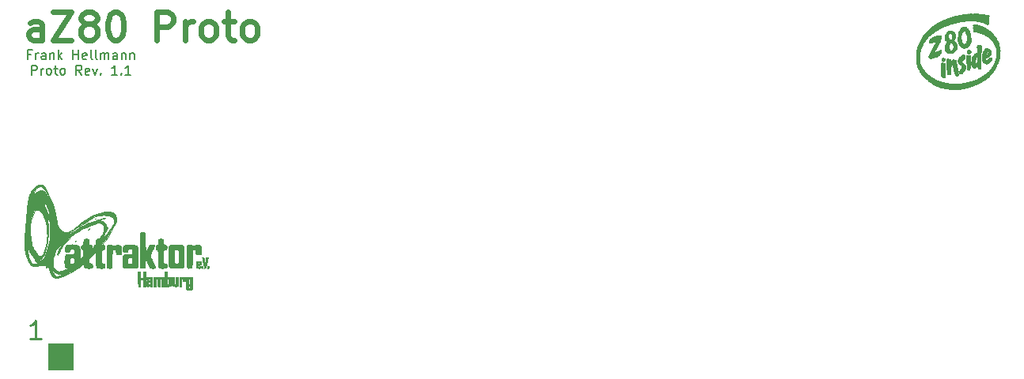
<source format=gbr>
G04 #@! TF.GenerationSoftware,KiCad,Pcbnew,(5.1.2)-2*
G04 #@! TF.CreationDate,2021-09-18T20:45:37+02:00*
G04 #@! TF.ProjectId,aZ80_Proto,615a3830-5f50-4726-9f74-6f2e6b696361,rev?*
G04 #@! TF.SameCoordinates,Original*
G04 #@! TF.FileFunction,Legend,Top*
G04 #@! TF.FilePolarity,Positive*
%FSLAX46Y46*%
G04 Gerber Fmt 4.6, Leading zero omitted, Abs format (unit mm)*
G04 Created by KiCad (PCBNEW (5.1.2)-2) date 2021-09-18 20:45:37*
%MOMM*%
%LPD*%
G04 APERTURE LIST*
%ADD10C,0.250000*%
%ADD11C,0.100000*%
%ADD12C,0.150000*%
%ADD13C,0.600000*%
%ADD14C,0.010000*%
G04 APERTURE END LIST*
D10*
X86880628Y-110886761D02*
X85737771Y-110886761D01*
X86309200Y-110886761D02*
X86309200Y-108886761D01*
X86118723Y-109172476D01*
X85928247Y-109362952D01*
X85737771Y-109458190D01*
D11*
G36*
X90297000Y-114173000D02*
G01*
X87630000Y-114173000D01*
X87630000Y-111379000D01*
X90297000Y-111379000D01*
X90297000Y-114173000D01*
G37*
X90297000Y-114173000D02*
X87630000Y-114173000D01*
X87630000Y-111379000D01*
X90297000Y-111379000D01*
X90297000Y-114173000D01*
D12*
X85792857Y-80383571D02*
X85459523Y-80383571D01*
X85459523Y-80907380D02*
X85459523Y-79907380D01*
X85935714Y-79907380D01*
X86316666Y-80907380D02*
X86316666Y-80240714D01*
X86316666Y-80431190D02*
X86364285Y-80335952D01*
X86411904Y-80288333D01*
X86507142Y-80240714D01*
X86602380Y-80240714D01*
X87364285Y-80907380D02*
X87364285Y-80383571D01*
X87316666Y-80288333D01*
X87221428Y-80240714D01*
X87030952Y-80240714D01*
X86935714Y-80288333D01*
X87364285Y-80859761D02*
X87269047Y-80907380D01*
X87030952Y-80907380D01*
X86935714Y-80859761D01*
X86888095Y-80764523D01*
X86888095Y-80669285D01*
X86935714Y-80574047D01*
X87030952Y-80526428D01*
X87269047Y-80526428D01*
X87364285Y-80478809D01*
X87840476Y-80240714D02*
X87840476Y-80907380D01*
X87840476Y-80335952D02*
X87888095Y-80288333D01*
X87983333Y-80240714D01*
X88126190Y-80240714D01*
X88221428Y-80288333D01*
X88269047Y-80383571D01*
X88269047Y-80907380D01*
X88745238Y-80907380D02*
X88745238Y-79907380D01*
X88840476Y-80526428D02*
X89126190Y-80907380D01*
X89126190Y-80240714D02*
X88745238Y-80621666D01*
X90316666Y-80907380D02*
X90316666Y-79907380D01*
X90316666Y-80383571D02*
X90888095Y-80383571D01*
X90888095Y-80907380D02*
X90888095Y-79907380D01*
X91745238Y-80859761D02*
X91650000Y-80907380D01*
X91459523Y-80907380D01*
X91364285Y-80859761D01*
X91316666Y-80764523D01*
X91316666Y-80383571D01*
X91364285Y-80288333D01*
X91459523Y-80240714D01*
X91650000Y-80240714D01*
X91745238Y-80288333D01*
X91792857Y-80383571D01*
X91792857Y-80478809D01*
X91316666Y-80574047D01*
X92364285Y-80907380D02*
X92269047Y-80859761D01*
X92221428Y-80764523D01*
X92221428Y-79907380D01*
X92888095Y-80907380D02*
X92792857Y-80859761D01*
X92745238Y-80764523D01*
X92745238Y-79907380D01*
X93269047Y-80907380D02*
X93269047Y-80240714D01*
X93269047Y-80335952D02*
X93316666Y-80288333D01*
X93411904Y-80240714D01*
X93554761Y-80240714D01*
X93650000Y-80288333D01*
X93697619Y-80383571D01*
X93697619Y-80907380D01*
X93697619Y-80383571D02*
X93745238Y-80288333D01*
X93840476Y-80240714D01*
X93983333Y-80240714D01*
X94078571Y-80288333D01*
X94126190Y-80383571D01*
X94126190Y-80907380D01*
X95030952Y-80907380D02*
X95030952Y-80383571D01*
X94983333Y-80288333D01*
X94888095Y-80240714D01*
X94697619Y-80240714D01*
X94602380Y-80288333D01*
X95030952Y-80859761D02*
X94935714Y-80907380D01*
X94697619Y-80907380D01*
X94602380Y-80859761D01*
X94554761Y-80764523D01*
X94554761Y-80669285D01*
X94602380Y-80574047D01*
X94697619Y-80526428D01*
X94935714Y-80526428D01*
X95030952Y-80478809D01*
X95507142Y-80240714D02*
X95507142Y-80907380D01*
X95507142Y-80335952D02*
X95554761Y-80288333D01*
X95650000Y-80240714D01*
X95792857Y-80240714D01*
X95888095Y-80288333D01*
X95935714Y-80383571D01*
X95935714Y-80907380D01*
X96411904Y-80240714D02*
X96411904Y-80907380D01*
X96411904Y-80335952D02*
X96459523Y-80288333D01*
X96554761Y-80240714D01*
X96697619Y-80240714D01*
X96792857Y-80288333D01*
X96840476Y-80383571D01*
X96840476Y-80907380D01*
X85888095Y-82557380D02*
X85888095Y-81557380D01*
X86269047Y-81557380D01*
X86364285Y-81605000D01*
X86411904Y-81652619D01*
X86459523Y-81747857D01*
X86459523Y-81890714D01*
X86411904Y-81985952D01*
X86364285Y-82033571D01*
X86269047Y-82081190D01*
X85888095Y-82081190D01*
X86888095Y-82557380D02*
X86888095Y-81890714D01*
X86888095Y-82081190D02*
X86935714Y-81985952D01*
X86983333Y-81938333D01*
X87078571Y-81890714D01*
X87173809Y-81890714D01*
X87650000Y-82557380D02*
X87554761Y-82509761D01*
X87507142Y-82462142D01*
X87459523Y-82366904D01*
X87459523Y-82081190D01*
X87507142Y-81985952D01*
X87554761Y-81938333D01*
X87650000Y-81890714D01*
X87792857Y-81890714D01*
X87888095Y-81938333D01*
X87935714Y-81985952D01*
X87983333Y-82081190D01*
X87983333Y-82366904D01*
X87935714Y-82462142D01*
X87888095Y-82509761D01*
X87792857Y-82557380D01*
X87650000Y-82557380D01*
X88269047Y-81890714D02*
X88650000Y-81890714D01*
X88411904Y-81557380D02*
X88411904Y-82414523D01*
X88459523Y-82509761D01*
X88554761Y-82557380D01*
X88650000Y-82557380D01*
X89126190Y-82557380D02*
X89030952Y-82509761D01*
X88983333Y-82462142D01*
X88935714Y-82366904D01*
X88935714Y-82081190D01*
X88983333Y-81985952D01*
X89030952Y-81938333D01*
X89126190Y-81890714D01*
X89269047Y-81890714D01*
X89364285Y-81938333D01*
X89411904Y-81985952D01*
X89459523Y-82081190D01*
X89459523Y-82366904D01*
X89411904Y-82462142D01*
X89364285Y-82509761D01*
X89269047Y-82557380D01*
X89126190Y-82557380D01*
X91221428Y-82557380D02*
X90888095Y-82081190D01*
X90650000Y-82557380D02*
X90650000Y-81557380D01*
X91030952Y-81557380D01*
X91126190Y-81605000D01*
X91173809Y-81652619D01*
X91221428Y-81747857D01*
X91221428Y-81890714D01*
X91173809Y-81985952D01*
X91126190Y-82033571D01*
X91030952Y-82081190D01*
X90650000Y-82081190D01*
X92030952Y-82509761D02*
X91935714Y-82557380D01*
X91745238Y-82557380D01*
X91650000Y-82509761D01*
X91602380Y-82414523D01*
X91602380Y-82033571D01*
X91650000Y-81938333D01*
X91745238Y-81890714D01*
X91935714Y-81890714D01*
X92030952Y-81938333D01*
X92078571Y-82033571D01*
X92078571Y-82128809D01*
X91602380Y-82224047D01*
X92411904Y-81890714D02*
X92650000Y-82557380D01*
X92888095Y-81890714D01*
X93269047Y-82462142D02*
X93316666Y-82509761D01*
X93269047Y-82557380D01*
X93221428Y-82509761D01*
X93269047Y-82462142D01*
X93269047Y-82557380D01*
X95030952Y-82557380D02*
X94459523Y-82557380D01*
X94745238Y-82557380D02*
X94745238Y-81557380D01*
X94650000Y-81700238D01*
X94554761Y-81795476D01*
X94459523Y-81843095D01*
X95459523Y-82462142D02*
X95507142Y-82509761D01*
X95459523Y-82557380D01*
X95411904Y-82509761D01*
X95459523Y-82462142D01*
X95459523Y-82557380D01*
X96459523Y-82557380D02*
X95888095Y-82557380D01*
X96173809Y-82557380D02*
X96173809Y-81557380D01*
X96078571Y-81700238D01*
X95983333Y-81795476D01*
X95888095Y-81843095D01*
D13*
X87004285Y-78827142D02*
X87004285Y-77255714D01*
X86861428Y-76970000D01*
X86575714Y-76827142D01*
X86004285Y-76827142D01*
X85718571Y-76970000D01*
X87004285Y-78684285D02*
X86718571Y-78827142D01*
X86004285Y-78827142D01*
X85718571Y-78684285D01*
X85575714Y-78398571D01*
X85575714Y-78112857D01*
X85718571Y-77827142D01*
X86004285Y-77684285D01*
X86718571Y-77684285D01*
X87004285Y-77541428D01*
X88147142Y-75827142D02*
X90147142Y-75827142D01*
X88147142Y-78827142D01*
X90147142Y-78827142D01*
X91718571Y-77112857D02*
X91432857Y-76970000D01*
X91290000Y-76827142D01*
X91147142Y-76541428D01*
X91147142Y-76398571D01*
X91290000Y-76112857D01*
X91432857Y-75970000D01*
X91718571Y-75827142D01*
X92290000Y-75827142D01*
X92575714Y-75970000D01*
X92718571Y-76112857D01*
X92861428Y-76398571D01*
X92861428Y-76541428D01*
X92718571Y-76827142D01*
X92575714Y-76970000D01*
X92290000Y-77112857D01*
X91718571Y-77112857D01*
X91432857Y-77255714D01*
X91290000Y-77398571D01*
X91147142Y-77684285D01*
X91147142Y-78255714D01*
X91290000Y-78541428D01*
X91432857Y-78684285D01*
X91718571Y-78827142D01*
X92290000Y-78827142D01*
X92575714Y-78684285D01*
X92718571Y-78541428D01*
X92861428Y-78255714D01*
X92861428Y-77684285D01*
X92718571Y-77398571D01*
X92575714Y-77255714D01*
X92290000Y-77112857D01*
X94718571Y-75827142D02*
X95004285Y-75827142D01*
X95290000Y-75970000D01*
X95432857Y-76112857D01*
X95575714Y-76398571D01*
X95718571Y-76970000D01*
X95718571Y-77684285D01*
X95575714Y-78255714D01*
X95432857Y-78541428D01*
X95290000Y-78684285D01*
X95004285Y-78827142D01*
X94718571Y-78827142D01*
X94432857Y-78684285D01*
X94290000Y-78541428D01*
X94147142Y-78255714D01*
X94004285Y-77684285D01*
X94004285Y-76970000D01*
X94147142Y-76398571D01*
X94290000Y-76112857D01*
X94432857Y-75970000D01*
X94718571Y-75827142D01*
X99290000Y-78827142D02*
X99290000Y-75827142D01*
X100432857Y-75827142D01*
X100718571Y-75970000D01*
X100861428Y-76112857D01*
X101004285Y-76398571D01*
X101004285Y-76827142D01*
X100861428Y-77112857D01*
X100718571Y-77255714D01*
X100432857Y-77398571D01*
X99290000Y-77398571D01*
X102290000Y-78827142D02*
X102290000Y-76827142D01*
X102290000Y-77398571D02*
X102432857Y-77112857D01*
X102575714Y-76970000D01*
X102861428Y-76827142D01*
X103147142Y-76827142D01*
X104575714Y-78827142D02*
X104290000Y-78684285D01*
X104147142Y-78541428D01*
X104004285Y-78255714D01*
X104004285Y-77398571D01*
X104147142Y-77112857D01*
X104290000Y-76970000D01*
X104575714Y-76827142D01*
X105004285Y-76827142D01*
X105290000Y-76970000D01*
X105432857Y-77112857D01*
X105575714Y-77398571D01*
X105575714Y-78255714D01*
X105432857Y-78541428D01*
X105290000Y-78684285D01*
X105004285Y-78827142D01*
X104575714Y-78827142D01*
X106432857Y-76827142D02*
X107575714Y-76827142D01*
X106861428Y-75827142D02*
X106861428Y-78398571D01*
X107004285Y-78684285D01*
X107290000Y-78827142D01*
X107575714Y-78827142D01*
X109004285Y-78827142D02*
X108718571Y-78684285D01*
X108575714Y-78541428D01*
X108432857Y-78255714D01*
X108432857Y-77398571D01*
X108575714Y-77112857D01*
X108718571Y-76970000D01*
X109004285Y-76827142D01*
X109432857Y-76827142D01*
X109718571Y-76970000D01*
X109861428Y-77112857D01*
X110004285Y-77398571D01*
X110004285Y-78255714D01*
X109861428Y-78541428D01*
X109718571Y-78684285D01*
X109432857Y-78827142D01*
X109004285Y-78827142D01*
D14*
G36*
X185718081Y-77413153D02*
G01*
X185743750Y-77427666D01*
X185774252Y-77446854D01*
X185789030Y-77448833D01*
X185824198Y-77463026D01*
X185882965Y-77502441D01*
X185959027Y-77562336D01*
X186046081Y-77637966D01*
X186072517Y-77662196D01*
X186122802Y-77731689D01*
X186168162Y-77841770D01*
X186177750Y-77872444D01*
X186204138Y-77954203D01*
X186230503Y-78024683D01*
X186251547Y-78069840D01*
X186253225Y-78072530D01*
X186276374Y-78130699D01*
X186296947Y-78230032D01*
X186314792Y-78369428D01*
X186329760Y-78547786D01*
X186338665Y-78699586D01*
X186344547Y-78848805D01*
X186344711Y-78962602D01*
X186338399Y-79047594D01*
X186324852Y-79110401D01*
X186303312Y-79157641D01*
X186283052Y-79185017D01*
X186252268Y-79235704D01*
X186241167Y-79280251D01*
X186224263Y-79321684D01*
X186174558Y-79385996D01*
X186093562Y-79471268D01*
X186081653Y-79482974D01*
X186013082Y-79548894D01*
X185953981Y-79603787D01*
X185911916Y-79640734D01*
X185896444Y-79652331D01*
X185857251Y-79662694D01*
X185789628Y-79671603D01*
X185707475Y-79678039D01*
X185624693Y-79680980D01*
X185555184Y-79679405D01*
X185542667Y-79678310D01*
X185477718Y-79669948D01*
X185423904Y-79660635D01*
X185423018Y-79660441D01*
X185369859Y-79633663D01*
X185305140Y-79579239D01*
X185237669Y-79506632D01*
X185176254Y-79425309D01*
X185130219Y-79345827D01*
X185098134Y-79283683D01*
X185070768Y-79240624D01*
X185055798Y-79226833D01*
X185040529Y-79208263D01*
X185020002Y-79160302D01*
X185004419Y-79112450D01*
X184986504Y-79021586D01*
X184975243Y-78901652D01*
X184970231Y-78761034D01*
X184971062Y-78608119D01*
X184972807Y-78564439D01*
X185282909Y-78564439D01*
X185286736Y-78660279D01*
X185295388Y-78741417D01*
X185308802Y-78797637D01*
X185320607Y-78816416D01*
X185342411Y-78853179D01*
X185352105Y-78911649D01*
X185352167Y-78916722D01*
X185360145Y-78971828D01*
X185387635Y-79032122D01*
X185439971Y-79108908D01*
X185447648Y-79119076D01*
X185497476Y-79181553D01*
X185540259Y-79229785D01*
X185567559Y-79254334D01*
X185569356Y-79255225D01*
X185650397Y-79266595D01*
X185738120Y-79243081D01*
X185777353Y-79220906D01*
X185852281Y-79153066D01*
X185892100Y-79069880D01*
X185902188Y-78979888D01*
X185908221Y-78920684D01*
X185923373Y-78886281D01*
X185928541Y-78883014D01*
X185940843Y-78864789D01*
X185948194Y-78817038D01*
X185951003Y-78735236D01*
X185950279Y-78643361D01*
X185945868Y-78502203D01*
X185938364Y-78400167D01*
X185927323Y-78334122D01*
X185912299Y-78300941D01*
X185900818Y-78295500D01*
X185885066Y-78277727D01*
X185881334Y-78252486D01*
X185872701Y-78205719D01*
X185851349Y-78144460D01*
X185845370Y-78130778D01*
X185818835Y-78066473D01*
X185799749Y-78009338D01*
X185797745Y-78001403D01*
X185765389Y-77942982D01*
X185706075Y-77894671D01*
X185635167Y-77867553D01*
X185608834Y-77865111D01*
X185553149Y-77881729D01*
X185488808Y-77924484D01*
X185426753Y-77982723D01*
X185377927Y-78045795D01*
X185353272Y-78103049D01*
X185352167Y-78114963D01*
X185342277Y-78172692D01*
X185318352Y-78235874D01*
X185317092Y-78238342D01*
X185300998Y-78290847D01*
X185289978Y-78369507D01*
X185283969Y-78464110D01*
X185282909Y-78564439D01*
X184972807Y-78564439D01*
X184977330Y-78451293D01*
X184988631Y-78298942D01*
X185004560Y-78159453D01*
X185024710Y-78041212D01*
X185048676Y-77952605D01*
X185061956Y-77922050D01*
X185083395Y-77881040D01*
X185117376Y-77814822D01*
X185157433Y-77736014D01*
X185167627Y-77715846D01*
X185232030Y-77600910D01*
X185293248Y-77522084D01*
X185357353Y-77474172D01*
X185430419Y-77451974D01*
X185479542Y-77448833D01*
X185542169Y-77444819D01*
X185585564Y-77434611D01*
X185595584Y-77427666D01*
X185624259Y-77412294D01*
X185669667Y-77406500D01*
X185718081Y-77413153D01*
X185718081Y-77413153D01*
G37*
X185718081Y-77413153D02*
X185743750Y-77427666D01*
X185774252Y-77446854D01*
X185789030Y-77448833D01*
X185824198Y-77463026D01*
X185882965Y-77502441D01*
X185959027Y-77562336D01*
X186046081Y-77637966D01*
X186072517Y-77662196D01*
X186122802Y-77731689D01*
X186168162Y-77841770D01*
X186177750Y-77872444D01*
X186204138Y-77954203D01*
X186230503Y-78024683D01*
X186251547Y-78069840D01*
X186253225Y-78072530D01*
X186276374Y-78130699D01*
X186296947Y-78230032D01*
X186314792Y-78369428D01*
X186329760Y-78547786D01*
X186338665Y-78699586D01*
X186344547Y-78848805D01*
X186344711Y-78962602D01*
X186338399Y-79047594D01*
X186324852Y-79110401D01*
X186303312Y-79157641D01*
X186283052Y-79185017D01*
X186252268Y-79235704D01*
X186241167Y-79280251D01*
X186224263Y-79321684D01*
X186174558Y-79385996D01*
X186093562Y-79471268D01*
X186081653Y-79482974D01*
X186013082Y-79548894D01*
X185953981Y-79603787D01*
X185911916Y-79640734D01*
X185896444Y-79652331D01*
X185857251Y-79662694D01*
X185789628Y-79671603D01*
X185707475Y-79678039D01*
X185624693Y-79680980D01*
X185555184Y-79679405D01*
X185542667Y-79678310D01*
X185477718Y-79669948D01*
X185423904Y-79660635D01*
X185423018Y-79660441D01*
X185369859Y-79633663D01*
X185305140Y-79579239D01*
X185237669Y-79506632D01*
X185176254Y-79425309D01*
X185130219Y-79345827D01*
X185098134Y-79283683D01*
X185070768Y-79240624D01*
X185055798Y-79226833D01*
X185040529Y-79208263D01*
X185020002Y-79160302D01*
X185004419Y-79112450D01*
X184986504Y-79021586D01*
X184975243Y-78901652D01*
X184970231Y-78761034D01*
X184971062Y-78608119D01*
X184972807Y-78564439D01*
X185282909Y-78564439D01*
X185286736Y-78660279D01*
X185295388Y-78741417D01*
X185308802Y-78797637D01*
X185320607Y-78816416D01*
X185342411Y-78853179D01*
X185352105Y-78911649D01*
X185352167Y-78916722D01*
X185360145Y-78971828D01*
X185387635Y-79032122D01*
X185439971Y-79108908D01*
X185447648Y-79119076D01*
X185497476Y-79181553D01*
X185540259Y-79229785D01*
X185567559Y-79254334D01*
X185569356Y-79255225D01*
X185650397Y-79266595D01*
X185738120Y-79243081D01*
X185777353Y-79220906D01*
X185852281Y-79153066D01*
X185892100Y-79069880D01*
X185902188Y-78979888D01*
X185908221Y-78920684D01*
X185923373Y-78886281D01*
X185928541Y-78883014D01*
X185940843Y-78864789D01*
X185948194Y-78817038D01*
X185951003Y-78735236D01*
X185950279Y-78643361D01*
X185945868Y-78502203D01*
X185938364Y-78400167D01*
X185927323Y-78334122D01*
X185912299Y-78300941D01*
X185900818Y-78295500D01*
X185885066Y-78277727D01*
X185881334Y-78252486D01*
X185872701Y-78205719D01*
X185851349Y-78144460D01*
X185845370Y-78130778D01*
X185818835Y-78066473D01*
X185799749Y-78009338D01*
X185797745Y-78001403D01*
X185765389Y-77942982D01*
X185706075Y-77894671D01*
X185635167Y-77867553D01*
X185608834Y-77865111D01*
X185553149Y-77881729D01*
X185488808Y-77924484D01*
X185426753Y-77982723D01*
X185377927Y-78045795D01*
X185353272Y-78103049D01*
X185352167Y-78114963D01*
X185342277Y-78172692D01*
X185318352Y-78235874D01*
X185317092Y-78238342D01*
X185300998Y-78290847D01*
X185289978Y-78369507D01*
X185283969Y-78464110D01*
X185282909Y-78564439D01*
X184972807Y-78564439D01*
X184977330Y-78451293D01*
X184988631Y-78298942D01*
X185004560Y-78159453D01*
X185024710Y-78041212D01*
X185048676Y-77952605D01*
X185061956Y-77922050D01*
X185083395Y-77881040D01*
X185117376Y-77814822D01*
X185157433Y-77736014D01*
X185167627Y-77715846D01*
X185232030Y-77600910D01*
X185293248Y-77522084D01*
X185357353Y-77474172D01*
X185430419Y-77451974D01*
X185479542Y-77448833D01*
X185542169Y-77444819D01*
X185585564Y-77434611D01*
X185595584Y-77427666D01*
X185624259Y-77412294D01*
X185669667Y-77406500D01*
X185718081Y-77413153D01*
G36*
X184214890Y-77852573D02*
G01*
X184308070Y-77864358D01*
X184373888Y-77883872D01*
X184445405Y-77922531D01*
X184508642Y-77971864D01*
X184553263Y-78022404D01*
X184569000Y-78062635D01*
X184582634Y-78101628D01*
X184615067Y-78146464D01*
X184635793Y-78172853D01*
X184649293Y-78204808D01*
X184657138Y-78251576D01*
X184660899Y-78322405D01*
X184662134Y-78423461D01*
X184660404Y-78545208D01*
X184652017Y-78635364D01*
X184634040Y-78704510D01*
X184603539Y-78763225D01*
X184557580Y-78822087D01*
X184548844Y-78831948D01*
X184494917Y-78892147D01*
X184546393Y-78927198D01*
X184629069Y-78993106D01*
X184704932Y-79070574D01*
X184764507Y-79148615D01*
X184798321Y-79216241D01*
X184799629Y-79220874D01*
X184809888Y-79276131D01*
X184820606Y-79360347D01*
X184830234Y-79460195D01*
X184835073Y-79525611D01*
X184841003Y-79626618D01*
X184842449Y-79695511D01*
X184838196Y-79742383D01*
X184827025Y-79777328D01*
X184807721Y-79810439D01*
X184799240Y-79822855D01*
X184731988Y-79914998D01*
X184663356Y-80000784D01*
X184599219Y-80073661D01*
X184545451Y-80127076D01*
X184507927Y-80154475D01*
X184499921Y-80156700D01*
X184452248Y-80168786D01*
X184396797Y-80194656D01*
X184357839Y-80222938D01*
X184357334Y-80223523D01*
X184331633Y-80237912D01*
X184281065Y-80245908D01*
X184200244Y-80247858D01*
X184083791Y-80244110D01*
X184058160Y-80242833D01*
X183854237Y-80232250D01*
X183740660Y-80126434D01*
X183671171Y-80051168D01*
X183614476Y-79969937D01*
X183575784Y-79892343D01*
X183560303Y-79827990D01*
X183563947Y-79800689D01*
X183570943Y-79767577D01*
X183580352Y-79703490D01*
X183590614Y-79619601D01*
X183594963Y-79579442D01*
X183978924Y-79579442D01*
X183986699Y-79623349D01*
X184005602Y-79648107D01*
X184034281Y-79692026D01*
X184040152Y-79721550D01*
X184052439Y-79797745D01*
X184083026Y-79878579D01*
X184123940Y-79945701D01*
X184148259Y-79970360D01*
X184193209Y-80000150D01*
X184230553Y-80005836D01*
X184276904Y-79987133D01*
X184310236Y-79967577D01*
X184362259Y-79923929D01*
X184397826Y-79873070D01*
X184400204Y-79867115D01*
X184423112Y-79810462D01*
X184442009Y-79772162D01*
X184458845Y-79721839D01*
X184463167Y-79682203D01*
X184471377Y-79642304D01*
X184487295Y-79629000D01*
X184502554Y-79610832D01*
X184505305Y-79563362D01*
X184497323Y-79497138D01*
X184480385Y-79422707D01*
X184456266Y-79350616D01*
X184431859Y-79299761D01*
X184362699Y-79206869D01*
X184288188Y-79152728D01*
X184211034Y-79138417D01*
X184133949Y-79165021D01*
X184119316Y-79174950D01*
X184074520Y-79224237D01*
X184049038Y-79279750D01*
X184032560Y-79333532D01*
X184014844Y-79368246D01*
X184001402Y-79402407D01*
X183988825Y-79462731D01*
X183983057Y-79506470D01*
X183978924Y-79579442D01*
X183594963Y-79579442D01*
X183595471Y-79574754D01*
X183618286Y-79425007D01*
X183652721Y-79291680D01*
X183696012Y-79183384D01*
X183745089Y-79109052D01*
X183775443Y-79065060D01*
X183785834Y-79031184D01*
X183770669Y-78996473D01*
X183730791Y-78945040D01*
X183674627Y-78886505D01*
X183610603Y-78830490D01*
X183608870Y-78829123D01*
X183588202Y-78799925D01*
X183577118Y-78749034D01*
X183575446Y-78671306D01*
X183583018Y-78561596D01*
X183596134Y-78443111D01*
X183597269Y-78436966D01*
X183932138Y-78436966D01*
X183936314Y-78509612D01*
X183952314Y-78558372D01*
X183956842Y-78563875D01*
X183975343Y-78597604D01*
X183994450Y-78654911D01*
X184000284Y-78678400D01*
X184017949Y-78741110D01*
X184037461Y-78788078D01*
X184043534Y-78797375D01*
X184082143Y-78820448D01*
X184127636Y-78821796D01*
X184156250Y-78803500D01*
X184186587Y-78784683D01*
X184203760Y-78782333D01*
X184260348Y-78763020D01*
X184305826Y-78712236D01*
X184332402Y-78640713D01*
X184336167Y-78599976D01*
X184340724Y-78541341D01*
X184352148Y-78502547D01*
X184357334Y-78496583D01*
X184375420Y-78463495D01*
X184377192Y-78407894D01*
X184364269Y-78345612D01*
X184338270Y-78292483D01*
X184336167Y-78289724D01*
X184306286Y-78243667D01*
X184293371Y-78207810D01*
X184293363Y-78207494D01*
X184275250Y-78158622D01*
X184232164Y-78110367D01*
X184178790Y-78078146D01*
X184166834Y-78074675D01*
X184109559Y-78078445D01*
X184052706Y-78117668D01*
X183992492Y-78195165D01*
X183981045Y-78213331D01*
X183955453Y-78275064D01*
X183938834Y-78354196D01*
X183932138Y-78436966D01*
X183597269Y-78436966D01*
X183620898Y-78309125D01*
X183658995Y-78188640D01*
X183706767Y-78090403D01*
X183760556Y-78023162D01*
X183776980Y-78010563D01*
X183817884Y-77973129D01*
X183836912Y-77941456D01*
X183868016Y-77907486D01*
X183931196Y-77880558D01*
X184016622Y-77861727D01*
X184114464Y-77852047D01*
X184214890Y-77852573D01*
X184214890Y-77852573D01*
G37*
X184214890Y-77852573D02*
X184308070Y-77864358D01*
X184373888Y-77883872D01*
X184445405Y-77922531D01*
X184508642Y-77971864D01*
X184553263Y-78022404D01*
X184569000Y-78062635D01*
X184582634Y-78101628D01*
X184615067Y-78146464D01*
X184635793Y-78172853D01*
X184649293Y-78204808D01*
X184657138Y-78251576D01*
X184660899Y-78322405D01*
X184662134Y-78423461D01*
X184660404Y-78545208D01*
X184652017Y-78635364D01*
X184634040Y-78704510D01*
X184603539Y-78763225D01*
X184557580Y-78822087D01*
X184548844Y-78831948D01*
X184494917Y-78892147D01*
X184546393Y-78927198D01*
X184629069Y-78993106D01*
X184704932Y-79070574D01*
X184764507Y-79148615D01*
X184798321Y-79216241D01*
X184799629Y-79220874D01*
X184809888Y-79276131D01*
X184820606Y-79360347D01*
X184830234Y-79460195D01*
X184835073Y-79525611D01*
X184841003Y-79626618D01*
X184842449Y-79695511D01*
X184838196Y-79742383D01*
X184827025Y-79777328D01*
X184807721Y-79810439D01*
X184799240Y-79822855D01*
X184731988Y-79914998D01*
X184663356Y-80000784D01*
X184599219Y-80073661D01*
X184545451Y-80127076D01*
X184507927Y-80154475D01*
X184499921Y-80156700D01*
X184452248Y-80168786D01*
X184396797Y-80194656D01*
X184357839Y-80222938D01*
X184357334Y-80223523D01*
X184331633Y-80237912D01*
X184281065Y-80245908D01*
X184200244Y-80247858D01*
X184083791Y-80244110D01*
X184058160Y-80242833D01*
X183854237Y-80232250D01*
X183740660Y-80126434D01*
X183671171Y-80051168D01*
X183614476Y-79969937D01*
X183575784Y-79892343D01*
X183560303Y-79827990D01*
X183563947Y-79800689D01*
X183570943Y-79767577D01*
X183580352Y-79703490D01*
X183590614Y-79619601D01*
X183594963Y-79579442D01*
X183978924Y-79579442D01*
X183986699Y-79623349D01*
X184005602Y-79648107D01*
X184034281Y-79692026D01*
X184040152Y-79721550D01*
X184052439Y-79797745D01*
X184083026Y-79878579D01*
X184123940Y-79945701D01*
X184148259Y-79970360D01*
X184193209Y-80000150D01*
X184230553Y-80005836D01*
X184276904Y-79987133D01*
X184310236Y-79967577D01*
X184362259Y-79923929D01*
X184397826Y-79873070D01*
X184400204Y-79867115D01*
X184423112Y-79810462D01*
X184442009Y-79772162D01*
X184458845Y-79721839D01*
X184463167Y-79682203D01*
X184471377Y-79642304D01*
X184487295Y-79629000D01*
X184502554Y-79610832D01*
X184505305Y-79563362D01*
X184497323Y-79497138D01*
X184480385Y-79422707D01*
X184456266Y-79350616D01*
X184431859Y-79299761D01*
X184362699Y-79206869D01*
X184288188Y-79152728D01*
X184211034Y-79138417D01*
X184133949Y-79165021D01*
X184119316Y-79174950D01*
X184074520Y-79224237D01*
X184049038Y-79279750D01*
X184032560Y-79333532D01*
X184014844Y-79368246D01*
X184001402Y-79402407D01*
X183988825Y-79462731D01*
X183983057Y-79506470D01*
X183978924Y-79579442D01*
X183594963Y-79579442D01*
X183595471Y-79574754D01*
X183618286Y-79425007D01*
X183652721Y-79291680D01*
X183696012Y-79183384D01*
X183745089Y-79109052D01*
X183775443Y-79065060D01*
X183785834Y-79031184D01*
X183770669Y-78996473D01*
X183730791Y-78945040D01*
X183674627Y-78886505D01*
X183610603Y-78830490D01*
X183608870Y-78829123D01*
X183588202Y-78799925D01*
X183577118Y-78749034D01*
X183575446Y-78671306D01*
X183583018Y-78561596D01*
X183596134Y-78443111D01*
X183597269Y-78436966D01*
X183932138Y-78436966D01*
X183936314Y-78509612D01*
X183952314Y-78558372D01*
X183956842Y-78563875D01*
X183975343Y-78597604D01*
X183994450Y-78654911D01*
X184000284Y-78678400D01*
X184017949Y-78741110D01*
X184037461Y-78788078D01*
X184043534Y-78797375D01*
X184082143Y-78820448D01*
X184127636Y-78821796D01*
X184156250Y-78803500D01*
X184186587Y-78784683D01*
X184203760Y-78782333D01*
X184260348Y-78763020D01*
X184305826Y-78712236D01*
X184332402Y-78640713D01*
X184336167Y-78599976D01*
X184340724Y-78541341D01*
X184352148Y-78502547D01*
X184357334Y-78496583D01*
X184375420Y-78463495D01*
X184377192Y-78407894D01*
X184364269Y-78345612D01*
X184338270Y-78292483D01*
X184336167Y-78289724D01*
X184306286Y-78243667D01*
X184293371Y-78207810D01*
X184293363Y-78207494D01*
X184275250Y-78158622D01*
X184232164Y-78110367D01*
X184178790Y-78078146D01*
X184166834Y-78074675D01*
X184109559Y-78078445D01*
X184052706Y-78117668D01*
X183992492Y-78195165D01*
X183981045Y-78213331D01*
X183955453Y-78275064D01*
X183938834Y-78354196D01*
X183932138Y-78436966D01*
X183597269Y-78436966D01*
X183620898Y-78309125D01*
X183658995Y-78188640D01*
X183706767Y-78090403D01*
X183760556Y-78023162D01*
X183776980Y-78010563D01*
X183817884Y-77973129D01*
X183836912Y-77941456D01*
X183868016Y-77907486D01*
X183931196Y-77880558D01*
X184016622Y-77861727D01*
X184114464Y-77852047D01*
X184214890Y-77852573D01*
G36*
X186133601Y-79893202D02*
G01*
X186178771Y-79908583D01*
X186198778Y-79926198D01*
X186198834Y-79927015D01*
X186215756Y-79944815D01*
X186227303Y-79946500D01*
X186269654Y-79965228D01*
X186309188Y-80012925D01*
X186335811Y-80076854D01*
X186337850Y-80085958D01*
X186337930Y-80144005D01*
X186306352Y-80188391D01*
X186273737Y-80227480D01*
X186262334Y-80257221D01*
X186245598Y-80280583D01*
X186207959Y-80306950D01*
X186168264Y-80324772D01*
X186149831Y-80326158D01*
X186129726Y-80318254D01*
X186098292Y-80305673D01*
X186061622Y-80282987D01*
X186050667Y-80264682D01*
X186033568Y-80245219D01*
X186019405Y-80242833D01*
X185985964Y-80226589D01*
X185954618Y-80191667D01*
X185933934Y-80146853D01*
X185934532Y-80096030D01*
X185943308Y-80057997D01*
X185981037Y-79969542D01*
X186035549Y-79912111D01*
X186101598Y-79890246D01*
X186133601Y-79893202D01*
X186133601Y-79893202D01*
G37*
X186133601Y-79893202D02*
X186178771Y-79908583D01*
X186198778Y-79926198D01*
X186198834Y-79927015D01*
X186215756Y-79944815D01*
X186227303Y-79946500D01*
X186269654Y-79965228D01*
X186309188Y-80012925D01*
X186335811Y-80076854D01*
X186337850Y-80085958D01*
X186337930Y-80144005D01*
X186306352Y-80188391D01*
X186273737Y-80227480D01*
X186262334Y-80257221D01*
X186245598Y-80280583D01*
X186207959Y-80306950D01*
X186168264Y-80324772D01*
X186149831Y-80326158D01*
X186129726Y-80318254D01*
X186098292Y-80305673D01*
X186061622Y-80282987D01*
X186050667Y-80264682D01*
X186033568Y-80245219D01*
X186019405Y-80242833D01*
X185985964Y-80226589D01*
X185954618Y-80191667D01*
X185933934Y-80146853D01*
X185934532Y-80096030D01*
X185943308Y-80057997D01*
X185981037Y-79969542D01*
X186035549Y-79912111D01*
X186101598Y-79890246D01*
X186133601Y-79893202D01*
G36*
X182993153Y-78327838D02*
G01*
X183073961Y-78339439D01*
X183128991Y-78362232D01*
X183140684Y-78373677D01*
X183171386Y-78441394D01*
X183185247Y-78527472D01*
X183182436Y-78616711D01*
X183163120Y-78693909D01*
X183136680Y-78736010D01*
X183113602Y-78779362D01*
X183108500Y-78811573D01*
X183098441Y-78853202D01*
X183071644Y-78921053D01*
X183033180Y-79005066D01*
X182988119Y-79095179D01*
X182941532Y-79181331D01*
X182898490Y-79253460D01*
X182864064Y-79301507D01*
X182858621Y-79307378D01*
X182825225Y-79352758D01*
X182812167Y-79392914D01*
X182799449Y-79450203D01*
X182768126Y-79518669D01*
X182728444Y-79578512D01*
X182703380Y-79603150D01*
X182673344Y-79642136D01*
X182652806Y-79698966D01*
X182652411Y-79701000D01*
X182629081Y-79762937D01*
X182588109Y-79826835D01*
X182577483Y-79839282D01*
X182538705Y-79892447D01*
X182517304Y-79942597D01*
X182515834Y-79954572D01*
X182500503Y-80001462D01*
X182463566Y-80047808D01*
X182462917Y-80048376D01*
X182426338Y-80092825D01*
X182411031Y-80137237D01*
X182418811Y-80169784D01*
X182442801Y-80179333D01*
X182488971Y-80167998D01*
X182550513Y-80140100D01*
X182609178Y-80104799D01*
X182638019Y-80081338D01*
X182682445Y-80057094D01*
X182713137Y-80051868D01*
X182766474Y-80041117D01*
X182838543Y-80014525D01*
X182912647Y-79979425D01*
X182972089Y-79943147D01*
X182985565Y-79932238D01*
X183031992Y-79909851D01*
X183097070Y-79913194D01*
X183172000Y-79927251D01*
X183171802Y-80048000D01*
X183164447Y-80141835D01*
X183137964Y-80222816D01*
X183110627Y-80275053D01*
X183068043Y-80338884D01*
X183023767Y-80389325D01*
X182999188Y-80408364D01*
X182951201Y-80445562D01*
X182908292Y-80495531D01*
X182847480Y-80555666D01*
X182756959Y-80607700D01*
X182649307Y-80645502D01*
X182570579Y-80660200D01*
X182496979Y-80675106D01*
X182433654Y-80698708D01*
X182413145Y-80711153D01*
X182354485Y-80743104D01*
X182296728Y-80760219D01*
X182216646Y-80769551D01*
X182125441Y-80775195D01*
X182034154Y-80777107D01*
X181953826Y-80775242D01*
X181895498Y-80769555D01*
X181871765Y-80761952D01*
X181844633Y-80726670D01*
X181823754Y-80686415D01*
X181815870Y-80624450D01*
X181829705Y-80545317D01*
X181860749Y-80465078D01*
X181904100Y-80400219D01*
X181934389Y-80352897D01*
X181944334Y-80314535D01*
X181954346Y-80271885D01*
X181980682Y-80204575D01*
X182017795Y-80123656D01*
X182060134Y-80040178D01*
X182102151Y-79965192D01*
X182138296Y-79909750D01*
X182158971Y-79887091D01*
X182190851Y-79845330D01*
X182198334Y-79812808D01*
X182215019Y-79764350D01*
X182237739Y-79741574D01*
X182266821Y-79706758D01*
X182293259Y-79648384D01*
X182300799Y-79623022D01*
X182322066Y-79559873D01*
X182347474Y-79512530D01*
X182356644Y-79502364D01*
X182383811Y-79465804D01*
X182388834Y-79445529D01*
X182402807Y-79410309D01*
X182436417Y-79367825D01*
X182436542Y-79367700D01*
X182487302Y-79305282D01*
X182531791Y-79230258D01*
X182564371Y-79154928D01*
X182579404Y-79091591D01*
X182576777Y-79061788D01*
X182543951Y-79027514D01*
X182487703Y-79013798D01*
X182422727Y-79022778D01*
X182393838Y-79035181D01*
X182321545Y-79067979D01*
X182232046Y-79099057D01*
X182134972Y-79126250D01*
X182039950Y-79147392D01*
X181956609Y-79160316D01*
X181894578Y-79162857D01*
X181864667Y-79154222D01*
X181863444Y-79130057D01*
X181869855Y-79078353D01*
X181881397Y-79012671D01*
X181895568Y-78946575D01*
X181909863Y-78893625D01*
X181915721Y-78877583D01*
X181954904Y-78809499D01*
X182012158Y-78736467D01*
X182076823Y-78669859D01*
X182138238Y-78621052D01*
X182172088Y-78604028D01*
X182212853Y-78579424D01*
X182227464Y-78559277D01*
X182253031Y-78531243D01*
X182266461Y-78527615D01*
X182301171Y-78518465D01*
X182355983Y-78496353D01*
X182378250Y-78486000D01*
X182441164Y-78460262D01*
X182495569Y-78445608D01*
X182507950Y-78444384D01*
X182557136Y-78429646D01*
X182579278Y-78411983D01*
X182627476Y-78378649D01*
X182703729Y-78352833D01*
X182797270Y-78335270D01*
X182897334Y-78326693D01*
X182993153Y-78327838D01*
X182993153Y-78327838D01*
G37*
X182993153Y-78327838D02*
X183073961Y-78339439D01*
X183128991Y-78362232D01*
X183140684Y-78373677D01*
X183171386Y-78441394D01*
X183185247Y-78527472D01*
X183182436Y-78616711D01*
X183163120Y-78693909D01*
X183136680Y-78736010D01*
X183113602Y-78779362D01*
X183108500Y-78811573D01*
X183098441Y-78853202D01*
X183071644Y-78921053D01*
X183033180Y-79005066D01*
X182988119Y-79095179D01*
X182941532Y-79181331D01*
X182898490Y-79253460D01*
X182864064Y-79301507D01*
X182858621Y-79307378D01*
X182825225Y-79352758D01*
X182812167Y-79392914D01*
X182799449Y-79450203D01*
X182768126Y-79518669D01*
X182728444Y-79578512D01*
X182703380Y-79603150D01*
X182673344Y-79642136D01*
X182652806Y-79698966D01*
X182652411Y-79701000D01*
X182629081Y-79762937D01*
X182588109Y-79826835D01*
X182577483Y-79839282D01*
X182538705Y-79892447D01*
X182517304Y-79942597D01*
X182515834Y-79954572D01*
X182500503Y-80001462D01*
X182463566Y-80047808D01*
X182462917Y-80048376D01*
X182426338Y-80092825D01*
X182411031Y-80137237D01*
X182418811Y-80169784D01*
X182442801Y-80179333D01*
X182488971Y-80167998D01*
X182550513Y-80140100D01*
X182609178Y-80104799D01*
X182638019Y-80081338D01*
X182682445Y-80057094D01*
X182713137Y-80051868D01*
X182766474Y-80041117D01*
X182838543Y-80014525D01*
X182912647Y-79979425D01*
X182972089Y-79943147D01*
X182985565Y-79932238D01*
X183031992Y-79909851D01*
X183097070Y-79913194D01*
X183172000Y-79927251D01*
X183171802Y-80048000D01*
X183164447Y-80141835D01*
X183137964Y-80222816D01*
X183110627Y-80275053D01*
X183068043Y-80338884D01*
X183023767Y-80389325D01*
X182999188Y-80408364D01*
X182951201Y-80445562D01*
X182908292Y-80495531D01*
X182847480Y-80555666D01*
X182756959Y-80607700D01*
X182649307Y-80645502D01*
X182570579Y-80660200D01*
X182496979Y-80675106D01*
X182433654Y-80698708D01*
X182413145Y-80711153D01*
X182354485Y-80743104D01*
X182296728Y-80760219D01*
X182216646Y-80769551D01*
X182125441Y-80775195D01*
X182034154Y-80777107D01*
X181953826Y-80775242D01*
X181895498Y-80769555D01*
X181871765Y-80761952D01*
X181844633Y-80726670D01*
X181823754Y-80686415D01*
X181815870Y-80624450D01*
X181829705Y-80545317D01*
X181860749Y-80465078D01*
X181904100Y-80400219D01*
X181934389Y-80352897D01*
X181944334Y-80314535D01*
X181954346Y-80271885D01*
X181980682Y-80204575D01*
X182017795Y-80123656D01*
X182060134Y-80040178D01*
X182102151Y-79965192D01*
X182138296Y-79909750D01*
X182158971Y-79887091D01*
X182190851Y-79845330D01*
X182198334Y-79812808D01*
X182215019Y-79764350D01*
X182237739Y-79741574D01*
X182266821Y-79706758D01*
X182293259Y-79648384D01*
X182300799Y-79623022D01*
X182322066Y-79559873D01*
X182347474Y-79512530D01*
X182356644Y-79502364D01*
X182383811Y-79465804D01*
X182388834Y-79445529D01*
X182402807Y-79410309D01*
X182436417Y-79367825D01*
X182436542Y-79367700D01*
X182487302Y-79305282D01*
X182531791Y-79230258D01*
X182564371Y-79154928D01*
X182579404Y-79091591D01*
X182576777Y-79061788D01*
X182543951Y-79027514D01*
X182487703Y-79013798D01*
X182422727Y-79022778D01*
X182393838Y-79035181D01*
X182321545Y-79067979D01*
X182232046Y-79099057D01*
X182134972Y-79126250D01*
X182039950Y-79147392D01*
X181956609Y-79160316D01*
X181894578Y-79162857D01*
X181864667Y-79154222D01*
X181863444Y-79130057D01*
X181869855Y-79078353D01*
X181881397Y-79012671D01*
X181895568Y-78946575D01*
X181909863Y-78893625D01*
X181915721Y-78877583D01*
X181954904Y-78809499D01*
X182012158Y-78736467D01*
X182076823Y-78669859D01*
X182138238Y-78621052D01*
X182172088Y-78604028D01*
X182212853Y-78579424D01*
X182227464Y-78559277D01*
X182253031Y-78531243D01*
X182266461Y-78527615D01*
X182301171Y-78518465D01*
X182355983Y-78496353D01*
X182378250Y-78486000D01*
X182441164Y-78460262D01*
X182495569Y-78445608D01*
X182507950Y-78444384D01*
X182557136Y-78429646D01*
X182579278Y-78411983D01*
X182627476Y-78378649D01*
X182703729Y-78352833D01*
X182797270Y-78335270D01*
X182897334Y-78326693D01*
X182993153Y-78327838D01*
G36*
X183417201Y-80752041D02*
G01*
X183489318Y-80793008D01*
X183489500Y-80793166D01*
X183527806Y-80823107D01*
X183551147Y-80835500D01*
X183570973Y-80851261D01*
X183590370Y-80877751D01*
X183602796Y-80908401D01*
X183598157Y-80944541D01*
X183573849Y-80998962D01*
X183560604Y-81023971D01*
X183505014Y-81101721D01*
X183443536Y-81138045D01*
X183374180Y-81133671D01*
X183325114Y-81110081D01*
X183250894Y-81053389D01*
X183207976Y-80996356D01*
X183200211Y-80949852D01*
X183232700Y-80852125D01*
X183283374Y-80784588D01*
X183346713Y-80750231D01*
X183417201Y-80752041D01*
X183417201Y-80752041D01*
G37*
X183417201Y-80752041D02*
X183489318Y-80793008D01*
X183489500Y-80793166D01*
X183527806Y-80823107D01*
X183551147Y-80835500D01*
X183570973Y-80851261D01*
X183590370Y-80877751D01*
X183602796Y-80908401D01*
X183598157Y-80944541D01*
X183573849Y-80998962D01*
X183560604Y-81023971D01*
X183505014Y-81101721D01*
X183443536Y-81138045D01*
X183374180Y-81133671D01*
X183325114Y-81110081D01*
X183250894Y-81053389D01*
X183207976Y-80996356D01*
X183200211Y-80949852D01*
X183232700Y-80852125D01*
X183283374Y-80784588D01*
X183346713Y-80750231D01*
X183417201Y-80752041D01*
G36*
X188190182Y-79748870D02*
G01*
X188255262Y-79759172D01*
X188277149Y-79771381D01*
X188310796Y-79795367D01*
X188324715Y-79798333D01*
X188355855Y-79813389D01*
X188397947Y-79849484D01*
X188437621Y-79893009D01*
X188461507Y-79930354D01*
X188463667Y-79939774D01*
X188478325Y-79971053D01*
X188495417Y-79988833D01*
X188513883Y-80019598D01*
X188524062Y-80078350D01*
X188527167Y-80171548D01*
X188525232Y-80256979D01*
X188517804Y-80311266D01*
X188502448Y-80345486D01*
X188484834Y-80364161D01*
X188452700Y-80399019D01*
X188441927Y-80422162D01*
X188423171Y-80461178D01*
X188373797Y-80512375D01*
X188301691Y-80570339D01*
X188214739Y-80629657D01*
X188120827Y-80684914D01*
X188027840Y-80730696D01*
X187950375Y-80759649D01*
X187920151Y-80788541D01*
X187913334Y-80823210D01*
X187918121Y-80884966D01*
X187930378Y-80954957D01*
X187946945Y-81020697D01*
X187964663Y-81069702D01*
X187980375Y-81089487D01*
X187980704Y-81089500D01*
X188006948Y-81075192D01*
X188048399Y-81039027D01*
X188068909Y-81018074D01*
X188124662Y-80958326D01*
X188188613Y-80889762D01*
X188214959Y-80861506D01*
X188259041Y-80810389D01*
X188287861Y-80769618D01*
X188294334Y-80753760D01*
X188310954Y-80727292D01*
X188338913Y-80707297D01*
X188387075Y-80697728D01*
X188453974Y-80702338D01*
X188522785Y-80717820D01*
X188576685Y-80740869D01*
X188595353Y-80757691D01*
X188610108Y-80815195D01*
X188600081Y-80890272D01*
X188573905Y-80955286D01*
X188541399Y-81004866D01*
X188493790Y-81065409D01*
X188439264Y-81127936D01*
X188386006Y-81183471D01*
X188342202Y-81223037D01*
X188316414Y-81237666D01*
X188296532Y-81254668D01*
X188294334Y-81267690D01*
X188274996Y-81307540D01*
X188224089Y-81341355D01*
X188152267Y-81366114D01*
X188070186Y-81378794D01*
X187988502Y-81376375D01*
X187945084Y-81366729D01*
X187895557Y-81345345D01*
X187838450Y-81313031D01*
X187786242Y-81277927D01*
X187751411Y-81248171D01*
X187744000Y-81235575D01*
X187727227Y-81217867D01*
X187717342Y-81216500D01*
X187684736Y-81198529D01*
X187644501Y-81143394D01*
X187595331Y-81049256D01*
X187589386Y-81036583D01*
X187566538Y-80958901D01*
X187553158Y-80852826D01*
X187549435Y-80731268D01*
X187555561Y-80607136D01*
X187562727Y-80556682D01*
X187916621Y-80556682D01*
X187925042Y-80560367D01*
X187933588Y-80560333D01*
X187955169Y-80544887D01*
X187995480Y-80503636D01*
X188047286Y-80444208D01*
X188070113Y-80416427D01*
X188141227Y-80317854D01*
X188193047Y-80224381D01*
X188222938Y-80142762D01*
X188228265Y-80079753D01*
X188213793Y-80047992D01*
X188182262Y-80041799D01*
X188140719Y-80069499D01*
X188093327Y-80125092D01*
X188044247Y-80202580D01*
X187997643Y-80295966D01*
X187957674Y-80399251D01*
X187947418Y-80431883D01*
X187926807Y-80501753D01*
X187916875Y-80540248D01*
X187916621Y-80556682D01*
X187562727Y-80556682D01*
X187571725Y-80493342D01*
X187580805Y-80454500D01*
X187674163Y-80176843D01*
X187800215Y-79922391D01*
X187907299Y-79757545D01*
X187929968Y-79753109D01*
X187984474Y-79749323D01*
X188060322Y-79746843D01*
X188084275Y-79746468D01*
X188190182Y-79748870D01*
X188190182Y-79748870D01*
G37*
X188190182Y-79748870D02*
X188255262Y-79759172D01*
X188277149Y-79771381D01*
X188310796Y-79795367D01*
X188324715Y-79798333D01*
X188355855Y-79813389D01*
X188397947Y-79849484D01*
X188437621Y-79893009D01*
X188461507Y-79930354D01*
X188463667Y-79939774D01*
X188478325Y-79971053D01*
X188495417Y-79988833D01*
X188513883Y-80019598D01*
X188524062Y-80078350D01*
X188527167Y-80171548D01*
X188525232Y-80256979D01*
X188517804Y-80311266D01*
X188502448Y-80345486D01*
X188484834Y-80364161D01*
X188452700Y-80399019D01*
X188441927Y-80422162D01*
X188423171Y-80461178D01*
X188373797Y-80512375D01*
X188301691Y-80570339D01*
X188214739Y-80629657D01*
X188120827Y-80684914D01*
X188027840Y-80730696D01*
X187950375Y-80759649D01*
X187920151Y-80788541D01*
X187913334Y-80823210D01*
X187918121Y-80884966D01*
X187930378Y-80954957D01*
X187946945Y-81020697D01*
X187964663Y-81069702D01*
X187980375Y-81089487D01*
X187980704Y-81089500D01*
X188006948Y-81075192D01*
X188048399Y-81039027D01*
X188068909Y-81018074D01*
X188124662Y-80958326D01*
X188188613Y-80889762D01*
X188214959Y-80861506D01*
X188259041Y-80810389D01*
X188287861Y-80769618D01*
X188294334Y-80753760D01*
X188310954Y-80727292D01*
X188338913Y-80707297D01*
X188387075Y-80697728D01*
X188453974Y-80702338D01*
X188522785Y-80717820D01*
X188576685Y-80740869D01*
X188595353Y-80757691D01*
X188610108Y-80815195D01*
X188600081Y-80890272D01*
X188573905Y-80955286D01*
X188541399Y-81004866D01*
X188493790Y-81065409D01*
X188439264Y-81127936D01*
X188386006Y-81183471D01*
X188342202Y-81223037D01*
X188316414Y-81237666D01*
X188296532Y-81254668D01*
X188294334Y-81267690D01*
X188274996Y-81307540D01*
X188224089Y-81341355D01*
X188152267Y-81366114D01*
X188070186Y-81378794D01*
X187988502Y-81376375D01*
X187945084Y-81366729D01*
X187895557Y-81345345D01*
X187838450Y-81313031D01*
X187786242Y-81277927D01*
X187751411Y-81248171D01*
X187744000Y-81235575D01*
X187727227Y-81217867D01*
X187717342Y-81216500D01*
X187684736Y-81198529D01*
X187644501Y-81143394D01*
X187595331Y-81049256D01*
X187589386Y-81036583D01*
X187566538Y-80958901D01*
X187553158Y-80852826D01*
X187549435Y-80731268D01*
X187555561Y-80607136D01*
X187562727Y-80556682D01*
X187916621Y-80556682D01*
X187925042Y-80560367D01*
X187933588Y-80560333D01*
X187955169Y-80544887D01*
X187995480Y-80503636D01*
X188047286Y-80444208D01*
X188070113Y-80416427D01*
X188141227Y-80317854D01*
X188193047Y-80224381D01*
X188222938Y-80142762D01*
X188228265Y-80079753D01*
X188213793Y-80047992D01*
X188182262Y-80041799D01*
X188140719Y-80069499D01*
X188093327Y-80125092D01*
X188044247Y-80202580D01*
X187997643Y-80295966D01*
X187957674Y-80399251D01*
X187947418Y-80431883D01*
X187926807Y-80501753D01*
X187916875Y-80540248D01*
X187916621Y-80556682D01*
X187562727Y-80556682D01*
X187571725Y-80493342D01*
X187580805Y-80454500D01*
X187674163Y-80176843D01*
X187800215Y-79922391D01*
X187907299Y-79757545D01*
X187929968Y-79753109D01*
X187984474Y-79749323D01*
X188060322Y-79746843D01*
X188084275Y-79746468D01*
X188190182Y-79748870D01*
G36*
X187330181Y-79399662D02*
G01*
X187336777Y-79401178D01*
X187389224Y-79415023D01*
X187426640Y-79432632D01*
X187450786Y-79460345D01*
X187463422Y-79504503D01*
X187466308Y-79571447D01*
X187461205Y-79667518D01*
X187449874Y-79799056D01*
X187449220Y-79806190D01*
X187433123Y-80012595D01*
X187420667Y-80235835D01*
X187412137Y-80464799D01*
X187407818Y-80688375D01*
X187407997Y-80895454D01*
X187412960Y-81074924D01*
X187415396Y-81121250D01*
X187418042Y-81180637D01*
X187420993Y-81271535D01*
X187423945Y-81383129D01*
X187426592Y-81504600D01*
X187427419Y-81549013D01*
X187429094Y-81692017D01*
X187426502Y-81797247D01*
X187416888Y-81869233D01*
X187397499Y-81912508D01*
X187365580Y-81931602D01*
X187318376Y-81931048D01*
X187253134Y-81915376D01*
X187212215Y-81903081D01*
X187156066Y-81880913D01*
X187119655Y-81850097D01*
X187098885Y-81801915D01*
X187089659Y-81727650D01*
X187087834Y-81638436D01*
X187082282Y-81563529D01*
X187066461Y-81527568D01*
X187041625Y-81531507D01*
X187009025Y-81576304D01*
X187008261Y-81577699D01*
X186967176Y-81641170D01*
X186914892Y-81705837D01*
X186859561Y-81763476D01*
X186809332Y-81805864D01*
X186772356Y-81824776D01*
X186763887Y-81824266D01*
X186724983Y-81825037D01*
X186712860Y-81832773D01*
X186675740Y-81842396D01*
X186621302Y-81823449D01*
X186558893Y-81780241D01*
X186521689Y-81744656D01*
X186469170Y-81661986D01*
X186431734Y-81546942D01*
X186410126Y-81406983D01*
X186408715Y-81362829D01*
X186783490Y-81362829D01*
X186789403Y-81417583D01*
X186803591Y-81413396D01*
X186837294Y-81385004D01*
X186882765Y-81340594D01*
X186932260Y-81288349D01*
X186978033Y-81236455D01*
X187012341Y-81193096D01*
X187027436Y-81166457D01*
X187027519Y-81165945D01*
X187030457Y-81123168D01*
X187032274Y-81052880D01*
X187033056Y-80963999D01*
X187032889Y-80865447D01*
X187031858Y-80766141D01*
X187030051Y-80675002D01*
X187027553Y-80600950D01*
X187024450Y-80552905D01*
X187021476Y-80539167D01*
X186998883Y-80557174D01*
X186964352Y-80605776D01*
X186923052Y-80676848D01*
X186881573Y-80759223D01*
X186846915Y-80855584D01*
X186817755Y-80978573D01*
X186796116Y-81113743D01*
X186784020Y-81246644D01*
X186783490Y-81362829D01*
X186408715Y-81362829D01*
X186405095Y-81249568D01*
X186417388Y-81082155D01*
X186441201Y-80941333D01*
X186458665Y-80855341D01*
X186471636Y-80782393D01*
X186478046Y-80734486D01*
X186478354Y-80725786D01*
X186492137Y-80682492D01*
X186507172Y-80664986D01*
X186532951Y-80635309D01*
X186537500Y-80622375D01*
X186547511Y-80596548D01*
X186573777Y-80545473D01*
X186610647Y-80480128D01*
X186611260Y-80479082D01*
X186672314Y-80393209D01*
X186742585Y-80322941D01*
X186813050Y-80275767D01*
X186874689Y-80259172D01*
X186876167Y-80259218D01*
X186918262Y-80252964D01*
X186968312Y-80237629D01*
X187028707Y-80214719D01*
X187013889Y-79825148D01*
X187008908Y-79687219D01*
X187006224Y-79585456D01*
X187006193Y-79513736D01*
X187009167Y-79465936D01*
X187015503Y-79435934D01*
X187025554Y-79417605D01*
X187038161Y-79405962D01*
X187103623Y-79380943D01*
X187201902Y-79378829D01*
X187330181Y-79399662D01*
X187330181Y-79399662D01*
G37*
X187330181Y-79399662D02*
X187336777Y-79401178D01*
X187389224Y-79415023D01*
X187426640Y-79432632D01*
X187450786Y-79460345D01*
X187463422Y-79504503D01*
X187466308Y-79571447D01*
X187461205Y-79667518D01*
X187449874Y-79799056D01*
X187449220Y-79806190D01*
X187433123Y-80012595D01*
X187420667Y-80235835D01*
X187412137Y-80464799D01*
X187407818Y-80688375D01*
X187407997Y-80895454D01*
X187412960Y-81074924D01*
X187415396Y-81121250D01*
X187418042Y-81180637D01*
X187420993Y-81271535D01*
X187423945Y-81383129D01*
X187426592Y-81504600D01*
X187427419Y-81549013D01*
X187429094Y-81692017D01*
X187426502Y-81797247D01*
X187416888Y-81869233D01*
X187397499Y-81912508D01*
X187365580Y-81931602D01*
X187318376Y-81931048D01*
X187253134Y-81915376D01*
X187212215Y-81903081D01*
X187156066Y-81880913D01*
X187119655Y-81850097D01*
X187098885Y-81801915D01*
X187089659Y-81727650D01*
X187087834Y-81638436D01*
X187082282Y-81563529D01*
X187066461Y-81527568D01*
X187041625Y-81531507D01*
X187009025Y-81576304D01*
X187008261Y-81577699D01*
X186967176Y-81641170D01*
X186914892Y-81705837D01*
X186859561Y-81763476D01*
X186809332Y-81805864D01*
X186772356Y-81824776D01*
X186763887Y-81824266D01*
X186724983Y-81825037D01*
X186712860Y-81832773D01*
X186675740Y-81842396D01*
X186621302Y-81823449D01*
X186558893Y-81780241D01*
X186521689Y-81744656D01*
X186469170Y-81661986D01*
X186431734Y-81546942D01*
X186410126Y-81406983D01*
X186408715Y-81362829D01*
X186783490Y-81362829D01*
X186789403Y-81417583D01*
X186803591Y-81413396D01*
X186837294Y-81385004D01*
X186882765Y-81340594D01*
X186932260Y-81288349D01*
X186978033Y-81236455D01*
X187012341Y-81193096D01*
X187027436Y-81166457D01*
X187027519Y-81165945D01*
X187030457Y-81123168D01*
X187032274Y-81052880D01*
X187033056Y-80963999D01*
X187032889Y-80865447D01*
X187031858Y-80766141D01*
X187030051Y-80675002D01*
X187027553Y-80600950D01*
X187024450Y-80552905D01*
X187021476Y-80539167D01*
X186998883Y-80557174D01*
X186964352Y-80605776D01*
X186923052Y-80676848D01*
X186881573Y-80759223D01*
X186846915Y-80855584D01*
X186817755Y-80978573D01*
X186796116Y-81113743D01*
X186784020Y-81246644D01*
X186783490Y-81362829D01*
X186408715Y-81362829D01*
X186405095Y-81249568D01*
X186417388Y-81082155D01*
X186441201Y-80941333D01*
X186458665Y-80855341D01*
X186471636Y-80782393D01*
X186478046Y-80734486D01*
X186478354Y-80725786D01*
X186492137Y-80682492D01*
X186507172Y-80664986D01*
X186532951Y-80635309D01*
X186537500Y-80622375D01*
X186547511Y-80596548D01*
X186573777Y-80545473D01*
X186610647Y-80480128D01*
X186611260Y-80479082D01*
X186672314Y-80393209D01*
X186742585Y-80322941D01*
X186813050Y-80275767D01*
X186874689Y-80259172D01*
X186876167Y-80259218D01*
X186918262Y-80252964D01*
X186968312Y-80237629D01*
X187028707Y-80214719D01*
X187013889Y-79825148D01*
X187008908Y-79687219D01*
X187006224Y-79585456D01*
X187006193Y-79513736D01*
X187009167Y-79465936D01*
X187015503Y-79435934D01*
X187025554Y-79417605D01*
X187038161Y-79405962D01*
X187103623Y-79380943D01*
X187201902Y-79378829D01*
X187330181Y-79399662D01*
G36*
X185940831Y-80462722D02*
G01*
X185980297Y-80470088D01*
X186046131Y-80478714D01*
X186107789Y-80485154D01*
X186197996Y-80494153D01*
X186253843Y-80506300D01*
X186282987Y-80529917D01*
X186293084Y-80573331D01*
X186291790Y-80644865D01*
X186289806Y-80683061D01*
X186283275Y-80775735D01*
X186274092Y-80863987D01*
X186264205Y-80929185D01*
X186263885Y-80930750D01*
X186258520Y-80978625D01*
X186254238Y-81060430D01*
X186251272Y-81167769D01*
X186249857Y-81292247D01*
X186250187Y-81421334D01*
X186250800Y-81555907D01*
X186250161Y-81682897D01*
X186248406Y-81793497D01*
X186245672Y-81878900D01*
X186242311Y-81928522D01*
X186232553Y-81990552D01*
X186216386Y-82022979D01*
X186185310Y-82038480D01*
X186165537Y-82043040D01*
X186102774Y-82047121D01*
X186053095Y-82038755D01*
X185980706Y-81994634D01*
X185941423Y-81925992D01*
X185932180Y-81864325D01*
X185929549Y-81807427D01*
X185925174Y-81721071D01*
X185919717Y-81618062D01*
X185915114Y-81534000D01*
X185908425Y-81412678D01*
X185901435Y-81284191D01*
X185895173Y-81167515D01*
X185892172Y-81110666D01*
X185885786Y-80998616D01*
X185877676Y-80870150D01*
X185869479Y-80751049D01*
X185868591Y-80738939D01*
X185864039Y-80612176D01*
X185872319Y-80524451D01*
X185893803Y-80474340D01*
X185928863Y-80460423D01*
X185940831Y-80462722D01*
X185940831Y-80462722D01*
G37*
X185940831Y-80462722D02*
X185980297Y-80470088D01*
X186046131Y-80478714D01*
X186107789Y-80485154D01*
X186197996Y-80494153D01*
X186253843Y-80506300D01*
X186282987Y-80529917D01*
X186293084Y-80573331D01*
X186291790Y-80644865D01*
X186289806Y-80683061D01*
X186283275Y-80775735D01*
X186274092Y-80863987D01*
X186264205Y-80929185D01*
X186263885Y-80930750D01*
X186258520Y-80978625D01*
X186254238Y-81060430D01*
X186251272Y-81167769D01*
X186249857Y-81292247D01*
X186250187Y-81421334D01*
X186250800Y-81555907D01*
X186250161Y-81682897D01*
X186248406Y-81793497D01*
X186245672Y-81878900D01*
X186242311Y-81928522D01*
X186232553Y-81990552D01*
X186216386Y-82022979D01*
X186185310Y-82038480D01*
X186165537Y-82043040D01*
X186102774Y-82047121D01*
X186053095Y-82038755D01*
X185980706Y-81994634D01*
X185941423Y-81925992D01*
X185932180Y-81864325D01*
X185929549Y-81807427D01*
X185925174Y-81721071D01*
X185919717Y-81618062D01*
X185915114Y-81534000D01*
X185908425Y-81412678D01*
X185901435Y-81284191D01*
X185895173Y-81167515D01*
X185892172Y-81110666D01*
X185885786Y-80998616D01*
X185877676Y-80870150D01*
X185869479Y-80751049D01*
X185868591Y-80738939D01*
X185864039Y-80612176D01*
X185872319Y-80524451D01*
X185893803Y-80474340D01*
X185928863Y-80460423D01*
X185940831Y-80462722D01*
G36*
X185570802Y-80390104D02*
G01*
X185620057Y-80401249D01*
X185648665Y-80413296D01*
X185666570Y-80436908D01*
X185683717Y-80482746D01*
X185698239Y-80526735D01*
X185719222Y-80608160D01*
X185719200Y-80674229D01*
X185712148Y-80706651D01*
X185681775Y-80789667D01*
X185642394Y-80859346D01*
X185600588Y-80905955D01*
X185567700Y-80920166D01*
X185533973Y-80937024D01*
X185486405Y-80982585D01*
X185441421Y-81037852D01*
X185395487Y-81102672D01*
X185372490Y-81145730D01*
X185368359Y-81177861D01*
X185377763Y-81207185D01*
X185400092Y-81245398D01*
X185416241Y-81258833D01*
X185439709Y-81272697D01*
X185483266Y-81308626D01*
X185538002Y-81358121D01*
X185595002Y-81412685D01*
X185645356Y-81463820D01*
X185680150Y-81503029D01*
X185690834Y-81520640D01*
X185703775Y-81550800D01*
X185726463Y-81580620D01*
X185746122Y-81614302D01*
X185757088Y-81667546D01*
X185761004Y-81750028D01*
X185761032Y-81784616D01*
X185758341Y-81875260D01*
X185749272Y-81939118D01*
X185730227Y-81991645D01*
X185700803Y-82043246D01*
X185656298Y-82109727D01*
X185611691Y-82169902D01*
X185594902Y-82190166D01*
X185514038Y-82281339D01*
X185454977Y-82345658D01*
X185411552Y-82388048D01*
X185377595Y-82413432D01*
X185346940Y-82426736D01*
X185313420Y-82432882D01*
X185287878Y-82435312D01*
X185221200Y-82436893D01*
X185167714Y-82431087D01*
X185155923Y-82427492D01*
X185118455Y-82396856D01*
X185078054Y-82343964D01*
X185046297Y-82286327D01*
X185034667Y-82244083D01*
X185048491Y-82204320D01*
X185062241Y-82186386D01*
X185098343Y-82144395D01*
X185149843Y-82077985D01*
X185208963Y-81997952D01*
X185267927Y-81915094D01*
X185318957Y-81840207D01*
X185354277Y-81784088D01*
X185361393Y-81771067D01*
X185382542Y-81709443D01*
X185383126Y-81658542D01*
X185382838Y-81657602D01*
X185360657Y-81616150D01*
X185321135Y-81563354D01*
X185274292Y-81510433D01*
X185230150Y-81468600D01*
X185198730Y-81449073D01*
X185196245Y-81448760D01*
X185153643Y-81430450D01*
X185101756Y-81384018D01*
X185049209Y-81319701D01*
X185004629Y-81247736D01*
X184981137Y-81193487D01*
X184964145Y-81133142D01*
X184958372Y-81078422D01*
X184965604Y-81020042D01*
X184987628Y-80948718D01*
X185026232Y-80855164D01*
X185061125Y-80777896D01*
X185088375Y-80734954D01*
X185132746Y-80680440D01*
X185184888Y-80624110D01*
X185235451Y-80575721D01*
X185275084Y-80545029D01*
X185289912Y-80539166D01*
X185310196Y-80531767D01*
X185344362Y-80506431D01*
X185398245Y-80458452D01*
X185447417Y-80412120D01*
X185484453Y-80386376D01*
X185529000Y-80382535D01*
X185570802Y-80390104D01*
X185570802Y-80390104D01*
G37*
X185570802Y-80390104D02*
X185620057Y-80401249D01*
X185648665Y-80413296D01*
X185666570Y-80436908D01*
X185683717Y-80482746D01*
X185698239Y-80526735D01*
X185719222Y-80608160D01*
X185719200Y-80674229D01*
X185712148Y-80706651D01*
X185681775Y-80789667D01*
X185642394Y-80859346D01*
X185600588Y-80905955D01*
X185567700Y-80920166D01*
X185533973Y-80937024D01*
X185486405Y-80982585D01*
X185441421Y-81037852D01*
X185395487Y-81102672D01*
X185372490Y-81145730D01*
X185368359Y-81177861D01*
X185377763Y-81207185D01*
X185400092Y-81245398D01*
X185416241Y-81258833D01*
X185439709Y-81272697D01*
X185483266Y-81308626D01*
X185538002Y-81358121D01*
X185595002Y-81412685D01*
X185645356Y-81463820D01*
X185680150Y-81503029D01*
X185690834Y-81520640D01*
X185703775Y-81550800D01*
X185726463Y-81580620D01*
X185746122Y-81614302D01*
X185757088Y-81667546D01*
X185761004Y-81750028D01*
X185761032Y-81784616D01*
X185758341Y-81875260D01*
X185749272Y-81939118D01*
X185730227Y-81991645D01*
X185700803Y-82043246D01*
X185656298Y-82109727D01*
X185611691Y-82169902D01*
X185594902Y-82190166D01*
X185514038Y-82281339D01*
X185454977Y-82345658D01*
X185411552Y-82388048D01*
X185377595Y-82413432D01*
X185346940Y-82426736D01*
X185313420Y-82432882D01*
X185287878Y-82435312D01*
X185221200Y-82436893D01*
X185167714Y-82431087D01*
X185155923Y-82427492D01*
X185118455Y-82396856D01*
X185078054Y-82343964D01*
X185046297Y-82286327D01*
X185034667Y-82244083D01*
X185048491Y-82204320D01*
X185062241Y-82186386D01*
X185098343Y-82144395D01*
X185149843Y-82077985D01*
X185208963Y-81997952D01*
X185267927Y-81915094D01*
X185318957Y-81840207D01*
X185354277Y-81784088D01*
X185361393Y-81771067D01*
X185382542Y-81709443D01*
X185383126Y-81658542D01*
X185382838Y-81657602D01*
X185360657Y-81616150D01*
X185321135Y-81563354D01*
X185274292Y-81510433D01*
X185230150Y-81468600D01*
X185198730Y-81449073D01*
X185196245Y-81448760D01*
X185153643Y-81430450D01*
X185101756Y-81384018D01*
X185049209Y-81319701D01*
X185004629Y-81247736D01*
X184981137Y-81193487D01*
X184964145Y-81133142D01*
X184958372Y-81078422D01*
X184965604Y-81020042D01*
X184987628Y-80948718D01*
X185026232Y-80855164D01*
X185061125Y-80777896D01*
X185088375Y-80734954D01*
X185132746Y-80680440D01*
X185184888Y-80624110D01*
X185235451Y-80575721D01*
X185275084Y-80545029D01*
X185289912Y-80539166D01*
X185310196Y-80531767D01*
X185344362Y-80506431D01*
X185398245Y-80458452D01*
X185447417Y-80412120D01*
X185484453Y-80386376D01*
X185529000Y-80382535D01*
X185570802Y-80390104D01*
G36*
X183997959Y-80869469D02*
G01*
X184085732Y-80886637D01*
X184155618Y-80919453D01*
X184195727Y-80979568D01*
X184204828Y-81063022D01*
X184181694Y-81165853D01*
X184176635Y-81179458D01*
X184173721Y-81209794D01*
X184182923Y-81216500D01*
X184206660Y-81199775D01*
X184240543Y-81158413D01*
X184275764Y-81105630D01*
X184303518Y-81054642D01*
X184314997Y-81018667D01*
X184315000Y-81018282D01*
X184333935Y-80986567D01*
X184381888Y-80958319D01*
X184445581Y-80938788D01*
X184511736Y-80933227D01*
X184526667Y-80934576D01*
X184592862Y-80949926D01*
X184664615Y-80976054D01*
X184726365Y-81006368D01*
X184762553Y-81034274D01*
X184762808Y-81034623D01*
X184770375Y-81063119D01*
X184778928Y-81123218D01*
X184787080Y-81204255D01*
X184790359Y-81246289D01*
X184800522Y-81356098D01*
X184815006Y-81471840D01*
X184830993Y-81571508D01*
X184833988Y-81586916D01*
X184865617Y-81749370D01*
X184894246Y-81907993D01*
X184918025Y-82051896D01*
X184935106Y-82170192D01*
X184940024Y-82211333D01*
X184952883Y-82299441D01*
X184972322Y-82400267D01*
X184986070Y-82459542D01*
X185003594Y-82553908D01*
X184998539Y-82615141D01*
X184969765Y-82646610D01*
X184920950Y-82652135D01*
X184871161Y-82647882D01*
X184803592Y-82641927D01*
X184785639Y-82640319D01*
X184711877Y-82624285D01*
X184667546Y-82589525D01*
X184664532Y-82585151D01*
X184644748Y-82541474D01*
X184619706Y-82467080D01*
X184592297Y-82372796D01*
X184565413Y-82269444D01*
X184541947Y-82167852D01*
X184524790Y-82078843D01*
X184519427Y-82042000D01*
X184502184Y-81921092D01*
X184480133Y-81797543D01*
X184455045Y-81678422D01*
X184428692Y-81570798D01*
X184402845Y-81481742D01*
X184379275Y-81418323D01*
X184359753Y-81387612D01*
X184355040Y-81385833D01*
X184335405Y-81404703D01*
X184306693Y-81456023D01*
X184272516Y-81531854D01*
X184236484Y-81624257D01*
X184205808Y-81713916D01*
X184186136Y-81782158D01*
X184172559Y-81849276D01*
X184163976Y-81925684D01*
X184159289Y-82021793D01*
X184157395Y-82148019D01*
X184157272Y-82173327D01*
X184154996Y-82315500D01*
X184149502Y-82420186D01*
X184140916Y-82485684D01*
X184132000Y-82508633D01*
X184094313Y-82521842D01*
X184019244Y-82522207D01*
X183968719Y-82517786D01*
X183890266Y-82507047D01*
X183844453Y-82493397D01*
X183821592Y-82473198D01*
X183816044Y-82460483D01*
X183811739Y-82441837D01*
X183807829Y-82412083D01*
X183804159Y-82367447D01*
X183800571Y-82304156D01*
X183796910Y-82218434D01*
X183793019Y-82106509D01*
X183788744Y-81964606D01*
X183783927Y-81788952D01*
X183778413Y-81575772D01*
X183776775Y-81510944D01*
X183772901Y-81371133D01*
X183768638Y-81241314D01*
X183764285Y-81129006D01*
X183760141Y-81041733D01*
X183756507Y-80987015D01*
X183755565Y-80978102D01*
X183755292Y-80918573D01*
X183775188Y-80879111D01*
X183819460Y-80858549D01*
X183892315Y-80855724D01*
X183997959Y-80869469D01*
X183997959Y-80869469D01*
G37*
X183997959Y-80869469D02*
X184085732Y-80886637D01*
X184155618Y-80919453D01*
X184195727Y-80979568D01*
X184204828Y-81063022D01*
X184181694Y-81165853D01*
X184176635Y-81179458D01*
X184173721Y-81209794D01*
X184182923Y-81216500D01*
X184206660Y-81199775D01*
X184240543Y-81158413D01*
X184275764Y-81105630D01*
X184303518Y-81054642D01*
X184314997Y-81018667D01*
X184315000Y-81018282D01*
X184333935Y-80986567D01*
X184381888Y-80958319D01*
X184445581Y-80938788D01*
X184511736Y-80933227D01*
X184526667Y-80934576D01*
X184592862Y-80949926D01*
X184664615Y-80976054D01*
X184726365Y-81006368D01*
X184762553Y-81034274D01*
X184762808Y-81034623D01*
X184770375Y-81063119D01*
X184778928Y-81123218D01*
X184787080Y-81204255D01*
X184790359Y-81246289D01*
X184800522Y-81356098D01*
X184815006Y-81471840D01*
X184830993Y-81571508D01*
X184833988Y-81586916D01*
X184865617Y-81749370D01*
X184894246Y-81907993D01*
X184918025Y-82051896D01*
X184935106Y-82170192D01*
X184940024Y-82211333D01*
X184952883Y-82299441D01*
X184972322Y-82400267D01*
X184986070Y-82459542D01*
X185003594Y-82553908D01*
X184998539Y-82615141D01*
X184969765Y-82646610D01*
X184920950Y-82652135D01*
X184871161Y-82647882D01*
X184803592Y-82641927D01*
X184785639Y-82640319D01*
X184711877Y-82624285D01*
X184667546Y-82589525D01*
X184664532Y-82585151D01*
X184644748Y-82541474D01*
X184619706Y-82467080D01*
X184592297Y-82372796D01*
X184565413Y-82269444D01*
X184541947Y-82167852D01*
X184524790Y-82078843D01*
X184519427Y-82042000D01*
X184502184Y-81921092D01*
X184480133Y-81797543D01*
X184455045Y-81678422D01*
X184428692Y-81570798D01*
X184402845Y-81481742D01*
X184379275Y-81418323D01*
X184359753Y-81387612D01*
X184355040Y-81385833D01*
X184335405Y-81404703D01*
X184306693Y-81456023D01*
X184272516Y-81531854D01*
X184236484Y-81624257D01*
X184205808Y-81713916D01*
X184186136Y-81782158D01*
X184172559Y-81849276D01*
X184163976Y-81925684D01*
X184159289Y-82021793D01*
X184157395Y-82148019D01*
X184157272Y-82173327D01*
X184154996Y-82315500D01*
X184149502Y-82420186D01*
X184140916Y-82485684D01*
X184132000Y-82508633D01*
X184094313Y-82521842D01*
X184019244Y-82522207D01*
X183968719Y-82517786D01*
X183890266Y-82507047D01*
X183844453Y-82493397D01*
X183821592Y-82473198D01*
X183816044Y-82460483D01*
X183811739Y-82441837D01*
X183807829Y-82412083D01*
X183804159Y-82367447D01*
X183800571Y-82304156D01*
X183796910Y-82218434D01*
X183793019Y-82106509D01*
X183788744Y-81964606D01*
X183783927Y-81788952D01*
X183778413Y-81575772D01*
X183776775Y-81510944D01*
X183772901Y-81371133D01*
X183768638Y-81241314D01*
X183764285Y-81129006D01*
X183760141Y-81041733D01*
X183756507Y-80987015D01*
X183755565Y-80978102D01*
X183755292Y-80918573D01*
X183775188Y-80879111D01*
X183819460Y-80858549D01*
X183892315Y-80855724D01*
X183997959Y-80869469D01*
G36*
X183354295Y-81280104D02*
G01*
X183436401Y-81290792D01*
X183508578Y-81296687D01*
X183553000Y-81296623D01*
X183586653Y-81296412D01*
X183600740Y-81313585D01*
X183602043Y-81359201D01*
X183601227Y-81375250D01*
X183599397Y-81420560D01*
X183596850Y-81500917D01*
X183593787Y-81609046D01*
X183590411Y-81737669D01*
X183586923Y-81879510D01*
X183585171Y-81954356D01*
X183581633Y-82094904D01*
X183577869Y-82221079D01*
X183574109Y-82326802D01*
X183570583Y-82405998D01*
X183567520Y-82452586D01*
X183566003Y-82462356D01*
X183564055Y-82488435D01*
X183565827Y-82545609D01*
X183570911Y-82622840D01*
X183572759Y-82645250D01*
X183578874Y-82733503D01*
X183578112Y-82789349D01*
X183569573Y-82822288D01*
X183554284Y-82840368D01*
X183503523Y-82859284D01*
X183430704Y-82863419D01*
X183353234Y-82853304D01*
X183293879Y-82832431D01*
X183245747Y-82798936D01*
X183216744Y-82765884D01*
X183204856Y-82722871D01*
X183193453Y-82642186D01*
X183182893Y-82528488D01*
X183173535Y-82386440D01*
X183165737Y-82220701D01*
X183159856Y-82035932D01*
X183159488Y-82020833D01*
X183156026Y-81889775D01*
X183151864Y-81753714D01*
X183147501Y-81627909D01*
X183143438Y-81527621D01*
X183143061Y-81519465D01*
X183140124Y-81408343D01*
X183146974Y-81333557D01*
X183168670Y-81289374D01*
X183210272Y-81270061D01*
X183276839Y-81269884D01*
X183354295Y-81280104D01*
X183354295Y-81280104D01*
G37*
X183354295Y-81280104D02*
X183436401Y-81290792D01*
X183508578Y-81296687D01*
X183553000Y-81296623D01*
X183586653Y-81296412D01*
X183600740Y-81313585D01*
X183602043Y-81359201D01*
X183601227Y-81375250D01*
X183599397Y-81420560D01*
X183596850Y-81500917D01*
X183593787Y-81609046D01*
X183590411Y-81737669D01*
X183586923Y-81879510D01*
X183585171Y-81954356D01*
X183581633Y-82094904D01*
X183577869Y-82221079D01*
X183574109Y-82326802D01*
X183570583Y-82405998D01*
X183567520Y-82452586D01*
X183566003Y-82462356D01*
X183564055Y-82488435D01*
X183565827Y-82545609D01*
X183570911Y-82622840D01*
X183572759Y-82645250D01*
X183578874Y-82733503D01*
X183578112Y-82789349D01*
X183569573Y-82822288D01*
X183554284Y-82840368D01*
X183503523Y-82859284D01*
X183430704Y-82863419D01*
X183353234Y-82853304D01*
X183293879Y-82832431D01*
X183245747Y-82798936D01*
X183216744Y-82765884D01*
X183204856Y-82722871D01*
X183193453Y-82642186D01*
X183182893Y-82528488D01*
X183173535Y-82386440D01*
X183165737Y-82220701D01*
X183159856Y-82035932D01*
X183159488Y-82020833D01*
X183156026Y-81889775D01*
X183151864Y-81753714D01*
X183147501Y-81627909D01*
X183143438Y-81527621D01*
X183143061Y-81519465D01*
X183140124Y-81408343D01*
X183146974Y-81333557D01*
X183168670Y-81289374D01*
X183210272Y-81270061D01*
X183276839Y-81269884D01*
X183354295Y-81280104D01*
G36*
X186498530Y-76024794D02*
G01*
X186511672Y-76034472D01*
X186543716Y-76048754D01*
X186584697Y-76035732D01*
X186624733Y-76026172D01*
X186691271Y-76019931D01*
X186772110Y-76017030D01*
X186855050Y-76017494D01*
X186927892Y-76021346D01*
X186978434Y-76028608D01*
X186993341Y-76034952D01*
X187021820Y-76039364D01*
X187054082Y-76031427D01*
X187103965Y-76024450D01*
X187132672Y-76031648D01*
X187166373Y-76040287D01*
X187231835Y-76049345D01*
X187318520Y-76057555D01*
X187385558Y-76062082D01*
X187486272Y-76069558D01*
X187578449Y-76079543D01*
X187649198Y-76090490D01*
X187676627Y-76097073D01*
X187726637Y-76109047D01*
X187756965Y-76108866D01*
X187758685Y-76107703D01*
X187783436Y-76108351D01*
X187828101Y-76125695D01*
X187833783Y-76128562D01*
X187888978Y-76148298D01*
X187918952Y-76139348D01*
X187953537Y-76130124D01*
X188014018Y-76147989D01*
X188065984Y-76165298D01*
X188101030Y-76169067D01*
X188104620Y-76167764D01*
X188129744Y-76171765D01*
X188135370Y-76178488D01*
X188164215Y-76194115D01*
X188209667Y-76200000D01*
X188262465Y-76207818D01*
X188284615Y-76227235D01*
X188271045Y-76252197D01*
X188259639Y-76259645D01*
X188244531Y-76274117D01*
X188233837Y-76302429D01*
X188226565Y-76351547D01*
X188221725Y-76428438D01*
X188218326Y-76540072D01*
X188218058Y-76551988D01*
X188214424Y-76677279D01*
X188209169Y-76808111D01*
X188203042Y-76927655D01*
X188197743Y-77007419D01*
X188183423Y-77190422D01*
X188118658Y-77171847D01*
X188069743Y-77154122D01*
X188041991Y-77137253D01*
X188041806Y-77137011D01*
X188005647Y-77108481D01*
X187946757Y-77078474D01*
X187883623Y-77055165D01*
X187837535Y-77046666D01*
X187798185Y-77036633D01*
X187786334Y-77018297D01*
X187767609Y-76998509D01*
X187720676Y-76977692D01*
X187659391Y-76959550D01*
X187597613Y-76947787D01*
X187549200Y-76946109D01*
X187533484Y-76950705D01*
X187499470Y-76950960D01*
X187472791Y-76935761D01*
X187433358Y-76915094D01*
X187368172Y-76892975D01*
X187310084Y-76878415D01*
X187238475Y-76860940D01*
X187182494Y-76843163D01*
X187158510Y-76831615D01*
X187129301Y-76824823D01*
X187120487Y-76833538D01*
X187092386Y-76843832D01*
X187070977Y-76835722D01*
X187017115Y-76815988D01*
X186942579Y-76798989D01*
X186869003Y-76788888D01*
X186825721Y-76788530D01*
X186778898Y-76782164D01*
X186760573Y-76772182D01*
X186716528Y-76761934D01*
X186663935Y-76771662D01*
X186605498Y-76781605D01*
X186578389Y-76769162D01*
X186548223Y-76751532D01*
X186513807Y-76747060D01*
X186409483Y-76750243D01*
X186283687Y-76756202D01*
X186148741Y-76764136D01*
X186016966Y-76773248D01*
X185900685Y-76782739D01*
X185812220Y-76791810D01*
X185800427Y-76793306D01*
X185705394Y-76803902D01*
X185610198Y-76811315D01*
X185541439Y-76813833D01*
X185455898Y-76818375D01*
X185369401Y-76829712D01*
X185347179Y-76834148D01*
X185158736Y-76876201D01*
X185008992Y-76908801D01*
X184895503Y-76932467D01*
X184815824Y-76947715D01*
X184791250Y-76951828D01*
X184725328Y-76965141D01*
X184671360Y-76981014D01*
X184664250Y-76983920D01*
X184613106Y-77002892D01*
X184532942Y-77028450D01*
X184435868Y-77057153D01*
X184333996Y-77085561D01*
X184239433Y-77110234D01*
X184164291Y-77127734D01*
X184144233Y-77131631D01*
X184076021Y-77150616D01*
X183989975Y-77183983D01*
X183904677Y-77224524D01*
X183904350Y-77224697D01*
X183831179Y-77261333D01*
X183769523Y-77288278D01*
X183731206Y-77300434D01*
X183728186Y-77300666D01*
X183710627Y-77302452D01*
X183685811Y-77309422D01*
X183648053Y-77323999D01*
X183591668Y-77348602D01*
X183510972Y-77385652D01*
X183400279Y-77437571D01*
X183341334Y-77465406D01*
X183246682Y-77509949D01*
X183152282Y-77554035D01*
X183074480Y-77590037D01*
X183055584Y-77598685D01*
X182977133Y-77639312D01*
X182900503Y-77686578D01*
X182872621Y-77706620D01*
X182819682Y-77742731D01*
X182776384Y-77763965D01*
X182764776Y-77766333D01*
X182728430Y-77780917D01*
X182695750Y-77808666D01*
X182659230Y-77840366D01*
X182634261Y-77851050D01*
X182603670Y-77863052D01*
X182550418Y-77894220D01*
X182485006Y-77937405D01*
X182417932Y-77985454D01*
X182359695Y-78031216D01*
X182328634Y-78059230D01*
X182272530Y-78103277D01*
X182210046Y-78137642D01*
X182158506Y-78167506D01*
X182092813Y-78216672D01*
X182034171Y-78268078D01*
X181973968Y-78324825D01*
X181920940Y-78373835D01*
X181888312Y-78402973D01*
X181828976Y-78458034D01*
X181758522Y-78530432D01*
X181682549Y-78613542D01*
X181606659Y-78700742D01*
X181536449Y-78785409D01*
X181477519Y-78860919D01*
X181435470Y-78920650D01*
X181415900Y-78957978D01*
X181415167Y-78962615D01*
X181398000Y-78997977D01*
X181382515Y-79007858D01*
X181352689Y-79033668D01*
X181318750Y-79082447D01*
X181309979Y-79098568D01*
X181276385Y-79155502D01*
X181243283Y-79198295D01*
X181236797Y-79204382D01*
X181208995Y-79241551D01*
X181203500Y-79263244D01*
X181194687Y-79294373D01*
X181170845Y-79354654D01*
X181135872Y-79435373D01*
X181093666Y-79527817D01*
X181048124Y-79623269D01*
X181003144Y-79713016D01*
X180997312Y-79724250D01*
X180971026Y-79789141D01*
X180950579Y-79863811D01*
X180948924Y-79872416D01*
X180934455Y-79940955D01*
X180913491Y-80027060D01*
X180898284Y-80084083D01*
X180875172Y-80170142D01*
X180858918Y-80242026D01*
X180848005Y-80311540D01*
X180840917Y-80390491D01*
X180836136Y-80490684D01*
X180833007Y-80592083D01*
X180833769Y-80744820D01*
X180843359Y-80901273D01*
X180860490Y-81052888D01*
X180883872Y-81191113D01*
X180912219Y-81307396D01*
X180944242Y-81393185D01*
X180957084Y-81415975D01*
X180982585Y-81467131D01*
X180991775Y-81506796D01*
X180996505Y-81535791D01*
X181012430Y-81580883D01*
X181042046Y-81647869D01*
X181087847Y-81742544D01*
X181126506Y-81819750D01*
X181181468Y-81911847D01*
X181266314Y-82030214D01*
X181379514Y-82172742D01*
X181400142Y-82197632D01*
X181446451Y-82256887D01*
X181484525Y-82311858D01*
X181495218Y-82329923D01*
X181526530Y-82367722D01*
X181555524Y-82380666D01*
X181586802Y-82395195D01*
X181634475Y-82432935D01*
X181678667Y-82475916D01*
X181729748Y-82526100D01*
X181771907Y-82560609D01*
X181792986Y-82571166D01*
X181816028Y-82585509D01*
X181817334Y-82592333D01*
X181834322Y-82611459D01*
X181846991Y-82613500D01*
X181876836Y-82627570D01*
X181924231Y-82664100D01*
X181968699Y-82705272D01*
X182038903Y-82765901D01*
X182118105Y-82820904D01*
X182161292Y-82844743D01*
X182217742Y-82874030D01*
X182254220Y-82897766D01*
X182261834Y-82906871D01*
X182278801Y-82924335D01*
X182322225Y-82953284D01*
X182357084Y-82973333D01*
X182411221Y-83005818D01*
X182445728Y-83032119D01*
X182452334Y-83041682D01*
X182469765Y-83055729D01*
X182487708Y-83058000D01*
X182533247Y-83070956D01*
X182556500Y-83085703D01*
X182588412Y-83102455D01*
X182652013Y-83128632D01*
X182738629Y-83160891D01*
X182839588Y-83195887D01*
X182859079Y-83202373D01*
X182964556Y-83237646D01*
X183060214Y-83270387D01*
X183136375Y-83297230D01*
X183183359Y-83314813D01*
X183187163Y-83316388D01*
X183236153Y-83335230D01*
X183267250Y-83343997D01*
X183323382Y-83354142D01*
X183386193Y-83369990D01*
X183437805Y-83386641D01*
X183457750Y-83396192D01*
X183512007Y-83419581D01*
X183599849Y-83436986D01*
X183712758Y-83446817D01*
X183733336Y-83447605D01*
X183806931Y-83452786D01*
X183865764Y-83462022D01*
X183891294Y-83470519D01*
X183930185Y-83482239D01*
X183999755Y-83492389D01*
X184088354Y-83499916D01*
X184184332Y-83503770D01*
X184257175Y-83503540D01*
X184323140Y-83508542D01*
X184377999Y-83523572D01*
X184382308Y-83525704D01*
X184429461Y-83540179D01*
X184501169Y-83550589D01*
X184584423Y-83556448D01*
X184666217Y-83557271D01*
X184733545Y-83552571D01*
X184773399Y-83541863D01*
X184775431Y-83540395D01*
X184808400Y-83528345D01*
X184827140Y-83540506D01*
X184860075Y-83553136D01*
X184893788Y-83540932D01*
X184933087Y-83531268D01*
X185004339Y-83524084D01*
X185097197Y-83520183D01*
X185165712Y-83519801D01*
X185269604Y-83519683D01*
X185337742Y-83516673D01*
X185376653Y-83509964D01*
X185392864Y-83498747D01*
X185394500Y-83491490D01*
X185406393Y-83471552D01*
X185447378Y-83471954D01*
X185458000Y-83473925D01*
X185504226Y-83476988D01*
X185521500Y-83464929D01*
X185540957Y-83453044D01*
X185592627Y-83445300D01*
X185649073Y-83443233D01*
X185721656Y-83439943D01*
X185778521Y-83431422D01*
X185802531Y-83422343D01*
X185838362Y-83406227D01*
X185897577Y-83390587D01*
X185922490Y-83385920D01*
X185999040Y-83369400D01*
X186088109Y-83344822D01*
X186131348Y-83330896D01*
X186196801Y-83311282D01*
X186246292Y-83301760D01*
X186264780Y-83302928D01*
X186293971Y-83300637D01*
X186330506Y-83281476D01*
X186389071Y-83255697D01*
X186435127Y-83248500D01*
X186482230Y-83241462D01*
X186505750Y-83227333D01*
X186534642Y-83211437D01*
X186575791Y-83205854D01*
X186638533Y-83194751D01*
X186685667Y-83175373D01*
X186836345Y-83101965D01*
X186964051Y-83065613D01*
X187015822Y-83051276D01*
X187043859Y-83031722D01*
X187045500Y-83026190D01*
X187063793Y-83003720D01*
X187106449Y-82987601D01*
X187161837Y-82968508D01*
X187197394Y-82945415D01*
X187243078Y-82913661D01*
X187271441Y-82901437D01*
X187316956Y-82878273D01*
X187370042Y-82840104D01*
X187376287Y-82834816D01*
X187436869Y-82789240D01*
X187506884Y-82746378D01*
X187572775Y-82713649D01*
X187620987Y-82698471D01*
X187625971Y-82698166D01*
X187658059Y-82681105D01*
X187666988Y-82666416D01*
X187692432Y-82638307D01*
X187706494Y-82634666D01*
X187738087Y-82618449D01*
X187760255Y-82592333D01*
X187792185Y-82559036D01*
X187815671Y-82550000D01*
X187852148Y-82535059D01*
X187872502Y-82516440D01*
X187909740Y-82487047D01*
X187966780Y-82456631D01*
X187980927Y-82450642D01*
X188031428Y-82424010D01*
X188059473Y-82396743D01*
X188061500Y-82389495D01*
X188078492Y-82360113D01*
X188119384Y-82329866D01*
X188119709Y-82329693D01*
X188181660Y-82286206D01*
X188242727Y-82226856D01*
X188288407Y-82166668D01*
X188300371Y-82142541D01*
X188322836Y-82111311D01*
X188337514Y-82105500D01*
X188376774Y-82087517D01*
X188413924Y-82042918D01*
X188427145Y-82015541D01*
X188449055Y-81984345D01*
X188463003Y-81978500D01*
X188483625Y-81961997D01*
X188484834Y-81953965D01*
X188496834Y-81925518D01*
X188528206Y-81875121D01*
X188569500Y-81817289D01*
X188612758Y-81756876D01*
X188643274Y-81708301D01*
X188654167Y-81683074D01*
X188669728Y-81661790D01*
X188675334Y-81661000D01*
X188694653Y-81644103D01*
X188696500Y-81632488D01*
X188709461Y-81597059D01*
X188738834Y-81555166D01*
X188769853Y-81503841D01*
X188781167Y-81457927D01*
X188790297Y-81413823D01*
X188804334Y-81395180D01*
X188824438Y-81369075D01*
X188853843Y-81315776D01*
X188886850Y-81247675D01*
X188917757Y-81177164D01*
X188940866Y-81116635D01*
X188950476Y-81078481D01*
X188950500Y-81077389D01*
X188956928Y-81044272D01*
X188973942Y-80983232D01*
X188998135Y-80906300D01*
X189003417Y-80890421D01*
X189029372Y-80802948D01*
X189048244Y-80719981D01*
X189056271Y-80658303D01*
X189056333Y-80654307D01*
X189062942Y-80578603D01*
X189079015Y-80500300D01*
X189080649Y-80494669D01*
X189094009Y-80435009D01*
X189088159Y-80396938D01*
X189076157Y-80378797D01*
X189059218Y-80348109D01*
X189076656Y-80322961D01*
X189086157Y-80315707D01*
X189113822Y-80278350D01*
X189111062Y-80231931D01*
X189103140Y-80184703D01*
X189094745Y-80109768D01*
X189087459Y-80021703D01*
X189086243Y-80003308D01*
X189077054Y-79907658D01*
X189062918Y-79815736D01*
X189046698Y-79745700D01*
X189044664Y-79739385D01*
X189025259Y-79667731D01*
X189014665Y-79600881D01*
X189014000Y-79585926D01*
X189009134Y-79541643D01*
X188997430Y-79523166D01*
X188997397Y-79523166D01*
X188978728Y-79507115D01*
X188949671Y-79468906D01*
X188920278Y-79423455D01*
X188900595Y-79385677D01*
X188897571Y-79375000D01*
X188887519Y-79346431D01*
X188863277Y-79293861D01*
X188830670Y-79228507D01*
X188795525Y-79161586D01*
X188763666Y-79104312D01*
X188740919Y-79067905D01*
X188734405Y-79060839D01*
X188714550Y-79038984D01*
X188685949Y-78992721D01*
X188674698Y-78971588D01*
X188640249Y-78915757D01*
X188605157Y-78876182D01*
X188595889Y-78869707D01*
X188563075Y-78842230D01*
X188518002Y-78792694D01*
X188486191Y-78752583D01*
X188440694Y-78699411D01*
X188399482Y-78664087D01*
X188378464Y-78655333D01*
X188344686Y-78637892D01*
X188319158Y-78601991D01*
X188283568Y-78554427D01*
X188246969Y-78529409D01*
X188199027Y-78502422D01*
X188144165Y-78461443D01*
X188136720Y-78455009D01*
X188074481Y-78413784D01*
X187999324Y-78381515D01*
X187983147Y-78376883D01*
X187910382Y-78347467D01*
X187836288Y-78300956D01*
X187813372Y-78281953D01*
X187748808Y-78233608D01*
X187678972Y-78196804D01*
X187654736Y-78188428D01*
X187603867Y-78170066D01*
X187576294Y-78151034D01*
X187574667Y-78146517D01*
X187555755Y-78134345D01*
X187507938Y-78127073D01*
X187480061Y-78126166D01*
X187402933Y-78117353D01*
X187330170Y-78095496D01*
X187316019Y-78088708D01*
X187256855Y-78061696D01*
X187177446Y-78031504D01*
X187119584Y-78012376D01*
X187044973Y-77989063D01*
X186981724Y-77968471D01*
X186950250Y-77957505D01*
X186899216Y-77954253D01*
X186872114Y-77964155D01*
X186834944Y-77974025D01*
X186795814Y-77950154D01*
X186735970Y-77922101D01*
X186683761Y-77919294D01*
X186612204Y-77925083D01*
X186609512Y-77753779D01*
X186605697Y-77668272D01*
X186598008Y-77595906D01*
X186587950Y-77549810D01*
X186585536Y-77544441D01*
X186576803Y-77495863D01*
X186593079Y-77451162D01*
X186617975Y-77390966D01*
X186615116Y-77348200D01*
X186587544Y-77311401D01*
X186565628Y-77277747D01*
X186576961Y-77252739D01*
X186598084Y-77211647D01*
X186601000Y-77190599D01*
X186608980Y-77166368D01*
X186639694Y-77155050D01*
X186695001Y-77152499D01*
X186754366Y-77156292D01*
X186793648Y-77165847D01*
X186800361Y-77170879D01*
X186828170Y-77183487D01*
X186894362Y-77197220D01*
X186995024Y-77211438D01*
X187126241Y-77225500D01*
X187145208Y-77227271D01*
X187206927Y-77241896D01*
X187278066Y-77270776D01*
X187298429Y-77281441D01*
X187351728Y-77307104D01*
X187389260Y-77317322D01*
X187397712Y-77315343D01*
X187419472Y-77317912D01*
X187435727Y-77334141D01*
X187471280Y-77357018D01*
X187528800Y-77372017D01*
X187542788Y-77373548D01*
X187597531Y-77383228D01*
X187630612Y-77399121D01*
X187633773Y-77403903D01*
X187658891Y-77425956D01*
X187669965Y-77427666D01*
X187715504Y-77440201D01*
X187777938Y-77472127D01*
X187842335Y-77514924D01*
X187883293Y-77549375D01*
X187926548Y-77582770D01*
X187962232Y-77596994D01*
X187962696Y-77596999D01*
X188000664Y-77611973D01*
X188019167Y-77628749D01*
X188059312Y-77655845D01*
X188082279Y-77660499D01*
X188117126Y-77673810D01*
X188169640Y-77708290D01*
X188215226Y-77745166D01*
X188270030Y-77790248D01*
X188314228Y-77820959D01*
X188334623Y-77829833D01*
X188355932Y-77846624D01*
X188357834Y-77857602D01*
X188374537Y-77888725D01*
X188414856Y-77926590D01*
X188464104Y-77959909D01*
X188507596Y-77977395D01*
X188514477Y-77978000D01*
X188545196Y-77987048D01*
X188561482Y-78005310D01*
X188554090Y-78019462D01*
X188544291Y-78020976D01*
X188535136Y-78028893D01*
X188554070Y-78043444D01*
X188579226Y-78069114D01*
X188579279Y-78085134D01*
X188583252Y-78103354D01*
X188592282Y-78104999D01*
X188621819Y-78119605D01*
X188662054Y-78153999D01*
X188698659Y-78194046D01*
X188717304Y-78225614D01*
X188717667Y-78228680D01*
X188722684Y-78241228D01*
X188740226Y-78265467D01*
X188774029Y-78305790D01*
X188827828Y-78366589D01*
X188905360Y-78452258D01*
X188942007Y-78492449D01*
X188989655Y-78554299D01*
X189041735Y-78636571D01*
X189083560Y-78714699D01*
X189120443Y-78788008D01*
X189153778Y-78848161D01*
X189176799Y-78883004D01*
X189178042Y-78884386D01*
X189201153Y-78929186D01*
X189204500Y-78951929D01*
X189214574Y-78991817D01*
X189225667Y-79004583D01*
X189243837Y-79034622D01*
X189246834Y-79056157D01*
X189262058Y-79102465D01*
X189276282Y-79119090D01*
X189297053Y-79153791D01*
X189315078Y-79212797D01*
X189320379Y-79241209D01*
X189333132Y-79307743D01*
X189347973Y-79360132D01*
X189353451Y-79372819D01*
X189374833Y-79428594D01*
X189396783Y-79512129D01*
X189416422Y-79608994D01*
X189430870Y-79704756D01*
X189437247Y-79784983D01*
X189437334Y-79793144D01*
X189441338Y-79857612D01*
X189451574Y-79903223D01*
X189459528Y-79915385D01*
X189469126Y-79939139D01*
X189457164Y-79958692D01*
X189442919Y-80005306D01*
X189448259Y-80046766D01*
X189456638Y-80099870D01*
X189461432Y-80174202D01*
X189462653Y-80256321D01*
X189460309Y-80332783D01*
X189454411Y-80390149D01*
X189447994Y-80412041D01*
X189435787Y-80448298D01*
X189426529Y-80502971D01*
X189426519Y-80503067D01*
X189411854Y-80632274D01*
X189398030Y-80728509D01*
X189383262Y-80801052D01*
X189365766Y-80859182D01*
X189350882Y-80896399D01*
X189326074Y-80965038D01*
X189311741Y-81027844D01*
X189310334Y-81045881D01*
X189301079Y-81100400D01*
X189277921Y-81168215D01*
X189268000Y-81190335D01*
X189242489Y-81247517D01*
X189227411Y-81289780D01*
X189225667Y-81299500D01*
X189214011Y-81337606D01*
X189185489Y-81392694D01*
X189149770Y-81448761D01*
X189116523Y-81489804D01*
X189105123Y-81499006D01*
X189083567Y-81533851D01*
X189087148Y-81569558D01*
X189089588Y-81611876D01*
X189063726Y-81631652D01*
X189058643Y-81633096D01*
X189029180Y-81652277D01*
X189026816Y-81669769D01*
X189024600Y-81704959D01*
X189005703Y-81754939D01*
X189004315Y-81757641D01*
X188981482Y-81811486D01*
X188971799Y-81854269D01*
X188971797Y-81854527D01*
X188954466Y-81891724D01*
X188938924Y-81901868D01*
X188912184Y-81926472D01*
X188909682Y-81941175D01*
X188911414Y-82001190D01*
X188894142Y-82027111D01*
X188862491Y-82026092D01*
X188829431Y-82023262D01*
X188825670Y-82046878D01*
X188828282Y-82057998D01*
X188825679Y-82097659D01*
X188802863Y-82111494D01*
X188770374Y-82137571D01*
X188752227Y-82175921D01*
X188727901Y-82230274D01*
X188688549Y-82284575D01*
X188688141Y-82285016D01*
X188641893Y-82344618D01*
X188604134Y-82407623D01*
X188582667Y-82443651D01*
X188570692Y-82449231D01*
X188569845Y-82444166D01*
X188557307Y-82442600D01*
X188525230Y-82466087D01*
X188480942Y-82506966D01*
X188431776Y-82557579D01*
X188385060Y-82610265D01*
X188348126Y-82657364D01*
X188328304Y-82691218D01*
X188326768Y-82698166D01*
X188313338Y-82723659D01*
X188301655Y-82725301D01*
X188269087Y-82735832D01*
X188251439Y-82751760D01*
X188237091Y-82776984D01*
X188241417Y-82782833D01*
X188243321Y-82795855D01*
X188230834Y-82814583D01*
X188193265Y-82841556D01*
X188172461Y-82846333D01*
X188135702Y-82860190D01*
X188091942Y-82893556D01*
X188091528Y-82893958D01*
X188016199Y-82965483D01*
X187958750Y-83014826D01*
X187908317Y-83050883D01*
X187876292Y-83070190D01*
X187831592Y-83099715D01*
X187808407Y-83122858D01*
X187807500Y-83126063D01*
X187789800Y-83139726D01*
X187766679Y-83142666D01*
X187718149Y-83157059D01*
X187694107Y-83174416D01*
X187654366Y-83200675D01*
X187631687Y-83206166D01*
X187593155Y-83221161D01*
X187574860Y-83237683D01*
X187545515Y-83258918D01*
X187530997Y-83258257D01*
X187508903Y-83265600D01*
X187490142Y-83290567D01*
X187453676Y-83324672D01*
X187390666Y-83353679D01*
X187372664Y-83359050D01*
X187308278Y-83382421D01*
X187280490Y-83409840D01*
X187278334Y-83422223D01*
X187267360Y-83454591D01*
X187245311Y-83456705D01*
X187231527Y-83436165D01*
X187214452Y-83426642D01*
X187192533Y-83443157D01*
X187155849Y-83464812D01*
X187135281Y-83465399D01*
X187106543Y-83474174D01*
X187096163Y-83490156D01*
X187066542Y-83519041D01*
X187045827Y-83523666D01*
X187001142Y-83538947D01*
X186982000Y-83555416D01*
X186942188Y-83582496D01*
X186919496Y-83587166D01*
X186881045Y-83596364D01*
X186821424Y-83619957D01*
X186779212Y-83639994D01*
X186712322Y-83669907D01*
X186654190Y-83689097D01*
X186630050Y-83692911D01*
X186581827Y-83706110D01*
X186560390Y-83722673D01*
X186521878Y-83749791D01*
X186465766Y-83772170D01*
X186414656Y-83781523D01*
X186402980Y-83780396D01*
X186371991Y-83788142D01*
X186360647Y-83795646D01*
X186324447Y-83812927D01*
X186268532Y-83829071D01*
X186262334Y-83830399D01*
X186204046Y-83847382D01*
X186125907Y-83876417D01*
X186054482Y-83906927D01*
X185974624Y-83938633D01*
X185898633Y-83960761D01*
X185847819Y-83968166D01*
X185786543Y-83973750D01*
X185739212Y-83987239D01*
X185738171Y-83987780D01*
X185703465Y-83999468D01*
X185636989Y-84016388D01*
X185548623Y-84036183D01*
X185458000Y-84054615D01*
X185364696Y-84071307D01*
X185274155Y-84083939D01*
X185177642Y-84093139D01*
X185066421Y-84099538D01*
X184931760Y-84103765D01*
X184764923Y-84106449D01*
X184734266Y-84106781D01*
X184596307Y-84107934D01*
X184473263Y-84108450D01*
X184371190Y-84108346D01*
X184296144Y-84107640D01*
X184254182Y-84106347D01*
X184247433Y-84105436D01*
X184225030Y-84100915D01*
X184169335Y-84093500D01*
X184089200Y-84084290D01*
X184010329Y-84076053D01*
X183914316Y-84064917D01*
X183833188Y-84052676D01*
X183776707Y-84040976D01*
X183755857Y-84033138D01*
X183722590Y-84020219D01*
X183662531Y-84008148D01*
X183614434Y-84002166D01*
X183449309Y-83983314D01*
X183302588Y-83958458D01*
X183162494Y-83924419D01*
X183017249Y-83878019D01*
X182855075Y-83816078D01*
X182727500Y-83762766D01*
X182552238Y-83682279D01*
X182380058Y-83593303D01*
X182227127Y-83504349D01*
X182183414Y-83476301D01*
X182112438Y-83430692D01*
X182054433Y-83395834D01*
X182018653Y-83377194D01*
X182012781Y-83375500D01*
X181986146Y-83362338D01*
X181946291Y-83330427D01*
X181943774Y-83328102D01*
X181900031Y-83290736D01*
X181836462Y-83240344D01*
X181774480Y-83193529D01*
X181697326Y-83132639D01*
X181610084Y-83057699D01*
X181533736Y-82986927D01*
X181475115Y-82931356D01*
X181427781Y-82889559D01*
X181399893Y-82868645D01*
X181396685Y-82867500D01*
X181377740Y-82852255D01*
X181339637Y-82811983D01*
X181289456Y-82754879D01*
X181234277Y-82689137D01*
X181181181Y-82622952D01*
X181149787Y-82581750D01*
X181115551Y-82536681D01*
X181072345Y-82481231D01*
X181065730Y-82472861D01*
X181032162Y-82425857D01*
X181014035Y-82391454D01*
X181013000Y-82386183D01*
X180998735Y-82358587D01*
X180968355Y-82325738D01*
X180951338Y-82307635D01*
X180931970Y-82280287D01*
X180907853Y-82239057D01*
X180876588Y-82179303D01*
X180835777Y-82096385D01*
X180783021Y-81985662D01*
X180715924Y-81842495D01*
X180691403Y-81789868D01*
X180657094Y-81708813D01*
X180629869Y-81631137D01*
X180616545Y-81578201D01*
X180601010Y-81509976D01*
X180579702Y-81450544D01*
X180579120Y-81449333D01*
X180562194Y-81394536D01*
X180551551Y-81322778D01*
X180550307Y-81301338D01*
X180543477Y-81225894D01*
X180530321Y-81156611D01*
X180526213Y-81142555D01*
X180512125Y-81077352D01*
X180505574Y-81002487D01*
X180505511Y-80994216D01*
X180505109Y-80942760D01*
X180503786Y-80859136D01*
X180501729Y-80753494D01*
X180499126Y-80635987D01*
X180498076Y-80592083D01*
X180496419Y-80478256D01*
X180497063Y-80377872D01*
X180499793Y-80299301D01*
X180504396Y-80250911D01*
X180507014Y-80241228D01*
X180517344Y-80203533D01*
X180527645Y-80138502D01*
X180534820Y-80069827D01*
X180543559Y-79989280D01*
X180555063Y-79919226D01*
X180564913Y-79880932D01*
X180579648Y-79828649D01*
X180594146Y-79757613D01*
X180598588Y-79730035D01*
X180610621Y-79669019D01*
X180624479Y-79627768D01*
X180630781Y-79619170D01*
X180644131Y-79593410D01*
X180657706Y-79540741D01*
X180662792Y-79511596D01*
X180683764Y-79432455D01*
X180717744Y-79356591D01*
X180727436Y-79340962D01*
X180767320Y-79272203D01*
X180799397Y-79200452D01*
X180802537Y-79191435D01*
X180832700Y-79115232D01*
X180875478Y-79025423D01*
X180923227Y-78936526D01*
X180968301Y-78863062D01*
X180992703Y-78830277D01*
X181025683Y-78783143D01*
X181059152Y-78722222D01*
X181086228Y-78661914D01*
X181100025Y-78616615D01*
X181100193Y-78605480D01*
X181108255Y-78575086D01*
X181133267Y-78546982D01*
X181159272Y-78538201D01*
X181162041Y-78539457D01*
X181180062Y-78530651D01*
X181198710Y-78494834D01*
X181211489Y-78446725D01*
X181213650Y-78422500D01*
X181232040Y-78395095D01*
X181261708Y-78383986D01*
X181300023Y-78369127D01*
X181311775Y-78352236D01*
X181318124Y-78310712D01*
X181319134Y-78306083D01*
X181325269Y-78267410D01*
X181327276Y-78248539D01*
X181342674Y-78222581D01*
X181363267Y-78224735D01*
X181399857Y-78219251D01*
X181434370Y-78185675D01*
X181455048Y-78137126D01*
X181456827Y-78120351D01*
X181475155Y-78085516D01*
X181510417Y-78062666D01*
X181549643Y-78041082D01*
X181563333Y-78022370D01*
X181577430Y-77995742D01*
X181613700Y-77950328D01*
X181663112Y-77895559D01*
X181716635Y-77840868D01*
X181765237Y-77795687D01*
X181799888Y-77769448D01*
X181808483Y-77766333D01*
X181837876Y-77750364D01*
X181865375Y-77718708D01*
X181932590Y-77631486D01*
X181991169Y-77584799D01*
X182026191Y-77575833D01*
X182063104Y-77562976D01*
X182071333Y-77543419D01*
X182088663Y-77509419D01*
X182108375Y-77496919D01*
X182148742Y-77470229D01*
X182183995Y-77434083D01*
X182220738Y-77398730D01*
X182250565Y-77385333D01*
X182282950Y-77370927D01*
X182324394Y-77335820D01*
X182328404Y-77331591D01*
X182385027Y-77284018D01*
X182447042Y-77248005D01*
X182492969Y-77219638D01*
X182515396Y-77189219D01*
X182515834Y-77185330D01*
X182533260Y-77158068D01*
X182555037Y-77152500D01*
X182596420Y-77140569D01*
X182650928Y-77110882D01*
X182666162Y-77100432D01*
X182745305Y-77047307D01*
X182822334Y-77002685D01*
X182886447Y-76972342D01*
X182925149Y-76962000D01*
X182962534Y-76947017D01*
X182983002Y-76928440D01*
X183020240Y-76899047D01*
X183077280Y-76868631D01*
X183091427Y-76862642D01*
X183141779Y-76838036D01*
X183169884Y-76815645D01*
X183172000Y-76810204D01*
X183189028Y-76795853D01*
X183209042Y-76795713D01*
X183248346Y-76788409D01*
X183304673Y-76763339D01*
X183330750Y-76748187D01*
X183424512Y-76693469D01*
X183505207Y-76654450D01*
X183565564Y-76634224D01*
X183596993Y-76634942D01*
X183618792Y-76629013D01*
X183630977Y-76604296D01*
X183657216Y-76568007D01*
X183698344Y-76559582D01*
X183754179Y-76553851D01*
X183824937Y-76539505D01*
X183897205Y-76520219D01*
X183957574Y-76499665D01*
X183992631Y-76481520D01*
X183995676Y-76478118D01*
X184021292Y-76462765D01*
X184075988Y-76442460D01*
X184143122Y-76422909D01*
X184220775Y-76400122D01*
X184287198Y-76375978D01*
X184322987Y-76358557D01*
X184370078Y-76338393D01*
X184444477Y-76317343D01*
X184531364Y-76298660D01*
X184615914Y-76285598D01*
X184674834Y-76281344D01*
X184727302Y-76272027D01*
X184756052Y-76257509D01*
X184792921Y-76242504D01*
X184854313Y-76231039D01*
X184888714Y-76227873D01*
X184960963Y-76217863D01*
X185022388Y-76199791D01*
X185040566Y-76190539D01*
X185087052Y-76173284D01*
X185163679Y-76158879D01*
X185258261Y-76149595D01*
X185261095Y-76149428D01*
X185348252Y-76141810D01*
X185423519Y-76130614D01*
X185473219Y-76117985D01*
X185479470Y-76115171D01*
X185527441Y-76100804D01*
X185556814Y-76103188D01*
X185597988Y-76106446D01*
X185611349Y-76101547D01*
X185642935Y-76093367D01*
X185703309Y-76085677D01*
X185773480Y-76080501D01*
X185883698Y-76074338D01*
X185958001Y-76068582D01*
X186002789Y-76062384D01*
X186024464Y-76054895D01*
X186029500Y-76046541D01*
X186045967Y-76032616D01*
X186082310Y-76032785D01*
X186118946Y-76045816D01*
X186127764Y-76052730D01*
X186155885Y-76060732D01*
X186174533Y-76045026D01*
X186204592Y-76026911D01*
X186256932Y-76026768D01*
X186288994Y-76031846D01*
X186347855Y-76038295D01*
X186382056Y-76033074D01*
X186385806Y-76028967D01*
X186410884Y-76012507D01*
X186455109Y-76011406D01*
X186498530Y-76024794D01*
X186498530Y-76024794D01*
G37*
X186498530Y-76024794D02*
X186511672Y-76034472D01*
X186543716Y-76048754D01*
X186584697Y-76035732D01*
X186624733Y-76026172D01*
X186691271Y-76019931D01*
X186772110Y-76017030D01*
X186855050Y-76017494D01*
X186927892Y-76021346D01*
X186978434Y-76028608D01*
X186993341Y-76034952D01*
X187021820Y-76039364D01*
X187054082Y-76031427D01*
X187103965Y-76024450D01*
X187132672Y-76031648D01*
X187166373Y-76040287D01*
X187231835Y-76049345D01*
X187318520Y-76057555D01*
X187385558Y-76062082D01*
X187486272Y-76069558D01*
X187578449Y-76079543D01*
X187649198Y-76090490D01*
X187676627Y-76097073D01*
X187726637Y-76109047D01*
X187756965Y-76108866D01*
X187758685Y-76107703D01*
X187783436Y-76108351D01*
X187828101Y-76125695D01*
X187833783Y-76128562D01*
X187888978Y-76148298D01*
X187918952Y-76139348D01*
X187953537Y-76130124D01*
X188014018Y-76147989D01*
X188065984Y-76165298D01*
X188101030Y-76169067D01*
X188104620Y-76167764D01*
X188129744Y-76171765D01*
X188135370Y-76178488D01*
X188164215Y-76194115D01*
X188209667Y-76200000D01*
X188262465Y-76207818D01*
X188284615Y-76227235D01*
X188271045Y-76252197D01*
X188259639Y-76259645D01*
X188244531Y-76274117D01*
X188233837Y-76302429D01*
X188226565Y-76351547D01*
X188221725Y-76428438D01*
X188218326Y-76540072D01*
X188218058Y-76551988D01*
X188214424Y-76677279D01*
X188209169Y-76808111D01*
X188203042Y-76927655D01*
X188197743Y-77007419D01*
X188183423Y-77190422D01*
X188118658Y-77171847D01*
X188069743Y-77154122D01*
X188041991Y-77137253D01*
X188041806Y-77137011D01*
X188005647Y-77108481D01*
X187946757Y-77078474D01*
X187883623Y-77055165D01*
X187837535Y-77046666D01*
X187798185Y-77036633D01*
X187786334Y-77018297D01*
X187767609Y-76998509D01*
X187720676Y-76977692D01*
X187659391Y-76959550D01*
X187597613Y-76947787D01*
X187549200Y-76946109D01*
X187533484Y-76950705D01*
X187499470Y-76950960D01*
X187472791Y-76935761D01*
X187433358Y-76915094D01*
X187368172Y-76892975D01*
X187310084Y-76878415D01*
X187238475Y-76860940D01*
X187182494Y-76843163D01*
X187158510Y-76831615D01*
X187129301Y-76824823D01*
X187120487Y-76833538D01*
X187092386Y-76843832D01*
X187070977Y-76835722D01*
X187017115Y-76815988D01*
X186942579Y-76798989D01*
X186869003Y-76788888D01*
X186825721Y-76788530D01*
X186778898Y-76782164D01*
X186760573Y-76772182D01*
X186716528Y-76761934D01*
X186663935Y-76771662D01*
X186605498Y-76781605D01*
X186578389Y-76769162D01*
X186548223Y-76751532D01*
X186513807Y-76747060D01*
X186409483Y-76750243D01*
X186283687Y-76756202D01*
X186148741Y-76764136D01*
X186016966Y-76773248D01*
X185900685Y-76782739D01*
X185812220Y-76791810D01*
X185800427Y-76793306D01*
X185705394Y-76803902D01*
X185610198Y-76811315D01*
X185541439Y-76813833D01*
X185455898Y-76818375D01*
X185369401Y-76829712D01*
X185347179Y-76834148D01*
X185158736Y-76876201D01*
X185008992Y-76908801D01*
X184895503Y-76932467D01*
X184815824Y-76947715D01*
X184791250Y-76951828D01*
X184725328Y-76965141D01*
X184671360Y-76981014D01*
X184664250Y-76983920D01*
X184613106Y-77002892D01*
X184532942Y-77028450D01*
X184435868Y-77057153D01*
X184333996Y-77085561D01*
X184239433Y-77110234D01*
X184164291Y-77127734D01*
X184144233Y-77131631D01*
X184076021Y-77150616D01*
X183989975Y-77183983D01*
X183904677Y-77224524D01*
X183904350Y-77224697D01*
X183831179Y-77261333D01*
X183769523Y-77288278D01*
X183731206Y-77300434D01*
X183728186Y-77300666D01*
X183710627Y-77302452D01*
X183685811Y-77309422D01*
X183648053Y-77323999D01*
X183591668Y-77348602D01*
X183510972Y-77385652D01*
X183400279Y-77437571D01*
X183341334Y-77465406D01*
X183246682Y-77509949D01*
X183152282Y-77554035D01*
X183074480Y-77590037D01*
X183055584Y-77598685D01*
X182977133Y-77639312D01*
X182900503Y-77686578D01*
X182872621Y-77706620D01*
X182819682Y-77742731D01*
X182776384Y-77763965D01*
X182764776Y-77766333D01*
X182728430Y-77780917D01*
X182695750Y-77808666D01*
X182659230Y-77840366D01*
X182634261Y-77851050D01*
X182603670Y-77863052D01*
X182550418Y-77894220D01*
X182485006Y-77937405D01*
X182417932Y-77985454D01*
X182359695Y-78031216D01*
X182328634Y-78059230D01*
X182272530Y-78103277D01*
X182210046Y-78137642D01*
X182158506Y-78167506D01*
X182092813Y-78216672D01*
X182034171Y-78268078D01*
X181973968Y-78324825D01*
X181920940Y-78373835D01*
X181888312Y-78402973D01*
X181828976Y-78458034D01*
X181758522Y-78530432D01*
X181682549Y-78613542D01*
X181606659Y-78700742D01*
X181536449Y-78785409D01*
X181477519Y-78860919D01*
X181435470Y-78920650D01*
X181415900Y-78957978D01*
X181415167Y-78962615D01*
X181398000Y-78997977D01*
X181382515Y-79007858D01*
X181352689Y-79033668D01*
X181318750Y-79082447D01*
X181309979Y-79098568D01*
X181276385Y-79155502D01*
X181243283Y-79198295D01*
X181236797Y-79204382D01*
X181208995Y-79241551D01*
X181203500Y-79263244D01*
X181194687Y-79294373D01*
X181170845Y-79354654D01*
X181135872Y-79435373D01*
X181093666Y-79527817D01*
X181048124Y-79623269D01*
X181003144Y-79713016D01*
X180997312Y-79724250D01*
X180971026Y-79789141D01*
X180950579Y-79863811D01*
X180948924Y-79872416D01*
X180934455Y-79940955D01*
X180913491Y-80027060D01*
X180898284Y-80084083D01*
X180875172Y-80170142D01*
X180858918Y-80242026D01*
X180848005Y-80311540D01*
X180840917Y-80390491D01*
X180836136Y-80490684D01*
X180833007Y-80592083D01*
X180833769Y-80744820D01*
X180843359Y-80901273D01*
X180860490Y-81052888D01*
X180883872Y-81191113D01*
X180912219Y-81307396D01*
X180944242Y-81393185D01*
X180957084Y-81415975D01*
X180982585Y-81467131D01*
X180991775Y-81506796D01*
X180996505Y-81535791D01*
X181012430Y-81580883D01*
X181042046Y-81647869D01*
X181087847Y-81742544D01*
X181126506Y-81819750D01*
X181181468Y-81911847D01*
X181266314Y-82030214D01*
X181379514Y-82172742D01*
X181400142Y-82197632D01*
X181446451Y-82256887D01*
X181484525Y-82311858D01*
X181495218Y-82329923D01*
X181526530Y-82367722D01*
X181555524Y-82380666D01*
X181586802Y-82395195D01*
X181634475Y-82432935D01*
X181678667Y-82475916D01*
X181729748Y-82526100D01*
X181771907Y-82560609D01*
X181792986Y-82571166D01*
X181816028Y-82585509D01*
X181817334Y-82592333D01*
X181834322Y-82611459D01*
X181846991Y-82613500D01*
X181876836Y-82627570D01*
X181924231Y-82664100D01*
X181968699Y-82705272D01*
X182038903Y-82765901D01*
X182118105Y-82820904D01*
X182161292Y-82844743D01*
X182217742Y-82874030D01*
X182254220Y-82897766D01*
X182261834Y-82906871D01*
X182278801Y-82924335D01*
X182322225Y-82953284D01*
X182357084Y-82973333D01*
X182411221Y-83005818D01*
X182445728Y-83032119D01*
X182452334Y-83041682D01*
X182469765Y-83055729D01*
X182487708Y-83058000D01*
X182533247Y-83070956D01*
X182556500Y-83085703D01*
X182588412Y-83102455D01*
X182652013Y-83128632D01*
X182738629Y-83160891D01*
X182839588Y-83195887D01*
X182859079Y-83202373D01*
X182964556Y-83237646D01*
X183060214Y-83270387D01*
X183136375Y-83297230D01*
X183183359Y-83314813D01*
X183187163Y-83316388D01*
X183236153Y-83335230D01*
X183267250Y-83343997D01*
X183323382Y-83354142D01*
X183386193Y-83369990D01*
X183437805Y-83386641D01*
X183457750Y-83396192D01*
X183512007Y-83419581D01*
X183599849Y-83436986D01*
X183712758Y-83446817D01*
X183733336Y-83447605D01*
X183806931Y-83452786D01*
X183865764Y-83462022D01*
X183891294Y-83470519D01*
X183930185Y-83482239D01*
X183999755Y-83492389D01*
X184088354Y-83499916D01*
X184184332Y-83503770D01*
X184257175Y-83503540D01*
X184323140Y-83508542D01*
X184377999Y-83523572D01*
X184382308Y-83525704D01*
X184429461Y-83540179D01*
X184501169Y-83550589D01*
X184584423Y-83556448D01*
X184666217Y-83557271D01*
X184733545Y-83552571D01*
X184773399Y-83541863D01*
X184775431Y-83540395D01*
X184808400Y-83528345D01*
X184827140Y-83540506D01*
X184860075Y-83553136D01*
X184893788Y-83540932D01*
X184933087Y-83531268D01*
X185004339Y-83524084D01*
X185097197Y-83520183D01*
X185165712Y-83519801D01*
X185269604Y-83519683D01*
X185337742Y-83516673D01*
X185376653Y-83509964D01*
X185392864Y-83498747D01*
X185394500Y-83491490D01*
X185406393Y-83471552D01*
X185447378Y-83471954D01*
X185458000Y-83473925D01*
X185504226Y-83476988D01*
X185521500Y-83464929D01*
X185540957Y-83453044D01*
X185592627Y-83445300D01*
X185649073Y-83443233D01*
X185721656Y-83439943D01*
X185778521Y-83431422D01*
X185802531Y-83422343D01*
X185838362Y-83406227D01*
X185897577Y-83390587D01*
X185922490Y-83385920D01*
X185999040Y-83369400D01*
X186088109Y-83344822D01*
X186131348Y-83330896D01*
X186196801Y-83311282D01*
X186246292Y-83301760D01*
X186264780Y-83302928D01*
X186293971Y-83300637D01*
X186330506Y-83281476D01*
X186389071Y-83255697D01*
X186435127Y-83248500D01*
X186482230Y-83241462D01*
X186505750Y-83227333D01*
X186534642Y-83211437D01*
X186575791Y-83205854D01*
X186638533Y-83194751D01*
X186685667Y-83175373D01*
X186836345Y-83101965D01*
X186964051Y-83065613D01*
X187015822Y-83051276D01*
X187043859Y-83031722D01*
X187045500Y-83026190D01*
X187063793Y-83003720D01*
X187106449Y-82987601D01*
X187161837Y-82968508D01*
X187197394Y-82945415D01*
X187243078Y-82913661D01*
X187271441Y-82901437D01*
X187316956Y-82878273D01*
X187370042Y-82840104D01*
X187376287Y-82834816D01*
X187436869Y-82789240D01*
X187506884Y-82746378D01*
X187572775Y-82713649D01*
X187620987Y-82698471D01*
X187625971Y-82698166D01*
X187658059Y-82681105D01*
X187666988Y-82666416D01*
X187692432Y-82638307D01*
X187706494Y-82634666D01*
X187738087Y-82618449D01*
X187760255Y-82592333D01*
X187792185Y-82559036D01*
X187815671Y-82550000D01*
X187852148Y-82535059D01*
X187872502Y-82516440D01*
X187909740Y-82487047D01*
X187966780Y-82456631D01*
X187980927Y-82450642D01*
X188031428Y-82424010D01*
X188059473Y-82396743D01*
X188061500Y-82389495D01*
X188078492Y-82360113D01*
X188119384Y-82329866D01*
X188119709Y-82329693D01*
X188181660Y-82286206D01*
X188242727Y-82226856D01*
X188288407Y-82166668D01*
X188300371Y-82142541D01*
X188322836Y-82111311D01*
X188337514Y-82105500D01*
X188376774Y-82087517D01*
X188413924Y-82042918D01*
X188427145Y-82015541D01*
X188449055Y-81984345D01*
X188463003Y-81978500D01*
X188483625Y-81961997D01*
X188484834Y-81953965D01*
X188496834Y-81925518D01*
X188528206Y-81875121D01*
X188569500Y-81817289D01*
X188612758Y-81756876D01*
X188643274Y-81708301D01*
X188654167Y-81683074D01*
X188669728Y-81661790D01*
X188675334Y-81661000D01*
X188694653Y-81644103D01*
X188696500Y-81632488D01*
X188709461Y-81597059D01*
X188738834Y-81555166D01*
X188769853Y-81503841D01*
X188781167Y-81457927D01*
X188790297Y-81413823D01*
X188804334Y-81395180D01*
X188824438Y-81369075D01*
X188853843Y-81315776D01*
X188886850Y-81247675D01*
X188917757Y-81177164D01*
X188940866Y-81116635D01*
X188950476Y-81078481D01*
X188950500Y-81077389D01*
X188956928Y-81044272D01*
X188973942Y-80983232D01*
X188998135Y-80906300D01*
X189003417Y-80890421D01*
X189029372Y-80802948D01*
X189048244Y-80719981D01*
X189056271Y-80658303D01*
X189056333Y-80654307D01*
X189062942Y-80578603D01*
X189079015Y-80500300D01*
X189080649Y-80494669D01*
X189094009Y-80435009D01*
X189088159Y-80396938D01*
X189076157Y-80378797D01*
X189059218Y-80348109D01*
X189076656Y-80322961D01*
X189086157Y-80315707D01*
X189113822Y-80278350D01*
X189111062Y-80231931D01*
X189103140Y-80184703D01*
X189094745Y-80109768D01*
X189087459Y-80021703D01*
X189086243Y-80003308D01*
X189077054Y-79907658D01*
X189062918Y-79815736D01*
X189046698Y-79745700D01*
X189044664Y-79739385D01*
X189025259Y-79667731D01*
X189014665Y-79600881D01*
X189014000Y-79585926D01*
X189009134Y-79541643D01*
X188997430Y-79523166D01*
X188997397Y-79523166D01*
X188978728Y-79507115D01*
X188949671Y-79468906D01*
X188920278Y-79423455D01*
X188900595Y-79385677D01*
X188897571Y-79375000D01*
X188887519Y-79346431D01*
X188863277Y-79293861D01*
X188830670Y-79228507D01*
X188795525Y-79161586D01*
X188763666Y-79104312D01*
X188740919Y-79067905D01*
X188734405Y-79060839D01*
X188714550Y-79038984D01*
X188685949Y-78992721D01*
X188674698Y-78971588D01*
X188640249Y-78915757D01*
X188605157Y-78876182D01*
X188595889Y-78869707D01*
X188563075Y-78842230D01*
X188518002Y-78792694D01*
X188486191Y-78752583D01*
X188440694Y-78699411D01*
X188399482Y-78664087D01*
X188378464Y-78655333D01*
X188344686Y-78637892D01*
X188319158Y-78601991D01*
X188283568Y-78554427D01*
X188246969Y-78529409D01*
X188199027Y-78502422D01*
X188144165Y-78461443D01*
X188136720Y-78455009D01*
X188074481Y-78413784D01*
X187999324Y-78381515D01*
X187983147Y-78376883D01*
X187910382Y-78347467D01*
X187836288Y-78300956D01*
X187813372Y-78281953D01*
X187748808Y-78233608D01*
X187678972Y-78196804D01*
X187654736Y-78188428D01*
X187603867Y-78170066D01*
X187576294Y-78151034D01*
X187574667Y-78146517D01*
X187555755Y-78134345D01*
X187507938Y-78127073D01*
X187480061Y-78126166D01*
X187402933Y-78117353D01*
X187330170Y-78095496D01*
X187316019Y-78088708D01*
X187256855Y-78061696D01*
X187177446Y-78031504D01*
X187119584Y-78012376D01*
X187044973Y-77989063D01*
X186981724Y-77968471D01*
X186950250Y-77957505D01*
X186899216Y-77954253D01*
X186872114Y-77964155D01*
X186834944Y-77974025D01*
X186795814Y-77950154D01*
X186735970Y-77922101D01*
X186683761Y-77919294D01*
X186612204Y-77925083D01*
X186609512Y-77753779D01*
X186605697Y-77668272D01*
X186598008Y-77595906D01*
X186587950Y-77549810D01*
X186585536Y-77544441D01*
X186576803Y-77495863D01*
X186593079Y-77451162D01*
X186617975Y-77390966D01*
X186615116Y-77348200D01*
X186587544Y-77311401D01*
X186565628Y-77277747D01*
X186576961Y-77252739D01*
X186598084Y-77211647D01*
X186601000Y-77190599D01*
X186608980Y-77166368D01*
X186639694Y-77155050D01*
X186695001Y-77152499D01*
X186754366Y-77156292D01*
X186793648Y-77165847D01*
X186800361Y-77170879D01*
X186828170Y-77183487D01*
X186894362Y-77197220D01*
X186995024Y-77211438D01*
X187126241Y-77225500D01*
X187145208Y-77227271D01*
X187206927Y-77241896D01*
X187278066Y-77270776D01*
X187298429Y-77281441D01*
X187351728Y-77307104D01*
X187389260Y-77317322D01*
X187397712Y-77315343D01*
X187419472Y-77317912D01*
X187435727Y-77334141D01*
X187471280Y-77357018D01*
X187528800Y-77372017D01*
X187542788Y-77373548D01*
X187597531Y-77383228D01*
X187630612Y-77399121D01*
X187633773Y-77403903D01*
X187658891Y-77425956D01*
X187669965Y-77427666D01*
X187715504Y-77440201D01*
X187777938Y-77472127D01*
X187842335Y-77514924D01*
X187883293Y-77549375D01*
X187926548Y-77582770D01*
X187962232Y-77596994D01*
X187962696Y-77596999D01*
X188000664Y-77611973D01*
X188019167Y-77628749D01*
X188059312Y-77655845D01*
X188082279Y-77660499D01*
X188117126Y-77673810D01*
X188169640Y-77708290D01*
X188215226Y-77745166D01*
X188270030Y-77790248D01*
X188314228Y-77820959D01*
X188334623Y-77829833D01*
X188355932Y-77846624D01*
X188357834Y-77857602D01*
X188374537Y-77888725D01*
X188414856Y-77926590D01*
X188464104Y-77959909D01*
X188507596Y-77977395D01*
X188514477Y-77978000D01*
X188545196Y-77987048D01*
X188561482Y-78005310D01*
X188554090Y-78019462D01*
X188544291Y-78020976D01*
X188535136Y-78028893D01*
X188554070Y-78043444D01*
X188579226Y-78069114D01*
X188579279Y-78085134D01*
X188583252Y-78103354D01*
X188592282Y-78104999D01*
X188621819Y-78119605D01*
X188662054Y-78153999D01*
X188698659Y-78194046D01*
X188717304Y-78225614D01*
X188717667Y-78228680D01*
X188722684Y-78241228D01*
X188740226Y-78265467D01*
X188774029Y-78305790D01*
X188827828Y-78366589D01*
X188905360Y-78452258D01*
X188942007Y-78492449D01*
X188989655Y-78554299D01*
X189041735Y-78636571D01*
X189083560Y-78714699D01*
X189120443Y-78788008D01*
X189153778Y-78848161D01*
X189176799Y-78883004D01*
X189178042Y-78884386D01*
X189201153Y-78929186D01*
X189204500Y-78951929D01*
X189214574Y-78991817D01*
X189225667Y-79004583D01*
X189243837Y-79034622D01*
X189246834Y-79056157D01*
X189262058Y-79102465D01*
X189276282Y-79119090D01*
X189297053Y-79153791D01*
X189315078Y-79212797D01*
X189320379Y-79241209D01*
X189333132Y-79307743D01*
X189347973Y-79360132D01*
X189353451Y-79372819D01*
X189374833Y-79428594D01*
X189396783Y-79512129D01*
X189416422Y-79608994D01*
X189430870Y-79704756D01*
X189437247Y-79784983D01*
X189437334Y-79793144D01*
X189441338Y-79857612D01*
X189451574Y-79903223D01*
X189459528Y-79915385D01*
X189469126Y-79939139D01*
X189457164Y-79958692D01*
X189442919Y-80005306D01*
X189448259Y-80046766D01*
X189456638Y-80099870D01*
X189461432Y-80174202D01*
X189462653Y-80256321D01*
X189460309Y-80332783D01*
X189454411Y-80390149D01*
X189447994Y-80412041D01*
X189435787Y-80448298D01*
X189426529Y-80502971D01*
X189426519Y-80503067D01*
X189411854Y-80632274D01*
X189398030Y-80728509D01*
X189383262Y-80801052D01*
X189365766Y-80859182D01*
X189350882Y-80896399D01*
X189326074Y-80965038D01*
X189311741Y-81027844D01*
X189310334Y-81045881D01*
X189301079Y-81100400D01*
X189277921Y-81168215D01*
X189268000Y-81190335D01*
X189242489Y-81247517D01*
X189227411Y-81289780D01*
X189225667Y-81299500D01*
X189214011Y-81337606D01*
X189185489Y-81392694D01*
X189149770Y-81448761D01*
X189116523Y-81489804D01*
X189105123Y-81499006D01*
X189083567Y-81533851D01*
X189087148Y-81569558D01*
X189089588Y-81611876D01*
X189063726Y-81631652D01*
X189058643Y-81633096D01*
X189029180Y-81652277D01*
X189026816Y-81669769D01*
X189024600Y-81704959D01*
X189005703Y-81754939D01*
X189004315Y-81757641D01*
X188981482Y-81811486D01*
X188971799Y-81854269D01*
X188971797Y-81854527D01*
X188954466Y-81891724D01*
X188938924Y-81901868D01*
X188912184Y-81926472D01*
X188909682Y-81941175D01*
X188911414Y-82001190D01*
X188894142Y-82027111D01*
X188862491Y-82026092D01*
X188829431Y-82023262D01*
X188825670Y-82046878D01*
X188828282Y-82057998D01*
X188825679Y-82097659D01*
X188802863Y-82111494D01*
X188770374Y-82137571D01*
X188752227Y-82175921D01*
X188727901Y-82230274D01*
X188688549Y-82284575D01*
X188688141Y-82285016D01*
X188641893Y-82344618D01*
X188604134Y-82407623D01*
X188582667Y-82443651D01*
X188570692Y-82449231D01*
X188569845Y-82444166D01*
X188557307Y-82442600D01*
X188525230Y-82466087D01*
X188480942Y-82506966D01*
X188431776Y-82557579D01*
X188385060Y-82610265D01*
X188348126Y-82657364D01*
X188328304Y-82691218D01*
X188326768Y-82698166D01*
X188313338Y-82723659D01*
X188301655Y-82725301D01*
X188269087Y-82735832D01*
X188251439Y-82751760D01*
X188237091Y-82776984D01*
X188241417Y-82782833D01*
X188243321Y-82795855D01*
X188230834Y-82814583D01*
X188193265Y-82841556D01*
X188172461Y-82846333D01*
X188135702Y-82860190D01*
X188091942Y-82893556D01*
X188091528Y-82893958D01*
X188016199Y-82965483D01*
X187958750Y-83014826D01*
X187908317Y-83050883D01*
X187876292Y-83070190D01*
X187831592Y-83099715D01*
X187808407Y-83122858D01*
X187807500Y-83126063D01*
X187789800Y-83139726D01*
X187766679Y-83142666D01*
X187718149Y-83157059D01*
X187694107Y-83174416D01*
X187654366Y-83200675D01*
X187631687Y-83206166D01*
X187593155Y-83221161D01*
X187574860Y-83237683D01*
X187545515Y-83258918D01*
X187530997Y-83258257D01*
X187508903Y-83265600D01*
X187490142Y-83290567D01*
X187453676Y-83324672D01*
X187390666Y-83353679D01*
X187372664Y-83359050D01*
X187308278Y-83382421D01*
X187280490Y-83409840D01*
X187278334Y-83422223D01*
X187267360Y-83454591D01*
X187245311Y-83456705D01*
X187231527Y-83436165D01*
X187214452Y-83426642D01*
X187192533Y-83443157D01*
X187155849Y-83464812D01*
X187135281Y-83465399D01*
X187106543Y-83474174D01*
X187096163Y-83490156D01*
X187066542Y-83519041D01*
X187045827Y-83523666D01*
X187001142Y-83538947D01*
X186982000Y-83555416D01*
X186942188Y-83582496D01*
X186919496Y-83587166D01*
X186881045Y-83596364D01*
X186821424Y-83619957D01*
X186779212Y-83639994D01*
X186712322Y-83669907D01*
X186654190Y-83689097D01*
X186630050Y-83692911D01*
X186581827Y-83706110D01*
X186560390Y-83722673D01*
X186521878Y-83749791D01*
X186465766Y-83772170D01*
X186414656Y-83781523D01*
X186402980Y-83780396D01*
X186371991Y-83788142D01*
X186360647Y-83795646D01*
X186324447Y-83812927D01*
X186268532Y-83829071D01*
X186262334Y-83830399D01*
X186204046Y-83847382D01*
X186125907Y-83876417D01*
X186054482Y-83906927D01*
X185974624Y-83938633D01*
X185898633Y-83960761D01*
X185847819Y-83968166D01*
X185786543Y-83973750D01*
X185739212Y-83987239D01*
X185738171Y-83987780D01*
X185703465Y-83999468D01*
X185636989Y-84016388D01*
X185548623Y-84036183D01*
X185458000Y-84054615D01*
X185364696Y-84071307D01*
X185274155Y-84083939D01*
X185177642Y-84093139D01*
X185066421Y-84099538D01*
X184931760Y-84103765D01*
X184764923Y-84106449D01*
X184734266Y-84106781D01*
X184596307Y-84107934D01*
X184473263Y-84108450D01*
X184371190Y-84108346D01*
X184296144Y-84107640D01*
X184254182Y-84106347D01*
X184247433Y-84105436D01*
X184225030Y-84100915D01*
X184169335Y-84093500D01*
X184089200Y-84084290D01*
X184010329Y-84076053D01*
X183914316Y-84064917D01*
X183833188Y-84052676D01*
X183776707Y-84040976D01*
X183755857Y-84033138D01*
X183722590Y-84020219D01*
X183662531Y-84008148D01*
X183614434Y-84002166D01*
X183449309Y-83983314D01*
X183302588Y-83958458D01*
X183162494Y-83924419D01*
X183017249Y-83878019D01*
X182855075Y-83816078D01*
X182727500Y-83762766D01*
X182552238Y-83682279D01*
X182380058Y-83593303D01*
X182227127Y-83504349D01*
X182183414Y-83476301D01*
X182112438Y-83430692D01*
X182054433Y-83395834D01*
X182018653Y-83377194D01*
X182012781Y-83375500D01*
X181986146Y-83362338D01*
X181946291Y-83330427D01*
X181943774Y-83328102D01*
X181900031Y-83290736D01*
X181836462Y-83240344D01*
X181774480Y-83193529D01*
X181697326Y-83132639D01*
X181610084Y-83057699D01*
X181533736Y-82986927D01*
X181475115Y-82931356D01*
X181427781Y-82889559D01*
X181399893Y-82868645D01*
X181396685Y-82867500D01*
X181377740Y-82852255D01*
X181339637Y-82811983D01*
X181289456Y-82754879D01*
X181234277Y-82689137D01*
X181181181Y-82622952D01*
X181149787Y-82581750D01*
X181115551Y-82536681D01*
X181072345Y-82481231D01*
X181065730Y-82472861D01*
X181032162Y-82425857D01*
X181014035Y-82391454D01*
X181013000Y-82386183D01*
X180998735Y-82358587D01*
X180968355Y-82325738D01*
X180951338Y-82307635D01*
X180931970Y-82280287D01*
X180907853Y-82239057D01*
X180876588Y-82179303D01*
X180835777Y-82096385D01*
X180783021Y-81985662D01*
X180715924Y-81842495D01*
X180691403Y-81789868D01*
X180657094Y-81708813D01*
X180629869Y-81631137D01*
X180616545Y-81578201D01*
X180601010Y-81509976D01*
X180579702Y-81450544D01*
X180579120Y-81449333D01*
X180562194Y-81394536D01*
X180551551Y-81322778D01*
X180550307Y-81301338D01*
X180543477Y-81225894D01*
X180530321Y-81156611D01*
X180526213Y-81142555D01*
X180512125Y-81077352D01*
X180505574Y-81002487D01*
X180505511Y-80994216D01*
X180505109Y-80942760D01*
X180503786Y-80859136D01*
X180501729Y-80753494D01*
X180499126Y-80635987D01*
X180498076Y-80592083D01*
X180496419Y-80478256D01*
X180497063Y-80377872D01*
X180499793Y-80299301D01*
X180504396Y-80250911D01*
X180507014Y-80241228D01*
X180517344Y-80203533D01*
X180527645Y-80138502D01*
X180534820Y-80069827D01*
X180543559Y-79989280D01*
X180555063Y-79919226D01*
X180564913Y-79880932D01*
X180579648Y-79828649D01*
X180594146Y-79757613D01*
X180598588Y-79730035D01*
X180610621Y-79669019D01*
X180624479Y-79627768D01*
X180630781Y-79619170D01*
X180644131Y-79593410D01*
X180657706Y-79540741D01*
X180662792Y-79511596D01*
X180683764Y-79432455D01*
X180717744Y-79356591D01*
X180727436Y-79340962D01*
X180767320Y-79272203D01*
X180799397Y-79200452D01*
X180802537Y-79191435D01*
X180832700Y-79115232D01*
X180875478Y-79025423D01*
X180923227Y-78936526D01*
X180968301Y-78863062D01*
X180992703Y-78830277D01*
X181025683Y-78783143D01*
X181059152Y-78722222D01*
X181086228Y-78661914D01*
X181100025Y-78616615D01*
X181100193Y-78605480D01*
X181108255Y-78575086D01*
X181133267Y-78546982D01*
X181159272Y-78538201D01*
X181162041Y-78539457D01*
X181180062Y-78530651D01*
X181198710Y-78494834D01*
X181211489Y-78446725D01*
X181213650Y-78422500D01*
X181232040Y-78395095D01*
X181261708Y-78383986D01*
X181300023Y-78369127D01*
X181311775Y-78352236D01*
X181318124Y-78310712D01*
X181319134Y-78306083D01*
X181325269Y-78267410D01*
X181327276Y-78248539D01*
X181342674Y-78222581D01*
X181363267Y-78224735D01*
X181399857Y-78219251D01*
X181434370Y-78185675D01*
X181455048Y-78137126D01*
X181456827Y-78120351D01*
X181475155Y-78085516D01*
X181510417Y-78062666D01*
X181549643Y-78041082D01*
X181563333Y-78022370D01*
X181577430Y-77995742D01*
X181613700Y-77950328D01*
X181663112Y-77895559D01*
X181716635Y-77840868D01*
X181765237Y-77795687D01*
X181799888Y-77769448D01*
X181808483Y-77766333D01*
X181837876Y-77750364D01*
X181865375Y-77718708D01*
X181932590Y-77631486D01*
X181991169Y-77584799D01*
X182026191Y-77575833D01*
X182063104Y-77562976D01*
X182071333Y-77543419D01*
X182088663Y-77509419D01*
X182108375Y-77496919D01*
X182148742Y-77470229D01*
X182183995Y-77434083D01*
X182220738Y-77398730D01*
X182250565Y-77385333D01*
X182282950Y-77370927D01*
X182324394Y-77335820D01*
X182328404Y-77331591D01*
X182385027Y-77284018D01*
X182447042Y-77248005D01*
X182492969Y-77219638D01*
X182515396Y-77189219D01*
X182515834Y-77185330D01*
X182533260Y-77158068D01*
X182555037Y-77152500D01*
X182596420Y-77140569D01*
X182650928Y-77110882D01*
X182666162Y-77100432D01*
X182745305Y-77047307D01*
X182822334Y-77002685D01*
X182886447Y-76972342D01*
X182925149Y-76962000D01*
X182962534Y-76947017D01*
X182983002Y-76928440D01*
X183020240Y-76899047D01*
X183077280Y-76868631D01*
X183091427Y-76862642D01*
X183141779Y-76838036D01*
X183169884Y-76815645D01*
X183172000Y-76810204D01*
X183189028Y-76795853D01*
X183209042Y-76795713D01*
X183248346Y-76788409D01*
X183304673Y-76763339D01*
X183330750Y-76748187D01*
X183424512Y-76693469D01*
X183505207Y-76654450D01*
X183565564Y-76634224D01*
X183596993Y-76634942D01*
X183618792Y-76629013D01*
X183630977Y-76604296D01*
X183657216Y-76568007D01*
X183698344Y-76559582D01*
X183754179Y-76553851D01*
X183824937Y-76539505D01*
X183897205Y-76520219D01*
X183957574Y-76499665D01*
X183992631Y-76481520D01*
X183995676Y-76478118D01*
X184021292Y-76462765D01*
X184075988Y-76442460D01*
X184143122Y-76422909D01*
X184220775Y-76400122D01*
X184287198Y-76375978D01*
X184322987Y-76358557D01*
X184370078Y-76338393D01*
X184444477Y-76317343D01*
X184531364Y-76298660D01*
X184615914Y-76285598D01*
X184674834Y-76281344D01*
X184727302Y-76272027D01*
X184756052Y-76257509D01*
X184792921Y-76242504D01*
X184854313Y-76231039D01*
X184888714Y-76227873D01*
X184960963Y-76217863D01*
X185022388Y-76199791D01*
X185040566Y-76190539D01*
X185087052Y-76173284D01*
X185163679Y-76158879D01*
X185258261Y-76149595D01*
X185261095Y-76149428D01*
X185348252Y-76141810D01*
X185423519Y-76130614D01*
X185473219Y-76117985D01*
X185479470Y-76115171D01*
X185527441Y-76100804D01*
X185556814Y-76103188D01*
X185597988Y-76106446D01*
X185611349Y-76101547D01*
X185642935Y-76093367D01*
X185703309Y-76085677D01*
X185773480Y-76080501D01*
X185883698Y-76074338D01*
X185958001Y-76068582D01*
X186002789Y-76062384D01*
X186024464Y-76054895D01*
X186029500Y-76046541D01*
X186045967Y-76032616D01*
X186082310Y-76032785D01*
X186118946Y-76045816D01*
X186127764Y-76052730D01*
X186155885Y-76060732D01*
X186174533Y-76045026D01*
X186204592Y-76026911D01*
X186256932Y-76026768D01*
X186288994Y-76031846D01*
X186347855Y-76038295D01*
X186382056Y-76033074D01*
X186385806Y-76028967D01*
X186410884Y-76012507D01*
X186455109Y-76011406D01*
X186498530Y-76024794D01*
G36*
X92714000Y-97977500D02*
G01*
X92701300Y-97990200D01*
X92688600Y-97977500D01*
X92701300Y-97964800D01*
X92714000Y-97977500D01*
X92714000Y-97977500D01*
G37*
X92714000Y-97977500D02*
X92701300Y-97990200D01*
X92688600Y-97977500D01*
X92701300Y-97964800D01*
X92714000Y-97977500D01*
G36*
X92017766Y-99072948D02*
G01*
X91985120Y-99112164D01*
X91977400Y-99120500D01*
X91933942Y-99163219D01*
X91906580Y-99183693D01*
X91905044Y-99184000D01*
X91911633Y-99168051D01*
X91944279Y-99128835D01*
X91952000Y-99120500D01*
X91995457Y-99077780D01*
X92022819Y-99057306D01*
X92024355Y-99057000D01*
X92017766Y-99072948D01*
X92017766Y-99072948D01*
G37*
X92017766Y-99072948D02*
X91985120Y-99112164D01*
X91977400Y-99120500D01*
X91933942Y-99163219D01*
X91906580Y-99183693D01*
X91905044Y-99184000D01*
X91911633Y-99168051D01*
X91944279Y-99128835D01*
X91952000Y-99120500D01*
X91995457Y-99077780D01*
X92022819Y-99057306D01*
X92024355Y-99057000D01*
X92017766Y-99072948D01*
G36*
X90594697Y-100396850D02*
G01*
X90540524Y-100454557D01*
X90512375Y-100477857D01*
X90504201Y-100471735D01*
X90504200Y-100471452D01*
X90521204Y-100451267D01*
X90564053Y-100409720D01*
X90586750Y-100388902D01*
X90669300Y-100314300D01*
X90594697Y-100396850D01*
X90594697Y-100396850D01*
G37*
X90594697Y-100396850D02*
X90540524Y-100454557D01*
X90512375Y-100477857D01*
X90504201Y-100471735D01*
X90504200Y-100471452D01*
X90521204Y-100451267D01*
X90564053Y-100409720D01*
X90586750Y-100388902D01*
X90669300Y-100314300D01*
X90594697Y-100396850D01*
G36*
X90224800Y-100746100D02*
G01*
X90212100Y-100758800D01*
X90199400Y-100746100D01*
X90212100Y-100733400D01*
X90224800Y-100746100D01*
X90224800Y-100746100D01*
G37*
X90224800Y-100746100D02*
X90212100Y-100758800D01*
X90199400Y-100746100D01*
X90212100Y-100733400D01*
X90224800Y-100746100D01*
G36*
X104797819Y-103098675D02*
G01*
X104823114Y-103117667D01*
X104829601Y-103167220D01*
X104829800Y-103197200D01*
X104827108Y-103262250D01*
X104810491Y-103291159D01*
X104767132Y-103298572D01*
X104740900Y-103298800D01*
X104683980Y-103295724D01*
X104658685Y-103276732D01*
X104652198Y-103227179D01*
X104652000Y-103197200D01*
X104654691Y-103132149D01*
X104671308Y-103103240D01*
X104714667Y-103095827D01*
X104740900Y-103095600D01*
X104797819Y-103098675D01*
X104797819Y-103098675D01*
G37*
X104797819Y-103098675D02*
X104823114Y-103117667D01*
X104829601Y-103167220D01*
X104829800Y-103197200D01*
X104827108Y-103262250D01*
X104810491Y-103291159D01*
X104767132Y-103298572D01*
X104740900Y-103298800D01*
X104683980Y-103295724D01*
X104658685Y-103276732D01*
X104652198Y-103227179D01*
X104652000Y-103197200D01*
X104654691Y-103132149D01*
X104671308Y-103103240D01*
X104714667Y-103095827D01*
X104740900Y-103095600D01*
X104797819Y-103098675D01*
G36*
X104263001Y-102157096D02*
G01*
X104281226Y-102168895D01*
X104296025Y-102197176D01*
X104309880Y-102248725D01*
X104325273Y-102330329D01*
X104344685Y-102448772D01*
X104368901Y-102600300D01*
X104413846Y-102879700D01*
X104446782Y-102689200D01*
X104468299Y-102565292D01*
X104491471Y-102432683D01*
X104508897Y-102333600D01*
X104538075Y-102168500D01*
X104634019Y-102160564D01*
X104695742Y-102158169D01*
X104719398Y-102170128D01*
X104717278Y-102204098D01*
X104715546Y-102211364D01*
X104706532Y-102253625D01*
X104689804Y-102337217D01*
X104667042Y-102453546D01*
X104639924Y-102594018D01*
X104610132Y-102750039D01*
X104604806Y-102778100D01*
X104508483Y-103286100D01*
X104418439Y-103293786D01*
X104328395Y-103301473D01*
X104223497Y-102757711D01*
X104192725Y-102596915D01*
X104165521Y-102452299D01*
X104143286Y-102331527D01*
X104127425Y-102242263D01*
X104119341Y-102192173D01*
X104118600Y-102184874D01*
X104141002Y-102165340D01*
X104196602Y-102155972D01*
X104206349Y-102155800D01*
X104238869Y-102154993D01*
X104263001Y-102157096D01*
X104263001Y-102157096D01*
G37*
X104263001Y-102157096D02*
X104281226Y-102168895D01*
X104296025Y-102197176D01*
X104309880Y-102248725D01*
X104325273Y-102330329D01*
X104344685Y-102448772D01*
X104368901Y-102600300D01*
X104413846Y-102879700D01*
X104446782Y-102689200D01*
X104468299Y-102565292D01*
X104491471Y-102432683D01*
X104508897Y-102333600D01*
X104538075Y-102168500D01*
X104634019Y-102160564D01*
X104695742Y-102158169D01*
X104719398Y-102170128D01*
X104717278Y-102204098D01*
X104715546Y-102211364D01*
X104706532Y-102253625D01*
X104689804Y-102337217D01*
X104667042Y-102453546D01*
X104639924Y-102594018D01*
X104610132Y-102750039D01*
X104604806Y-102778100D01*
X104508483Y-103286100D01*
X104418439Y-103293786D01*
X104328395Y-103301473D01*
X104223497Y-102757711D01*
X104192725Y-102596915D01*
X104165521Y-102452299D01*
X104143286Y-102331527D01*
X104127425Y-102242263D01*
X104119341Y-102192173D01*
X104118600Y-102184874D01*
X104141002Y-102165340D01*
X104196602Y-102155972D01*
X104206349Y-102155800D01*
X104238869Y-102154993D01*
X104263001Y-102157096D01*
G36*
X104162819Y-103098675D02*
G01*
X104188114Y-103117667D01*
X104194601Y-103167220D01*
X104194800Y-103197200D01*
X104191659Y-103262414D01*
X104175392Y-103291407D01*
X104135728Y-103298676D01*
X104122833Y-103298800D01*
X104064660Y-103293360D01*
X104033933Y-103281866D01*
X104022310Y-103247009D01*
X104017029Y-103185295D01*
X104017000Y-103180266D01*
X104021225Y-103123488D01*
X104044261Y-103100200D01*
X104101647Y-103095604D01*
X104105900Y-103095600D01*
X104162819Y-103098675D01*
X104162819Y-103098675D01*
G37*
X104162819Y-103098675D02*
X104188114Y-103117667D01*
X104194601Y-103167220D01*
X104194800Y-103197200D01*
X104191659Y-103262414D01*
X104175392Y-103291407D01*
X104135728Y-103298676D01*
X104122833Y-103298800D01*
X104064660Y-103293360D01*
X104033933Y-103281866D01*
X104022310Y-103247009D01*
X104017029Y-103185295D01*
X104017000Y-103180266D01*
X104021225Y-103123488D01*
X104044261Y-103100200D01*
X104101647Y-103095604D01*
X104105900Y-103095600D01*
X104162819Y-103098675D01*
G36*
X103897155Y-102569882D02*
G01*
X103936848Y-102582932D01*
X103959332Y-102603981D01*
X103979460Y-102657988D01*
X103989506Y-102738224D01*
X103989368Y-102825129D01*
X103978939Y-102899141D01*
X103961120Y-102938120D01*
X103919731Y-102955454D01*
X103847146Y-102966495D01*
X103796020Y-102968600D01*
X103661400Y-102968600D01*
X103661400Y-103057500D01*
X103665647Y-103117228D01*
X103687193Y-103141726D01*
X103737600Y-103146400D01*
X103793376Y-103138416D01*
X103813013Y-103108713D01*
X103813800Y-103095600D01*
X103823744Y-103060587D01*
X103862566Y-103046460D01*
X103902700Y-103044800D01*
X103962296Y-103048770D01*
X103986738Y-103070845D01*
X103991591Y-103126274D01*
X103991600Y-103131885D01*
X103981558Y-103210531D01*
X103946391Y-103261102D01*
X103878536Y-103288646D01*
X103770427Y-103298212D01*
X103742135Y-103298411D01*
X103650482Y-103295270D01*
X103577178Y-103287444D01*
X103539982Y-103277387D01*
X103526136Y-103254367D01*
X103517379Y-103202120D01*
X103513272Y-103114383D01*
X103513374Y-102984893D01*
X103514582Y-102915826D01*
X103517722Y-102765400D01*
X103661400Y-102765400D01*
X103667693Y-102819372D01*
X103697381Y-102839265D01*
X103737600Y-102841600D01*
X103791572Y-102835306D01*
X103811465Y-102805618D01*
X103813800Y-102765400D01*
X103807506Y-102711427D01*
X103777818Y-102691534D01*
X103737600Y-102689200D01*
X103683627Y-102695493D01*
X103663734Y-102725181D01*
X103661400Y-102765400D01*
X103517722Y-102765400D01*
X103521700Y-102574900D01*
X103724382Y-102567376D01*
X103830221Y-102565302D01*
X103897155Y-102569882D01*
X103897155Y-102569882D01*
G37*
X103897155Y-102569882D02*
X103936848Y-102582932D01*
X103959332Y-102603981D01*
X103979460Y-102657988D01*
X103989506Y-102738224D01*
X103989368Y-102825129D01*
X103978939Y-102899141D01*
X103961120Y-102938120D01*
X103919731Y-102955454D01*
X103847146Y-102966495D01*
X103796020Y-102968600D01*
X103661400Y-102968600D01*
X103661400Y-103057500D01*
X103665647Y-103117228D01*
X103687193Y-103141726D01*
X103737600Y-103146400D01*
X103793376Y-103138416D01*
X103813013Y-103108713D01*
X103813800Y-103095600D01*
X103823744Y-103060587D01*
X103862566Y-103046460D01*
X103902700Y-103044800D01*
X103962296Y-103048770D01*
X103986738Y-103070845D01*
X103991591Y-103126274D01*
X103991600Y-103131885D01*
X103981558Y-103210531D01*
X103946391Y-103261102D01*
X103878536Y-103288646D01*
X103770427Y-103298212D01*
X103742135Y-103298411D01*
X103650482Y-103295270D01*
X103577178Y-103287444D01*
X103539982Y-103277387D01*
X103526136Y-103254367D01*
X103517379Y-103202120D01*
X103513272Y-103114383D01*
X103513374Y-102984893D01*
X103514582Y-102915826D01*
X103517722Y-102765400D01*
X103661400Y-102765400D01*
X103667693Y-102819372D01*
X103697381Y-102839265D01*
X103737600Y-102841600D01*
X103791572Y-102835306D01*
X103811465Y-102805618D01*
X103813800Y-102765400D01*
X103807506Y-102711427D01*
X103777818Y-102691534D01*
X103737600Y-102689200D01*
X103683627Y-102695493D01*
X103663734Y-102725181D01*
X103661400Y-102765400D01*
X103517722Y-102765400D01*
X103521700Y-102574900D01*
X103724382Y-102567376D01*
X103830221Y-102565302D01*
X103897155Y-102569882D01*
G36*
X102664826Y-100808386D02*
G01*
X102731240Y-100809590D01*
X102736730Y-100809600D01*
X102872286Y-100815892D01*
X102965921Y-100835551D01*
X103000363Y-100851364D01*
X103035625Y-100869459D01*
X103073127Y-100878908D01*
X103124293Y-100879712D01*
X103200546Y-100871870D01*
X103313309Y-100855383D01*
X103339220Y-100851364D01*
X103503263Y-100827603D01*
X103626960Y-100814642D01*
X103719597Y-100812447D01*
X103790457Y-100820984D01*
X103848825Y-100840217D01*
X103867862Y-100849387D01*
X103922368Y-100886466D01*
X103962349Y-100938095D01*
X103989800Y-101011719D01*
X104006718Y-101114784D01*
X104015098Y-101254736D01*
X104017000Y-101405684D01*
X104015811Y-101565697D01*
X104009066Y-101681915D01*
X103991997Y-101761334D01*
X103959839Y-101810954D01*
X103907823Y-101837772D01*
X103831181Y-101848786D01*
X103725148Y-101850994D01*
X103713640Y-101851000D01*
X103593643Y-101846739D01*
X103513492Y-101828393D01*
X103465298Y-101787614D01*
X103441170Y-101716053D01*
X103433220Y-101605363D01*
X103432800Y-101553833D01*
X103431255Y-101456623D01*
X103424050Y-101396549D01*
X103407327Y-101359982D01*
X103377225Y-101333291D01*
X103368763Y-101327613D01*
X103286197Y-101297574D01*
X103202667Y-101299344D01*
X103157220Y-101305053D01*
X103120323Y-101312028D01*
X103091089Y-101325166D01*
X103068628Y-101349362D01*
X103052052Y-101389515D01*
X103040472Y-101450520D01*
X103032999Y-101537274D01*
X103028744Y-101654675D01*
X103026817Y-101807619D01*
X103026331Y-102001002D01*
X103026397Y-102239722D01*
X103026400Y-102270396D01*
X103026519Y-102523217D01*
X103026052Y-102729945D01*
X103023758Y-102895281D01*
X103018396Y-103023929D01*
X103008725Y-103120589D01*
X102993505Y-103189964D01*
X102971496Y-103236757D01*
X102941458Y-103265670D01*
X102902150Y-103281404D01*
X102852331Y-103288663D01*
X102790760Y-103292147D01*
X102756406Y-103293875D01*
X102657380Y-103296901D01*
X102592132Y-103290312D01*
X102544059Y-103271033D01*
X102512050Y-103248584D01*
X102442200Y-103193512D01*
X102442200Y-102052356D01*
X102441938Y-101768457D01*
X102441812Y-101531191D01*
X102442807Y-101336400D01*
X102445907Y-101179925D01*
X102452100Y-101057606D01*
X102462371Y-100965284D01*
X102477705Y-100898800D01*
X102499088Y-100853996D01*
X102527506Y-100826711D01*
X102563944Y-100812787D01*
X102609389Y-100808065D01*
X102664826Y-100808386D01*
X102664826Y-100808386D01*
G37*
X102664826Y-100808386D02*
X102731240Y-100809590D01*
X102736730Y-100809600D01*
X102872286Y-100815892D01*
X102965921Y-100835551D01*
X103000363Y-100851364D01*
X103035625Y-100869459D01*
X103073127Y-100878908D01*
X103124293Y-100879712D01*
X103200546Y-100871870D01*
X103313309Y-100855383D01*
X103339220Y-100851364D01*
X103503263Y-100827603D01*
X103626960Y-100814642D01*
X103719597Y-100812447D01*
X103790457Y-100820984D01*
X103848825Y-100840217D01*
X103867862Y-100849387D01*
X103922368Y-100886466D01*
X103962349Y-100938095D01*
X103989800Y-101011719D01*
X104006718Y-101114784D01*
X104015098Y-101254736D01*
X104017000Y-101405684D01*
X104015811Y-101565697D01*
X104009066Y-101681915D01*
X103991997Y-101761334D01*
X103959839Y-101810954D01*
X103907823Y-101837772D01*
X103831181Y-101848786D01*
X103725148Y-101850994D01*
X103713640Y-101851000D01*
X103593643Y-101846739D01*
X103513492Y-101828393D01*
X103465298Y-101787614D01*
X103441170Y-101716053D01*
X103433220Y-101605363D01*
X103432800Y-101553833D01*
X103431255Y-101456623D01*
X103424050Y-101396549D01*
X103407327Y-101359982D01*
X103377225Y-101333291D01*
X103368763Y-101327613D01*
X103286197Y-101297574D01*
X103202667Y-101299344D01*
X103157220Y-101305053D01*
X103120323Y-101312028D01*
X103091089Y-101325166D01*
X103068628Y-101349362D01*
X103052052Y-101389515D01*
X103040472Y-101450520D01*
X103032999Y-101537274D01*
X103028744Y-101654675D01*
X103026817Y-101807619D01*
X103026331Y-102001002D01*
X103026397Y-102239722D01*
X103026400Y-102270396D01*
X103026519Y-102523217D01*
X103026052Y-102729945D01*
X103023758Y-102895281D01*
X103018396Y-103023929D01*
X103008725Y-103120589D01*
X102993505Y-103189964D01*
X102971496Y-103236757D01*
X102941458Y-103265670D01*
X102902150Y-103281404D01*
X102852331Y-103288663D01*
X102790760Y-103292147D01*
X102756406Y-103293875D01*
X102657380Y-103296901D01*
X102592132Y-103290312D01*
X102544059Y-103271033D01*
X102512050Y-103248584D01*
X102442200Y-103193512D01*
X102442200Y-102052356D01*
X102441938Y-101768457D01*
X102441812Y-101531191D01*
X102442807Y-101336400D01*
X102445907Y-101179925D01*
X102452100Y-101057606D01*
X102462371Y-100965284D01*
X102477705Y-100898800D01*
X102499088Y-100853996D01*
X102527506Y-100826711D01*
X102563944Y-100812787D01*
X102609389Y-100808065D01*
X102664826Y-100808386D01*
G36*
X101513454Y-100822691D02*
G01*
X101664125Y-100824164D01*
X101777635Y-100827165D01*
X101860801Y-100832140D01*
X101920442Y-100839537D01*
X101963374Y-100849803D01*
X101996416Y-100863384D01*
X102003620Y-100867179D01*
X102042032Y-100889005D01*
X102073707Y-100911792D01*
X102099295Y-100940365D01*
X102119444Y-100979548D01*
X102134805Y-101034163D01*
X102146027Y-101109036D01*
X102153760Y-101208990D01*
X102158654Y-101338849D01*
X102161358Y-101503436D01*
X102162521Y-101707575D01*
X102162794Y-101956091D01*
X102162800Y-102049148D01*
X102162055Y-102337356D01*
X102159850Y-102583093D01*
X102156224Y-102784764D01*
X102151219Y-102940771D01*
X102144875Y-103049517D01*
X102137233Y-103109404D01*
X102135499Y-103115533D01*
X102113478Y-103169078D01*
X102085112Y-103210170D01*
X102043842Y-103240517D01*
X101983109Y-103261832D01*
X101896354Y-103275823D01*
X101777017Y-103284203D01*
X101618541Y-103288680D01*
X101464300Y-103290557D01*
X101300130Y-103290897D01*
X101145601Y-103289192D01*
X101010845Y-103285708D01*
X100905995Y-103280711D01*
X100841182Y-103274471D01*
X100838740Y-103274054D01*
X100718029Y-103244231D01*
X100634954Y-103201573D01*
X100576726Y-103139385D01*
X100574219Y-103135616D01*
X100564428Y-103115285D01*
X100556493Y-103084016D01*
X100550279Y-103037111D01*
X100545651Y-102969869D01*
X100542475Y-102877590D01*
X100540614Y-102755574D01*
X100539933Y-102599121D01*
X100540298Y-102403532D01*
X100541573Y-102164107D01*
X100542469Y-102032072D01*
X100544926Y-101686886D01*
X101099104Y-101686886D01*
X101099870Y-101863204D01*
X101101927Y-102068629D01*
X101108700Y-102751225D01*
X101172200Y-102784774D01*
X101244017Y-102806087D01*
X101336858Y-102812336D01*
X101433295Y-102804943D01*
X101515905Y-102785332D01*
X101567262Y-102754927D01*
X101569313Y-102752327D01*
X101580448Y-102726343D01*
X101589082Y-102678971D01*
X101595477Y-102604903D01*
X101599893Y-102498834D01*
X101602593Y-102355457D01*
X101603839Y-102169466D01*
X101604000Y-102049345D01*
X101603918Y-101833572D01*
X101602432Y-101663231D01*
X101597679Y-101532957D01*
X101587797Y-101437381D01*
X101570923Y-101371140D01*
X101545196Y-101328866D01*
X101508753Y-101305193D01*
X101459731Y-101294756D01*
X101396270Y-101292188D01*
X101341236Y-101292200D01*
X101271602Y-101292189D01*
X101216479Y-101295689D01*
X101174237Y-101307992D01*
X101143242Y-101334394D01*
X101121863Y-101380190D01*
X101108469Y-101450674D01*
X101101426Y-101551141D01*
X101099104Y-101686886D01*
X100544926Y-101686886D01*
X100549900Y-100988324D01*
X100633004Y-100905312D01*
X100716109Y-100822300D01*
X101318804Y-100822300D01*
X101513454Y-100822691D01*
X101513454Y-100822691D01*
G37*
X101513454Y-100822691D02*
X101664125Y-100824164D01*
X101777635Y-100827165D01*
X101860801Y-100832140D01*
X101920442Y-100839537D01*
X101963374Y-100849803D01*
X101996416Y-100863384D01*
X102003620Y-100867179D01*
X102042032Y-100889005D01*
X102073707Y-100911792D01*
X102099295Y-100940365D01*
X102119444Y-100979548D01*
X102134805Y-101034163D01*
X102146027Y-101109036D01*
X102153760Y-101208990D01*
X102158654Y-101338849D01*
X102161358Y-101503436D01*
X102162521Y-101707575D01*
X102162794Y-101956091D01*
X102162800Y-102049148D01*
X102162055Y-102337356D01*
X102159850Y-102583093D01*
X102156224Y-102784764D01*
X102151219Y-102940771D01*
X102144875Y-103049517D01*
X102137233Y-103109404D01*
X102135499Y-103115533D01*
X102113478Y-103169078D01*
X102085112Y-103210170D01*
X102043842Y-103240517D01*
X101983109Y-103261832D01*
X101896354Y-103275823D01*
X101777017Y-103284203D01*
X101618541Y-103288680D01*
X101464300Y-103290557D01*
X101300130Y-103290897D01*
X101145601Y-103289192D01*
X101010845Y-103285708D01*
X100905995Y-103280711D01*
X100841182Y-103274471D01*
X100838740Y-103274054D01*
X100718029Y-103244231D01*
X100634954Y-103201573D01*
X100576726Y-103139385D01*
X100574219Y-103135616D01*
X100564428Y-103115285D01*
X100556493Y-103084016D01*
X100550279Y-103037111D01*
X100545651Y-102969869D01*
X100542475Y-102877590D01*
X100540614Y-102755574D01*
X100539933Y-102599121D01*
X100540298Y-102403532D01*
X100541573Y-102164107D01*
X100542469Y-102032072D01*
X100544926Y-101686886D01*
X101099104Y-101686886D01*
X101099870Y-101863204D01*
X101101927Y-102068629D01*
X101108700Y-102751225D01*
X101172200Y-102784774D01*
X101244017Y-102806087D01*
X101336858Y-102812336D01*
X101433295Y-102804943D01*
X101515905Y-102785332D01*
X101567262Y-102754927D01*
X101569313Y-102752327D01*
X101580448Y-102726343D01*
X101589082Y-102678971D01*
X101595477Y-102604903D01*
X101599893Y-102498834D01*
X101602593Y-102355457D01*
X101603839Y-102169466D01*
X101604000Y-102049345D01*
X101603918Y-101833572D01*
X101602432Y-101663231D01*
X101597679Y-101532957D01*
X101587797Y-101437381D01*
X101570923Y-101371140D01*
X101545196Y-101328866D01*
X101508753Y-101305193D01*
X101459731Y-101294756D01*
X101396270Y-101292188D01*
X101341236Y-101292200D01*
X101271602Y-101292189D01*
X101216479Y-101295689D01*
X101174237Y-101307992D01*
X101143242Y-101334394D01*
X101121863Y-101380190D01*
X101108469Y-101450674D01*
X101101426Y-101551141D01*
X101099104Y-101686886D01*
X100544926Y-101686886D01*
X100549900Y-100988324D01*
X100633004Y-100905312D01*
X100716109Y-100822300D01*
X101318804Y-100822300D01*
X101513454Y-100822691D01*
G36*
X99794313Y-100152509D02*
G01*
X99870317Y-100167882D01*
X99917277Y-100203483D01*
X99942094Y-100267476D01*
X99951669Y-100368027D01*
X99953000Y-100469398D01*
X99957635Y-100610802D01*
X99973700Y-100708795D01*
X100004431Y-100770101D01*
X100053062Y-100801445D01*
X100116726Y-100809600D01*
X100195805Y-100824434D01*
X100261336Y-100858155D01*
X100295856Y-100893890D01*
X100314054Y-100940215D01*
X100320752Y-101013403D01*
X100321300Y-101060448D01*
X100313784Y-101171987D01*
X100286332Y-101244086D01*
X100231587Y-101286526D01*
X100142190Y-101309084D01*
X100133298Y-101310326D01*
X100080746Y-101318683D01*
X100039545Y-101331809D01*
X100008315Y-101355401D01*
X99985676Y-101395157D01*
X99970246Y-101456774D01*
X99960645Y-101545949D01*
X99955490Y-101668381D01*
X99953402Y-101829765D01*
X99953000Y-102035801D01*
X99953000Y-102054200D01*
X99953408Y-102266722D01*
X99955515Y-102433884D01*
X99960644Y-102561125D01*
X99970119Y-102653884D01*
X99985262Y-102717599D01*
X100007398Y-102757709D01*
X100037851Y-102779653D01*
X100077942Y-102788869D01*
X100128996Y-102790797D01*
X100132240Y-102790800D01*
X100228518Y-102804535D01*
X100291302Y-102849241D01*
X100324862Y-102930172D01*
X100333611Y-103038450D01*
X100330332Y-103136787D01*
X100317315Y-103198716D01*
X100288823Y-103238470D01*
X100240419Y-103269597D01*
X100196240Y-103279892D01*
X100115494Y-103288229D01*
X100012389Y-103294199D01*
X99901135Y-103297391D01*
X99795939Y-103297395D01*
X99711012Y-103293802D01*
X99660900Y-103286316D01*
X99618809Y-103274899D01*
X99564862Y-103262240D01*
X99496949Y-103225829D01*
X99444307Y-103164768D01*
X99430613Y-103139721D01*
X99419673Y-103110593D01*
X99411178Y-103071740D01*
X99404822Y-103017522D01*
X99400294Y-102942295D01*
X99397287Y-102840420D01*
X99395494Y-102706253D01*
X99394605Y-102534153D01*
X99394312Y-102318477D01*
X99394294Y-102249380D01*
X99393520Y-102025044D01*
X99391341Y-101825616D01*
X99387898Y-101656003D01*
X99383328Y-101521114D01*
X99377769Y-101425856D01*
X99371361Y-101375137D01*
X99369469Y-101369651D01*
X99327478Y-101329307D01*
X99274362Y-101305779D01*
X99207113Y-101283056D01*
X99166769Y-101248587D01*
X99146734Y-101190506D01*
X99140412Y-101096946D01*
X99140200Y-101064426D01*
X99149050Y-100941407D01*
X99177525Y-100861355D01*
X99228509Y-100819277D01*
X99287356Y-100809600D01*
X99333188Y-100797798D01*
X99364695Y-100758216D01*
X99383916Y-100684586D01*
X99392888Y-100570639D01*
X99394200Y-100481069D01*
X99397612Y-100345640D01*
X99412451Y-100252864D01*
X99445613Y-100194795D01*
X99503997Y-100163489D01*
X99594504Y-100151000D01*
X99682363Y-100149199D01*
X99794313Y-100152509D01*
X99794313Y-100152509D01*
G37*
X99794313Y-100152509D02*
X99870317Y-100167882D01*
X99917277Y-100203483D01*
X99942094Y-100267476D01*
X99951669Y-100368027D01*
X99953000Y-100469398D01*
X99957635Y-100610802D01*
X99973700Y-100708795D01*
X100004431Y-100770101D01*
X100053062Y-100801445D01*
X100116726Y-100809600D01*
X100195805Y-100824434D01*
X100261336Y-100858155D01*
X100295856Y-100893890D01*
X100314054Y-100940215D01*
X100320752Y-101013403D01*
X100321300Y-101060448D01*
X100313784Y-101171987D01*
X100286332Y-101244086D01*
X100231587Y-101286526D01*
X100142190Y-101309084D01*
X100133298Y-101310326D01*
X100080746Y-101318683D01*
X100039545Y-101331809D01*
X100008315Y-101355401D01*
X99985676Y-101395157D01*
X99970246Y-101456774D01*
X99960645Y-101545949D01*
X99955490Y-101668381D01*
X99953402Y-101829765D01*
X99953000Y-102035801D01*
X99953000Y-102054200D01*
X99953408Y-102266722D01*
X99955515Y-102433884D01*
X99960644Y-102561125D01*
X99970119Y-102653884D01*
X99985262Y-102717599D01*
X100007398Y-102757709D01*
X100037851Y-102779653D01*
X100077942Y-102788869D01*
X100128996Y-102790797D01*
X100132240Y-102790800D01*
X100228518Y-102804535D01*
X100291302Y-102849241D01*
X100324862Y-102930172D01*
X100333611Y-103038450D01*
X100330332Y-103136787D01*
X100317315Y-103198716D01*
X100288823Y-103238470D01*
X100240419Y-103269597D01*
X100196240Y-103279892D01*
X100115494Y-103288229D01*
X100012389Y-103294199D01*
X99901135Y-103297391D01*
X99795939Y-103297395D01*
X99711012Y-103293802D01*
X99660900Y-103286316D01*
X99618809Y-103274899D01*
X99564862Y-103262240D01*
X99496949Y-103225829D01*
X99444307Y-103164768D01*
X99430613Y-103139721D01*
X99419673Y-103110593D01*
X99411178Y-103071740D01*
X99404822Y-103017522D01*
X99400294Y-102942295D01*
X99397287Y-102840420D01*
X99395494Y-102706253D01*
X99394605Y-102534153D01*
X99394312Y-102318477D01*
X99394294Y-102249380D01*
X99393520Y-102025044D01*
X99391341Y-101825616D01*
X99387898Y-101656003D01*
X99383328Y-101521114D01*
X99377769Y-101425856D01*
X99371361Y-101375137D01*
X99369469Y-101369651D01*
X99327478Y-101329307D01*
X99274362Y-101305779D01*
X99207113Y-101283056D01*
X99166769Y-101248587D01*
X99146734Y-101190506D01*
X99140412Y-101096946D01*
X99140200Y-101064426D01*
X99149050Y-100941407D01*
X99177525Y-100861355D01*
X99228509Y-100819277D01*
X99287356Y-100809600D01*
X99333188Y-100797798D01*
X99364695Y-100758216D01*
X99383916Y-100684586D01*
X99392888Y-100570639D01*
X99394200Y-100481069D01*
X99397612Y-100345640D01*
X99412451Y-100252864D01*
X99445613Y-100194795D01*
X99503997Y-100163489D01*
X99594504Y-100151000D01*
X99682363Y-100149199D01*
X99794313Y-100152509D01*
G36*
X97879434Y-99472623D02*
G01*
X97954780Y-99496059D01*
X97966148Y-99502940D01*
X98022600Y-99542480D01*
X98022600Y-100612920D01*
X98023133Y-100872595D01*
X98024688Y-101100849D01*
X98027192Y-101294505D01*
X98030575Y-101450384D01*
X98034766Y-101565310D01*
X98039696Y-101636105D01*
X98045292Y-101659592D01*
X98045873Y-101659229D01*
X98064300Y-101628778D01*
X98099681Y-101560819D01*
X98147701Y-101463981D01*
X98204042Y-101346887D01*
X98234730Y-101281848D01*
X98296214Y-101154520D01*
X98354737Y-101040243D01*
X98405126Y-100948628D01*
X98442211Y-100889287D01*
X98453404Y-100875448D01*
X98484354Y-100850823D01*
X98525811Y-100834298D01*
X98588734Y-100823749D01*
X98684082Y-100817055D01*
X98772547Y-100813637D01*
X98899172Y-100811152D01*
X98981517Y-100813880D01*
X99025884Y-100822361D01*
X99038600Y-100836399D01*
X99027331Y-100867336D01*
X98995806Y-100936205D01*
X98947448Y-101035993D01*
X98885677Y-101159687D01*
X98813916Y-101300274D01*
X98784600Y-101356938D01*
X98694604Y-101532439D01*
X98627104Y-101669700D01*
X98579539Y-101774669D01*
X98549346Y-101853298D01*
X98533964Y-101911534D01*
X98530600Y-101946849D01*
X98536627Y-101992765D01*
X98556006Y-102059317D01*
X98590687Y-102151287D01*
X98642616Y-102273459D01*
X98713741Y-102430616D01*
X98806010Y-102627541D01*
X98818644Y-102654172D01*
X98916683Y-102863523D01*
X98992220Y-103031257D01*
X99044936Y-103156603D01*
X99074509Y-103238789D01*
X99080618Y-103277047D01*
X99078994Y-103279361D01*
X99041863Y-103288189D01*
X98968245Y-103294860D01*
X98872441Y-103298198D01*
X98848100Y-103298371D01*
X98739810Y-103297348D01*
X98654445Y-103290149D01*
X98586107Y-103271204D01*
X98528896Y-103234944D01*
X98476916Y-103175801D01*
X98424268Y-103088204D01*
X98365054Y-102966586D01*
X98293375Y-102805377D01*
X98270561Y-102753058D01*
X98207907Y-102610770D01*
X98150812Y-102484028D01*
X98102795Y-102380411D01*
X98067375Y-102307498D01*
X98048070Y-102272868D01*
X98047088Y-102271728D01*
X98037755Y-102286398D01*
X98030549Y-102349719D01*
X98025587Y-102459580D01*
X98022984Y-102613872D01*
X98022600Y-102717365D01*
X98022275Y-102900205D01*
X98019497Y-103038600D01*
X98011561Y-103138903D01*
X97995761Y-103207468D01*
X97969392Y-103250648D01*
X97929748Y-103274798D01*
X97874125Y-103286271D01*
X97799815Y-103291420D01*
X97777719Y-103292478D01*
X97652841Y-103291676D01*
X97563052Y-103276658D01*
X97540000Y-103267317D01*
X97476500Y-103233803D01*
X97469666Y-101393051D01*
X97462832Y-99552300D01*
X97516930Y-99507850D01*
X97579788Y-99480101D01*
X97673470Y-99464846D01*
X97779508Y-99462286D01*
X97879434Y-99472623D01*
X97879434Y-99472623D01*
G37*
X97879434Y-99472623D02*
X97954780Y-99496059D01*
X97966148Y-99502940D01*
X98022600Y-99542480D01*
X98022600Y-100612920D01*
X98023133Y-100872595D01*
X98024688Y-101100849D01*
X98027192Y-101294505D01*
X98030575Y-101450384D01*
X98034766Y-101565310D01*
X98039696Y-101636105D01*
X98045292Y-101659592D01*
X98045873Y-101659229D01*
X98064300Y-101628778D01*
X98099681Y-101560819D01*
X98147701Y-101463981D01*
X98204042Y-101346887D01*
X98234730Y-101281848D01*
X98296214Y-101154520D01*
X98354737Y-101040243D01*
X98405126Y-100948628D01*
X98442211Y-100889287D01*
X98453404Y-100875448D01*
X98484354Y-100850823D01*
X98525811Y-100834298D01*
X98588734Y-100823749D01*
X98684082Y-100817055D01*
X98772547Y-100813637D01*
X98899172Y-100811152D01*
X98981517Y-100813880D01*
X99025884Y-100822361D01*
X99038600Y-100836399D01*
X99027331Y-100867336D01*
X98995806Y-100936205D01*
X98947448Y-101035993D01*
X98885677Y-101159687D01*
X98813916Y-101300274D01*
X98784600Y-101356938D01*
X98694604Y-101532439D01*
X98627104Y-101669700D01*
X98579539Y-101774669D01*
X98549346Y-101853298D01*
X98533964Y-101911534D01*
X98530600Y-101946849D01*
X98536627Y-101992765D01*
X98556006Y-102059317D01*
X98590687Y-102151287D01*
X98642616Y-102273459D01*
X98713741Y-102430616D01*
X98806010Y-102627541D01*
X98818644Y-102654172D01*
X98916683Y-102863523D01*
X98992220Y-103031257D01*
X99044936Y-103156603D01*
X99074509Y-103238789D01*
X99080618Y-103277047D01*
X99078994Y-103279361D01*
X99041863Y-103288189D01*
X98968245Y-103294860D01*
X98872441Y-103298198D01*
X98848100Y-103298371D01*
X98739810Y-103297348D01*
X98654445Y-103290149D01*
X98586107Y-103271204D01*
X98528896Y-103234944D01*
X98476916Y-103175801D01*
X98424268Y-103088204D01*
X98365054Y-102966586D01*
X98293375Y-102805377D01*
X98270561Y-102753058D01*
X98207907Y-102610770D01*
X98150812Y-102484028D01*
X98102795Y-102380411D01*
X98067375Y-102307498D01*
X98048070Y-102272868D01*
X98047088Y-102271728D01*
X98037755Y-102286398D01*
X98030549Y-102349719D01*
X98025587Y-102459580D01*
X98022984Y-102613872D01*
X98022600Y-102717365D01*
X98022275Y-102900205D01*
X98019497Y-103038600D01*
X98011561Y-103138903D01*
X97995761Y-103207468D01*
X97969392Y-103250648D01*
X97929748Y-103274798D01*
X97874125Y-103286271D01*
X97799815Y-103291420D01*
X97777719Y-103292478D01*
X97652841Y-103291676D01*
X97563052Y-103276658D01*
X97540000Y-103267317D01*
X97476500Y-103233803D01*
X97469666Y-101393051D01*
X97462832Y-99552300D01*
X97516930Y-99507850D01*
X97579788Y-99480101D01*
X97673470Y-99464846D01*
X97779508Y-99462286D01*
X97879434Y-99472623D01*
G36*
X96324644Y-100812211D02*
G01*
X96480540Y-100816430D01*
X96634134Y-100822522D01*
X96775491Y-100830165D01*
X96894676Y-100839034D01*
X96981754Y-100848805D01*
X97023974Y-100857909D01*
X97064347Y-100874053D01*
X97097895Y-100891036D01*
X97125285Y-100913423D01*
X97147183Y-100945781D01*
X97164254Y-100992672D01*
X97177166Y-101058663D01*
X97186584Y-101148318D01*
X97193175Y-101266201D01*
X97197605Y-101416878D01*
X97200540Y-101604914D01*
X97202647Y-101834873D01*
X97204476Y-102094568D01*
X97206588Y-102371816D01*
X97208088Y-102602524D01*
X97207973Y-102790948D01*
X97205241Y-102941347D01*
X97198889Y-103057979D01*
X97187913Y-103145100D01*
X97171310Y-103206969D01*
X97148078Y-103247844D01*
X97117213Y-103271981D01*
X97077713Y-103283640D01*
X97028575Y-103287077D01*
X96968795Y-103286550D01*
X96923789Y-103286100D01*
X96801822Y-103280351D01*
X96707026Y-103264434D01*
X96666968Y-103249749D01*
X96628223Y-103233710D01*
X96580580Y-103226363D01*
X96512420Y-103227577D01*
X96412124Y-103237218D01*
X96339273Y-103246038D01*
X96164378Y-103267356D01*
X96031740Y-103281520D01*
X95933353Y-103288744D01*
X95861210Y-103289240D01*
X95807304Y-103283222D01*
X95763631Y-103270903D01*
X95741999Y-103261939D01*
X95689270Y-103231770D01*
X95649474Y-103190619D01*
X95620891Y-103131599D01*
X95601800Y-103047818D01*
X95590481Y-102932388D01*
X95585214Y-102778419D01*
X95584200Y-102629982D01*
X95585288Y-102504490D01*
X96143000Y-102504490D01*
X96145725Y-102643124D01*
X96157733Y-102738515D01*
X96184770Y-102798097D01*
X96232580Y-102829304D01*
X96306910Y-102839569D01*
X96400097Y-102837110D01*
X96493246Y-102827218D01*
X96569731Y-102810820D01*
X96609784Y-102793385D01*
X96629716Y-102766419D01*
X96642281Y-102718994D01*
X96648898Y-102641342D01*
X96650985Y-102523696D01*
X96651000Y-102509730D01*
X96650070Y-102393803D01*
X96645856Y-102317718D01*
X96636221Y-102270530D01*
X96619024Y-102241292D01*
X96594548Y-102220740D01*
X96526173Y-102194208D01*
X96424810Y-102181732D01*
X96397000Y-102181200D01*
X96290123Y-102189745D01*
X96212174Y-102213159D01*
X96199451Y-102220740D01*
X96173123Y-102243399D01*
X96156523Y-102274050D01*
X96147443Y-102323791D01*
X96143675Y-102403721D01*
X96143000Y-102504490D01*
X95585288Y-102504490D01*
X95586022Y-102419887D01*
X95592222Y-102253924D01*
X95603898Y-102125534D01*
X95622149Y-102028155D01*
X95648075Y-101955227D01*
X95682773Y-101900187D01*
X95711479Y-101870050D01*
X95743115Y-101842617D01*
X95773813Y-101823501D01*
X95813022Y-101811189D01*
X95870186Y-101804167D01*
X95954755Y-101800921D01*
X96076174Y-101799937D01*
X96149750Y-101799825D01*
X96317997Y-101798880D01*
X96442285Y-101794018D01*
X96529456Y-101781603D01*
X96586350Y-101757996D01*
X96619810Y-101719560D01*
X96636676Y-101662657D01*
X96643788Y-101583650D01*
X96645774Y-101536079D01*
X96646438Y-101409829D01*
X96632524Y-101325538D01*
X96597050Y-101274934D01*
X96533033Y-101249747D01*
X96433493Y-101241705D01*
X96397000Y-101241400D01*
X96277357Y-101249324D01*
X96199679Y-101276182D01*
X96157189Y-101326604D01*
X96143106Y-101405217D01*
X96143000Y-101414850D01*
X96127410Y-101501223D01*
X96077758Y-101558330D01*
X95989719Y-101589178D01*
X95881154Y-101597000D01*
X95786104Y-101591853D01*
X95710059Y-101578334D01*
X95676269Y-101564358D01*
X95637366Y-101506538D01*
X95617717Y-101408280D01*
X95618009Y-101276432D01*
X95634178Y-101144671D01*
X95670376Y-101002677D01*
X95725760Y-100903964D01*
X95804185Y-100843380D01*
X95876735Y-100820542D01*
X95942491Y-100814031D01*
X96045684Y-100810688D01*
X96176380Y-100810189D01*
X96324644Y-100812211D01*
X96324644Y-100812211D01*
G37*
X96324644Y-100812211D02*
X96480540Y-100816430D01*
X96634134Y-100822522D01*
X96775491Y-100830165D01*
X96894676Y-100839034D01*
X96981754Y-100848805D01*
X97023974Y-100857909D01*
X97064347Y-100874053D01*
X97097895Y-100891036D01*
X97125285Y-100913423D01*
X97147183Y-100945781D01*
X97164254Y-100992672D01*
X97177166Y-101058663D01*
X97186584Y-101148318D01*
X97193175Y-101266201D01*
X97197605Y-101416878D01*
X97200540Y-101604914D01*
X97202647Y-101834873D01*
X97204476Y-102094568D01*
X97206588Y-102371816D01*
X97208088Y-102602524D01*
X97207973Y-102790948D01*
X97205241Y-102941347D01*
X97198889Y-103057979D01*
X97187913Y-103145100D01*
X97171310Y-103206969D01*
X97148078Y-103247844D01*
X97117213Y-103271981D01*
X97077713Y-103283640D01*
X97028575Y-103287077D01*
X96968795Y-103286550D01*
X96923789Y-103286100D01*
X96801822Y-103280351D01*
X96707026Y-103264434D01*
X96666968Y-103249749D01*
X96628223Y-103233710D01*
X96580580Y-103226363D01*
X96512420Y-103227577D01*
X96412124Y-103237218D01*
X96339273Y-103246038D01*
X96164378Y-103267356D01*
X96031740Y-103281520D01*
X95933353Y-103288744D01*
X95861210Y-103289240D01*
X95807304Y-103283222D01*
X95763631Y-103270903D01*
X95741999Y-103261939D01*
X95689270Y-103231770D01*
X95649474Y-103190619D01*
X95620891Y-103131599D01*
X95601800Y-103047818D01*
X95590481Y-102932388D01*
X95585214Y-102778419D01*
X95584200Y-102629982D01*
X95585288Y-102504490D01*
X96143000Y-102504490D01*
X96145725Y-102643124D01*
X96157733Y-102738515D01*
X96184770Y-102798097D01*
X96232580Y-102829304D01*
X96306910Y-102839569D01*
X96400097Y-102837110D01*
X96493246Y-102827218D01*
X96569731Y-102810820D01*
X96609784Y-102793385D01*
X96629716Y-102766419D01*
X96642281Y-102718994D01*
X96648898Y-102641342D01*
X96650985Y-102523696D01*
X96651000Y-102509730D01*
X96650070Y-102393803D01*
X96645856Y-102317718D01*
X96636221Y-102270530D01*
X96619024Y-102241292D01*
X96594548Y-102220740D01*
X96526173Y-102194208D01*
X96424810Y-102181732D01*
X96397000Y-102181200D01*
X96290123Y-102189745D01*
X96212174Y-102213159D01*
X96199451Y-102220740D01*
X96173123Y-102243399D01*
X96156523Y-102274050D01*
X96147443Y-102323791D01*
X96143675Y-102403721D01*
X96143000Y-102504490D01*
X95585288Y-102504490D01*
X95586022Y-102419887D01*
X95592222Y-102253924D01*
X95603898Y-102125534D01*
X95622149Y-102028155D01*
X95648075Y-101955227D01*
X95682773Y-101900187D01*
X95711479Y-101870050D01*
X95743115Y-101842617D01*
X95773813Y-101823501D01*
X95813022Y-101811189D01*
X95870186Y-101804167D01*
X95954755Y-101800921D01*
X96076174Y-101799937D01*
X96149750Y-101799825D01*
X96317997Y-101798880D01*
X96442285Y-101794018D01*
X96529456Y-101781603D01*
X96586350Y-101757996D01*
X96619810Y-101719560D01*
X96636676Y-101662657D01*
X96643788Y-101583650D01*
X96645774Y-101536079D01*
X96646438Y-101409829D01*
X96632524Y-101325538D01*
X96597050Y-101274934D01*
X96533033Y-101249747D01*
X96433493Y-101241705D01*
X96397000Y-101241400D01*
X96277357Y-101249324D01*
X96199679Y-101276182D01*
X96157189Y-101326604D01*
X96143106Y-101405217D01*
X96143000Y-101414850D01*
X96127410Y-101501223D01*
X96077758Y-101558330D01*
X95989719Y-101589178D01*
X95881154Y-101597000D01*
X95786104Y-101591853D01*
X95710059Y-101578334D01*
X95676269Y-101564358D01*
X95637366Y-101506538D01*
X95617717Y-101408280D01*
X95618009Y-101276432D01*
X95634178Y-101144671D01*
X95670376Y-101002677D01*
X95725760Y-100903964D01*
X95804185Y-100843380D01*
X95876735Y-100820542D01*
X95942491Y-100814031D01*
X96045684Y-100810688D01*
X96176380Y-100810189D01*
X96324644Y-100812211D01*
G36*
X94214266Y-100813445D02*
G01*
X94217264Y-100813561D01*
X94343167Y-100821668D01*
X94423242Y-100834915D01*
X94462282Y-100854159D01*
X94464962Y-100857724D01*
X94480822Y-100871552D01*
X94512387Y-100878080D01*
X94567865Y-100877058D01*
X94655461Y-100868238D01*
X94783384Y-100851374D01*
X94813270Y-100847191D01*
X94988189Y-100825452D01*
X95121803Y-100816563D01*
X95222142Y-100821279D01*
X95297242Y-100840356D01*
X95355134Y-100874553D01*
X95383287Y-100900859D01*
X95406617Y-100928159D01*
X95423367Y-100958350D01*
X95434858Y-101000184D01*
X95442415Y-101062414D01*
X95447358Y-101153792D01*
X95451012Y-101283069D01*
X95452672Y-101360007D01*
X95455504Y-101529127D01*
X95453556Y-101654129D01*
X95443191Y-101741679D01*
X95420772Y-101798448D01*
X95382662Y-101831102D01*
X95325224Y-101846310D01*
X95244822Y-101850741D01*
X95184893Y-101851000D01*
X95060715Y-101848253D01*
X94978620Y-101835747D01*
X94930001Y-101807083D01*
X94906253Y-101755863D01*
X94898770Y-101675688D01*
X94898400Y-101637996D01*
X94890752Y-101490686D01*
X94865362Y-101387605D01*
X94818556Y-101324168D01*
X94746661Y-101295790D01*
X94646004Y-101297888D01*
X94628054Y-101300571D01*
X94586630Y-101307019D01*
X94552962Y-101314830D01*
X94526247Y-101328891D01*
X94505684Y-101354088D01*
X94490470Y-101395307D01*
X94479803Y-101457434D01*
X94472880Y-101545355D01*
X94468901Y-101663957D01*
X94467062Y-101818126D01*
X94466561Y-102012748D01*
X94466597Y-102252709D01*
X94466600Y-102284066D01*
X94466600Y-103193512D01*
X94399674Y-103246156D01*
X94338085Y-103280586D01*
X94256993Y-103295617D01*
X94190124Y-103297189D01*
X94099878Y-103292353D01*
X94023176Y-103281703D01*
X93992010Y-103273222D01*
X93935392Y-103233683D01*
X93909460Y-103200302D01*
X93901773Y-103159400D01*
X93895358Y-103067953D01*
X93890223Y-102926200D01*
X93886372Y-102734382D01*
X93883811Y-102492736D01*
X93882545Y-102201502D01*
X93882400Y-102046595D01*
X93882452Y-101781140D01*
X93882755Y-101561752D01*
X93883531Y-101383694D01*
X93884997Y-101242232D01*
X93887376Y-101132633D01*
X93890887Y-101050160D01*
X93895750Y-100990081D01*
X93902185Y-100947659D01*
X93910413Y-100918162D01*
X93920653Y-100896853D01*
X93933126Y-100879000D01*
X93936922Y-100874137D01*
X93965230Y-100841175D01*
X93994825Y-100821282D01*
X94037999Y-100811800D01*
X94107048Y-100810073D01*
X94214266Y-100813445D01*
X94214266Y-100813445D01*
G37*
X94214266Y-100813445D02*
X94217264Y-100813561D01*
X94343167Y-100821668D01*
X94423242Y-100834915D01*
X94462282Y-100854159D01*
X94464962Y-100857724D01*
X94480822Y-100871552D01*
X94512387Y-100878080D01*
X94567865Y-100877058D01*
X94655461Y-100868238D01*
X94783384Y-100851374D01*
X94813270Y-100847191D01*
X94988189Y-100825452D01*
X95121803Y-100816563D01*
X95222142Y-100821279D01*
X95297242Y-100840356D01*
X95355134Y-100874553D01*
X95383287Y-100900859D01*
X95406617Y-100928159D01*
X95423367Y-100958350D01*
X95434858Y-101000184D01*
X95442415Y-101062414D01*
X95447358Y-101153792D01*
X95451012Y-101283069D01*
X95452672Y-101360007D01*
X95455504Y-101529127D01*
X95453556Y-101654129D01*
X95443191Y-101741679D01*
X95420772Y-101798448D01*
X95382662Y-101831102D01*
X95325224Y-101846310D01*
X95244822Y-101850741D01*
X95184893Y-101851000D01*
X95060715Y-101848253D01*
X94978620Y-101835747D01*
X94930001Y-101807083D01*
X94906253Y-101755863D01*
X94898770Y-101675688D01*
X94898400Y-101637996D01*
X94890752Y-101490686D01*
X94865362Y-101387605D01*
X94818556Y-101324168D01*
X94746661Y-101295790D01*
X94646004Y-101297888D01*
X94628054Y-101300571D01*
X94586630Y-101307019D01*
X94552962Y-101314830D01*
X94526247Y-101328891D01*
X94505684Y-101354088D01*
X94490470Y-101395307D01*
X94479803Y-101457434D01*
X94472880Y-101545355D01*
X94468901Y-101663957D01*
X94467062Y-101818126D01*
X94466561Y-102012748D01*
X94466597Y-102252709D01*
X94466600Y-102284066D01*
X94466600Y-103193512D01*
X94399674Y-103246156D01*
X94338085Y-103280586D01*
X94256993Y-103295617D01*
X94190124Y-103297189D01*
X94099878Y-103292353D01*
X94023176Y-103281703D01*
X93992010Y-103273222D01*
X93935392Y-103233683D01*
X93909460Y-103200302D01*
X93901773Y-103159400D01*
X93895358Y-103067953D01*
X93890223Y-102926200D01*
X93886372Y-102734382D01*
X93883811Y-102492736D01*
X93882545Y-102201502D01*
X93882400Y-102046595D01*
X93882452Y-101781140D01*
X93882755Y-101561752D01*
X93883531Y-101383694D01*
X93884997Y-101242232D01*
X93887376Y-101132633D01*
X93890887Y-101050160D01*
X93895750Y-100990081D01*
X93902185Y-100947659D01*
X93910413Y-100918162D01*
X93920653Y-100896853D01*
X93933126Y-100879000D01*
X93936922Y-100874137D01*
X93965230Y-100841175D01*
X93994825Y-100821282D01*
X94037999Y-100811800D01*
X94107048Y-100810073D01*
X94214266Y-100813445D01*
G36*
X86966331Y-94375162D02*
G01*
X87048951Y-94388047D01*
X87113448Y-94410732D01*
X87167372Y-94449580D01*
X87218276Y-94510958D01*
X87273711Y-94601230D01*
X87341226Y-94726762D01*
X87384226Y-94809259D01*
X87677596Y-95401768D01*
X87927789Y-95968851D01*
X88135106Y-96511356D01*
X88299844Y-97030133D01*
X88422305Y-97526031D01*
X88498161Y-97964800D01*
X88551250Y-98279708D01*
X88620386Y-98550900D01*
X88707464Y-98783450D01*
X88814381Y-98982432D01*
X88941473Y-99151157D01*
X89069555Y-99269871D01*
X89215808Y-99362275D01*
X89367259Y-99421786D01*
X89510930Y-99441821D01*
X89514279Y-99441760D01*
X89709764Y-99418202D01*
X89919823Y-99358849D01*
X90128258Y-99268322D01*
X90135820Y-99264386D01*
X90222707Y-99217268D01*
X90301873Y-99169818D01*
X90380871Y-99116341D01*
X90467255Y-99051144D01*
X90568577Y-98968533D01*
X90692390Y-98862813D01*
X90842161Y-98731887D01*
X91077070Y-98530374D01*
X91293306Y-98357276D01*
X91502713Y-98204705D01*
X91717138Y-98064774D01*
X91948428Y-97929594D01*
X92208427Y-97791279D01*
X92396500Y-97696909D01*
X92790074Y-97519462D01*
X93160530Y-97386435D01*
X93507417Y-97297988D01*
X93526800Y-97294230D01*
X93646325Y-97271013D01*
X93765448Y-97247118D01*
X93861409Y-97227121D01*
X93874240Y-97224339D01*
X94086593Y-97202091D01*
X94288996Y-97229005D01*
X94477315Y-97303794D01*
X94647419Y-97425174D01*
X94706154Y-97482961D01*
X94810309Y-97604682D01*
X94878626Y-97715115D01*
X94917760Y-97830806D01*
X94934371Y-97968300D01*
X94936317Y-98054997D01*
X94936500Y-98284895D01*
X94677063Y-98804297D01*
X94454526Y-99230139D01*
X94228435Y-99621312D01*
X93989108Y-99993575D01*
X93726866Y-100362689D01*
X93687370Y-100415547D01*
X93400762Y-100796900D01*
X93499682Y-100811015D01*
X93586477Y-100829722D01*
X93640202Y-100862689D01*
X93668374Y-100920493D01*
X93678511Y-101013709D01*
X93679200Y-101063600D01*
X93674943Y-101171573D01*
X93657145Y-101240063D01*
X93618268Y-101280031D01*
X93550772Y-101302437D01*
X93510016Y-101309565D01*
X93455094Y-101318412D01*
X93412178Y-101330039D01*
X93379787Y-101350243D01*
X93356441Y-101384821D01*
X93340660Y-101439571D01*
X93330965Y-101520287D01*
X93325876Y-101632768D01*
X93323912Y-101782810D01*
X93323595Y-101976210D01*
X93323600Y-102039785D01*
X93323980Y-102254588D01*
X93325980Y-102423981D01*
X93330885Y-102553350D01*
X93339981Y-102648083D01*
X93354553Y-102713568D01*
X93375888Y-102755192D01*
X93405271Y-102778342D01*
X93443988Y-102788408D01*
X93493325Y-102790775D01*
X93502840Y-102790800D01*
X93598312Y-102804118D01*
X93660802Y-102847770D01*
X93694747Y-102927303D01*
X93704600Y-103042956D01*
X93701769Y-103131579D01*
X93689538Y-103186576D01*
X93662296Y-103224981D01*
X93637674Y-103246156D01*
X93598576Y-103271367D01*
X93550995Y-103287048D01*
X93482543Y-103295271D01*
X93380829Y-103298107D01*
X93326524Y-103298194D01*
X93152377Y-103293536D01*
X93020810Y-103279400D01*
X92924196Y-103254066D01*
X92854911Y-103215815D01*
X92821950Y-103184413D01*
X92805981Y-103164789D01*
X92793303Y-103143246D01*
X92783538Y-103114083D01*
X92776304Y-103071602D01*
X92771222Y-103010102D01*
X92767912Y-102923882D01*
X92765995Y-102807243D01*
X92765090Y-102654485D01*
X92764817Y-102459907D01*
X92764800Y-102326748D01*
X92764800Y-101535329D01*
X92374815Y-101915414D01*
X91984830Y-102295500D01*
X91981115Y-102486698D01*
X91984380Y-102618680D01*
X92002891Y-102708054D01*
X92040647Y-102761752D01*
X92101652Y-102786708D01*
X92156640Y-102790800D01*
X92252112Y-102804118D01*
X92314602Y-102847770D01*
X92348547Y-102927303D01*
X92358400Y-103042956D01*
X92355569Y-103131579D01*
X92343338Y-103186576D01*
X92316096Y-103224981D01*
X92291474Y-103246156D01*
X92252376Y-103271367D01*
X92204795Y-103287048D01*
X92136343Y-103295271D01*
X92034629Y-103298107D01*
X91980324Y-103298194D01*
X91799416Y-103293805D01*
X91662542Y-103279291D01*
X91563362Y-103251099D01*
X91495540Y-103205678D01*
X91452735Y-103139477D01*
X91428608Y-103048945D01*
X91420749Y-102984701D01*
X91405900Y-102820115D01*
X91211614Y-102976907D01*
X91124610Y-103050687D01*
X91051316Y-103119409D01*
X91002195Y-103172945D01*
X90989307Y-103192169D01*
X90946833Y-103242360D01*
X90882325Y-103283874D01*
X90878793Y-103285405D01*
X90821584Y-103314800D01*
X90736752Y-103364726D01*
X90638389Y-103426720D01*
X90586853Y-103460727D01*
X90482304Y-103527170D01*
X90350599Y-103604056D01*
X90187944Y-103693420D01*
X89990545Y-103797294D01*
X89754607Y-103917713D01*
X89476334Y-104056711D01*
X89456982Y-104066293D01*
X89304370Y-104135623D01*
X89135225Y-104202184D01*
X88962291Y-104261836D01*
X88798313Y-104310439D01*
X88656037Y-104343855D01*
X88561100Y-104357264D01*
X88442389Y-104357484D01*
X88347771Y-104336821D01*
X88306882Y-104319841D01*
X88208889Y-104258948D01*
X88117225Y-104169171D01*
X88028585Y-104045643D01*
X87939662Y-103883493D01*
X87847151Y-103677854D01*
X87811580Y-103590348D01*
X87759931Y-103465614D01*
X87741461Y-103424294D01*
X87974376Y-103424294D01*
X87976001Y-103447769D01*
X87976951Y-103451200D01*
X88012805Y-103543699D01*
X88071701Y-103661219D01*
X88145011Y-103789065D01*
X88224105Y-103912541D01*
X88300352Y-104016949D01*
X88329557Y-104051697D01*
X88395384Y-104123763D01*
X88441129Y-104164648D01*
X88479987Y-104181553D01*
X88525152Y-104181680D01*
X88559060Y-104176962D01*
X88629504Y-104161785D01*
X88730765Y-104134595D01*
X88845703Y-104100132D01*
X88899254Y-104082876D01*
X88997913Y-104048699D01*
X89073706Y-104019379D01*
X89116984Y-103998834D01*
X89123096Y-103992029D01*
X89093597Y-103983500D01*
X89026387Y-103972036D01*
X88934302Y-103959737D01*
X88904119Y-103956240D01*
X88736036Y-103926530D01*
X88581682Y-103873762D01*
X88431219Y-103792661D01*
X88274808Y-103677951D01*
X88107553Y-103529058D01*
X88034883Y-103461797D01*
X87992247Y-103427922D01*
X87974376Y-103424294D01*
X87741461Y-103424294D01*
X87708356Y-103350237D01*
X87661195Y-103253035D01*
X87622785Y-103182823D01*
X87597466Y-103148420D01*
X87593128Y-103146400D01*
X87565036Y-103160561D01*
X87516881Y-103194892D01*
X87513765Y-103197330D01*
X87452473Y-103228324D01*
X87408462Y-103217300D01*
X87384666Y-103170968D01*
X87384014Y-103096042D01*
X87409438Y-102999232D01*
X87417908Y-102977840D01*
X87440356Y-102920274D01*
X87441073Y-102898617D01*
X87419145Y-102902437D01*
X87411558Y-102905509D01*
X87191513Y-102972855D01*
X86974314Y-102990329D01*
X86973600Y-102990305D01*
X86820887Y-102997443D01*
X86665034Y-103024954D01*
X86643400Y-103030672D01*
X86434321Y-103071026D01*
X86228885Y-103077150D01*
X86036848Y-103050299D01*
X85867968Y-102991726D01*
X85746934Y-102915495D01*
X85674510Y-102835121D01*
X85596632Y-102712279D01*
X85516384Y-102554582D01*
X85436849Y-102369638D01*
X85361111Y-102165058D01*
X85292251Y-101948453D01*
X85233354Y-101727434D01*
X85196109Y-101555815D01*
X85148023Y-101253460D01*
X85144201Y-101213686D01*
X85459083Y-101213686D01*
X85460698Y-101322791D01*
X85461995Y-101368400D01*
X85479168Y-101657697D01*
X85512370Y-101906571D01*
X85563637Y-102123435D01*
X85635005Y-102316701D01*
X85728512Y-102494782D01*
X85738737Y-102511403D01*
X85830767Y-102650202D01*
X85909189Y-102747496D01*
X85979253Y-102808949D01*
X86042563Y-102839208D01*
X86116860Y-102851996D01*
X86221223Y-102859550D01*
X86336603Y-102861631D01*
X86443948Y-102857999D01*
X86524209Y-102848414D01*
X86536572Y-102845418D01*
X86565703Y-102834438D01*
X86571207Y-102817900D01*
X86548961Y-102786751D01*
X86494844Y-102731938D01*
X86477010Y-102714600D01*
X86453834Y-102688263D01*
X88123728Y-102688263D01*
X88143359Y-102929538D01*
X88202327Y-103141307D01*
X88300791Y-103324421D01*
X88438913Y-103479732D01*
X88616851Y-103608091D01*
X88646167Y-103624625D01*
X88782034Y-103698892D01*
X89058516Y-103612301D01*
X89204530Y-103564120D01*
X89371901Y-103505110D01*
X89535253Y-103444360D01*
X89620195Y-103411092D01*
X89731432Y-103365809D01*
X89824505Y-103326829D01*
X89889786Y-103298262D01*
X89917644Y-103284217D01*
X89917745Y-103284121D01*
X89902084Y-103280048D01*
X89848771Y-103282355D01*
X89791244Y-103288088D01*
X89669372Y-103292077D01*
X89569460Y-103269513D01*
X89556681Y-103264418D01*
X89501067Y-103236007D01*
X89458883Y-103198795D01*
X89428335Y-103145931D01*
X89407628Y-103070567D01*
X89394969Y-102965851D01*
X89388564Y-102824935D01*
X89386619Y-102640969D01*
X89386600Y-102615066D01*
X89387598Y-102504490D01*
X89945400Y-102504490D01*
X89947428Y-102627963D01*
X89954510Y-102711097D01*
X89968139Y-102764227D01*
X89987436Y-102795149D01*
X90054979Y-102833691D01*
X90149745Y-102837013D01*
X90262879Y-102805662D01*
X90329312Y-102774063D01*
X90438565Y-102714600D01*
X91321826Y-102714600D01*
X91346324Y-102697907D01*
X91380500Y-102663800D01*
X91409833Y-102627004D01*
X91413773Y-102613000D01*
X91389275Y-102629692D01*
X91355100Y-102663800D01*
X91325766Y-102700595D01*
X91321826Y-102714600D01*
X90438565Y-102714600D01*
X90453400Y-102706526D01*
X90453400Y-102558008D01*
X91012630Y-102558008D01*
X91015164Y-102587764D01*
X91029006Y-102593260D01*
X91062633Y-102571239D01*
X91124518Y-102518445D01*
X91131444Y-102512354D01*
X91213436Y-102435938D01*
X91294436Y-102353763D01*
X91334644Y-102309307D01*
X91382615Y-102250598D01*
X91413005Y-102208281D01*
X91418600Y-102196458D01*
X91400131Y-102204755D01*
X91350272Y-102238839D01*
X91277338Y-102292814D01*
X91215830Y-102340196D01*
X91113812Y-102423682D01*
X91049679Y-102486054D01*
X91018147Y-102532975D01*
X91012630Y-102558008D01*
X90453400Y-102558008D01*
X90453400Y-102483403D01*
X90449247Y-102354866D01*
X90432204Y-102268591D01*
X90395397Y-102216398D01*
X90331949Y-102190107D01*
X90234986Y-102181538D01*
X90199400Y-102181200D01*
X90092523Y-102189745D01*
X90014574Y-102213159D01*
X90001851Y-102220740D01*
X89975523Y-102243399D01*
X89958923Y-102274050D01*
X89949843Y-102323791D01*
X89946075Y-102403721D01*
X89945400Y-102504490D01*
X89387598Y-102504490D01*
X89388489Y-102405836D01*
X89394911Y-102240791D01*
X89407002Y-102113430D01*
X89425894Y-102017250D01*
X89452722Y-101945751D01*
X89488618Y-101892430D01*
X89517526Y-101864294D01*
X89549852Y-101838993D01*
X89582776Y-101821397D01*
X89625828Y-101810097D01*
X89688541Y-101803684D01*
X89780446Y-101800750D01*
X89911075Y-101799886D01*
X89953698Y-101799825D01*
X90121642Y-101798870D01*
X90245638Y-101793968D01*
X90332540Y-101781464D01*
X90389200Y-101757703D01*
X90422470Y-101719031D01*
X90439203Y-101661792D01*
X90446251Y-101582331D01*
X90448174Y-101536079D01*
X90448780Y-101409774D01*
X90434784Y-101325425D01*
X90399350Y-101274788D01*
X90335639Y-101249617D01*
X90236812Y-101241664D01*
X90203813Y-101241400D01*
X90082325Y-101249471D01*
X90003042Y-101276481D01*
X89959554Y-101326620D01*
X89945452Y-101404082D01*
X89945400Y-101410436D01*
X89930639Y-101498447D01*
X89883151Y-101556580D01*
X89798124Y-101588264D01*
X89683554Y-101597000D01*
X89588504Y-101591853D01*
X89512459Y-101578334D01*
X89478669Y-101564358D01*
X89440171Y-101507209D01*
X89420179Y-101410677D01*
X89419555Y-101283018D01*
X89435600Y-101152128D01*
X89455520Y-101050832D01*
X89479849Y-100971260D01*
X89514471Y-100910934D01*
X89565267Y-100867373D01*
X89638120Y-100838097D01*
X89738912Y-100820627D01*
X89873525Y-100812484D01*
X90047842Y-100811188D01*
X90238366Y-100813736D01*
X90430754Y-100817961D01*
X90579558Y-100824103D01*
X90691995Y-100833758D01*
X90775279Y-100848518D01*
X90836625Y-100869978D01*
X90883251Y-100899732D01*
X90922370Y-100939373D01*
X90946415Y-100970150D01*
X90962748Y-100994777D01*
X90975467Y-101023520D01*
X90985120Y-101062868D01*
X90992254Y-101119308D01*
X90997419Y-101199328D01*
X91001161Y-101309417D01*
X91004029Y-101456062D01*
X91006570Y-101645751D01*
X91007075Y-101688372D01*
X91014651Y-102334943D01*
X91216625Y-102178698D01*
X91325899Y-102094164D01*
X91981119Y-102094164D01*
X91997116Y-102094032D01*
X92032465Y-102068951D01*
X92090248Y-102016166D01*
X92173549Y-101932921D01*
X92285452Y-101816463D01*
X92382149Y-101714027D01*
X92484596Y-101603211D01*
X92572748Y-101504445D01*
X92641458Y-101423784D01*
X92685577Y-101367283D01*
X92699956Y-101340994D01*
X92699761Y-101340510D01*
X92679176Y-101350952D01*
X92630475Y-101392170D01*
X92560049Y-101457654D01*
X92474287Y-101540897D01*
X92379579Y-101635392D01*
X92282315Y-101734631D01*
X92188886Y-101832106D01*
X92105681Y-101921309D01*
X92039091Y-101995733D01*
X91995506Y-102048871D01*
X91981390Y-102072101D01*
X91981119Y-102094164D01*
X91325899Y-102094164D01*
X91418600Y-102022452D01*
X91418320Y-101800200D01*
X91978224Y-101800200D01*
X91980901Y-101812074D01*
X91991071Y-101811103D01*
X92012656Y-101793033D01*
X92049583Y-101753612D01*
X92105776Y-101688586D01*
X92185159Y-101593703D01*
X92291657Y-101464708D01*
X92323151Y-101426422D01*
X92397298Y-101333057D01*
X92456527Y-101252347D01*
X92494791Y-101192977D01*
X92506082Y-101163747D01*
X92487995Y-101171520D01*
X92445366Y-101212037D01*
X92384508Y-101277687D01*
X92311735Y-101360858D01*
X92233359Y-101453937D01*
X92155694Y-101549314D01*
X92085053Y-101639375D01*
X92027749Y-101716509D01*
X91990094Y-101773105D01*
X91978224Y-101800200D01*
X91418320Y-101800200D01*
X91418211Y-101714476D01*
X91416249Y-101591841D01*
X91411198Y-101486029D01*
X91410433Y-101477968D01*
X91977400Y-101477968D01*
X91981810Y-101503622D01*
X92000302Y-101501721D01*
X92040764Y-101468652D01*
X92080555Y-101430704D01*
X92137218Y-101373924D01*
X92160532Y-101342747D01*
X92154268Y-101328101D01*
X92125971Y-101321477D01*
X92065136Y-101334907D01*
X92011690Y-101383039D01*
X91980405Y-101450315D01*
X91977400Y-101477968D01*
X91410433Y-101477968D01*
X91403823Y-101408389D01*
X91394958Y-101370376D01*
X91356306Y-101338130D01*
X91293309Y-101308641D01*
X91288060Y-101306876D01*
X91205035Y-101256780D01*
X91155881Y-101170651D01*
X91139574Y-101047975D01*
X91155481Y-100948857D01*
X91198396Y-100868664D01*
X91259989Y-100819382D01*
X91305249Y-100809600D01*
X91353136Y-100799210D01*
X91386128Y-100763596D01*
X91406498Y-100696091D01*
X91416514Y-100590029D01*
X91418599Y-100476719D01*
X91421167Y-100342562D01*
X91433401Y-100251029D01*
X91462097Y-100194025D01*
X91514052Y-100163455D01*
X91596063Y-100151224D01*
X91693586Y-100149200D01*
X91811604Y-100152295D01*
X91891456Y-100167077D01*
X91940547Y-100201783D01*
X91966284Y-100264654D01*
X91976071Y-100363930D01*
X91977400Y-100464985D01*
X91981958Y-100607607D01*
X91997702Y-100706726D01*
X92027737Y-100768992D01*
X92075168Y-100801056D01*
X92138288Y-100809600D01*
X92234477Y-100823019D01*
X92295811Y-100867056D01*
X92327253Y-100947376D01*
X92334192Y-101033290D01*
X92335385Y-101177900D01*
X92400829Y-101095503D01*
X92455648Y-101018550D01*
X92503183Y-100939300D01*
X92507586Y-100930757D01*
X92551277Y-100866788D01*
X92601636Y-100822610D01*
X92605296Y-100820686D01*
X92680005Y-100771260D01*
X92728592Y-100704029D01*
X92755370Y-100609027D01*
X92764650Y-100476287D01*
X92764800Y-100451993D01*
X92768781Y-100322979D01*
X92784650Y-100236311D01*
X92818290Y-100183889D01*
X92875586Y-100157616D01*
X92962421Y-100149391D01*
X92984803Y-100149200D01*
X93120733Y-100149200D01*
X93241216Y-99968868D01*
X93273203Y-99920600D01*
X93331101Y-99920600D01*
X93350095Y-99900727D01*
X93387968Y-99848250D01*
X93437057Y-99773877D01*
X93444690Y-99761850D01*
X93499948Y-99671072D01*
X93555042Y-99575079D01*
X93604748Y-99483747D01*
X93643841Y-99406949D01*
X93667097Y-99354562D01*
X93669789Y-99336400D01*
X93653854Y-99357055D01*
X93618728Y-99412940D01*
X93569994Y-99494933D01*
X93526008Y-99571350D01*
X93466611Y-99675077D01*
X93412868Y-99767500D01*
X93371969Y-99836333D01*
X93355126Y-99863450D01*
X93332182Y-99904953D01*
X93331101Y-99920600D01*
X93273203Y-99920600D01*
X93339317Y-99820837D01*
X93412871Y-99706079D01*
X93466409Y-99616211D01*
X93504459Y-99542851D01*
X93531551Y-99477615D01*
X93552215Y-99412122D01*
X93561837Y-99375528D01*
X93596756Y-99164765D01*
X93592937Y-98971884D01*
X93551895Y-98801606D01*
X93475145Y-98658653D01*
X93364202Y-98547747D01*
X93280190Y-98497755D01*
X93213091Y-98468395D01*
X93156889Y-98453885D01*
X93093168Y-98452424D01*
X93003517Y-98462212D01*
X92967834Y-98467212D01*
X92766704Y-98508544D01*
X92525884Y-98580694D01*
X92245218Y-98683719D01*
X91924550Y-98817674D01*
X91748800Y-98896434D01*
X91464518Y-99028359D01*
X91221212Y-99146068D01*
X91012381Y-99253409D01*
X90831521Y-99354231D01*
X90672130Y-99452384D01*
X90527704Y-99551717D01*
X90391743Y-99656080D01*
X90257742Y-99769320D01*
X90224800Y-99798562D01*
X90032570Y-99977235D01*
X89839827Y-100168605D01*
X89652836Y-100365596D01*
X89477862Y-100561131D01*
X89321170Y-100748132D01*
X89189025Y-100919523D01*
X89087692Y-101068228D01*
X89060732Y-101113485D01*
X89012842Y-101202470D01*
X88952182Y-101321937D01*
X88886677Y-101455977D01*
X88826687Y-101583385D01*
X88756504Y-101728541D01*
X88700950Y-101826606D01*
X88658856Y-101878770D01*
X88629054Y-101886223D01*
X88610374Y-101850155D01*
X88604194Y-101809952D01*
X88609974Y-101738525D01*
X88634103Y-101636306D01*
X88671805Y-101517735D01*
X88718304Y-101397254D01*
X88768824Y-101289301D01*
X88787618Y-101255360D01*
X88834472Y-101184501D01*
X88907880Y-101084375D01*
X89000787Y-100963808D01*
X89106141Y-100831626D01*
X89216886Y-100696656D01*
X89325970Y-100567724D01*
X89426339Y-100453657D01*
X89442796Y-100435537D01*
X89552488Y-100315034D01*
X89628608Y-100229901D01*
X89672138Y-100178267D01*
X89684060Y-100158261D01*
X89665355Y-100168014D01*
X89617003Y-100205656D01*
X89539987Y-100269316D01*
X89522214Y-100284181D01*
X89344359Y-100439644D01*
X89158678Y-100613544D01*
X88975475Y-100795448D01*
X88805051Y-100974921D01*
X88657706Y-101141530D01*
X88574079Y-101244569D01*
X88498248Y-101345910D01*
X88441495Y-101432446D01*
X88395896Y-101519584D01*
X88353526Y-101622730D01*
X88306461Y-101757291D01*
X88299255Y-101778885D01*
X88201836Y-102113788D01*
X88143274Y-102416630D01*
X88123728Y-102688263D01*
X86453834Y-102688263D01*
X86320886Y-102537187D01*
X86233070Y-102406594D01*
X86605300Y-102406594D01*
X86694200Y-102444270D01*
X86813035Y-102469557D01*
X86930918Y-102444145D01*
X87014785Y-102394890D01*
X87123261Y-102289032D01*
X87228963Y-102137312D01*
X87330593Y-101944647D01*
X87426857Y-101715954D01*
X87516456Y-101456150D01*
X87598094Y-101170151D01*
X87670474Y-100862874D01*
X87732300Y-100539237D01*
X87782276Y-100204155D01*
X87819103Y-99862545D01*
X87825815Y-99759626D01*
X89707769Y-99759626D01*
X89724768Y-99763918D01*
X89777449Y-99742495D01*
X89864185Y-99696004D01*
X89983347Y-99625088D01*
X90133310Y-99530393D01*
X90294341Y-99424651D01*
X90427135Y-99335352D01*
X90551299Y-99250446D01*
X90658215Y-99175937D01*
X90739261Y-99117826D01*
X90783600Y-99083979D01*
X90909339Y-98992470D01*
X91076788Y-98890152D01*
X91278825Y-98780230D01*
X91508330Y-98665904D01*
X91758183Y-98550377D01*
X92021263Y-98436852D01*
X92290448Y-98328530D01*
X92558619Y-98228614D01*
X92818655Y-98140305D01*
X93015249Y-98080395D01*
X93135366Y-98047968D01*
X93267257Y-98015697D01*
X93401382Y-97985511D01*
X93528201Y-97959343D01*
X93638172Y-97939122D01*
X93721757Y-97926780D01*
X93769414Y-97924247D01*
X93776242Y-97926375D01*
X93758538Y-97936910D01*
X93704127Y-97955993D01*
X93636633Y-97976098D01*
X93541714Y-98003178D01*
X93420406Y-98038501D01*
X93294935Y-98075581D01*
X93261565Y-98085550D01*
X93034431Y-98153603D01*
X93190676Y-98185227D01*
X93376590Y-98245480D01*
X93544385Y-98343561D01*
X93686102Y-98472229D01*
X93793780Y-98624242D01*
X93859460Y-98792360D01*
X93859849Y-98793980D01*
X93878823Y-98872540D01*
X93893733Y-98932863D01*
X93898189Y-98950145D01*
X93915771Y-98970006D01*
X93957630Y-98955905D01*
X93960398Y-98954437D01*
X94006631Y-98937500D01*
X94027672Y-98939805D01*
X94020648Y-98965517D01*
X93992103Y-99027234D01*
X93946031Y-99117037D01*
X93886427Y-99227005D01*
X93850514Y-99291113D01*
X93774417Y-99426951D01*
X93698856Y-99564410D01*
X93631415Y-99689528D01*
X93579677Y-99788344D01*
X93569386Y-99808700D01*
X93512735Y-99918712D01*
X93451521Y-100032417D01*
X93400143Y-100123216D01*
X93358984Y-100202638D01*
X93333353Y-100271035D01*
X93328624Y-100306114D01*
X93340787Y-100317004D01*
X93371095Y-100295074D01*
X93422720Y-100237192D01*
X93498834Y-100140224D01*
X93505610Y-100131298D01*
X93686956Y-99892230D01*
X93839871Y-99691143D01*
X93966420Y-99525390D01*
X94068665Y-99392323D01*
X94148670Y-99289294D01*
X94208498Y-99213653D01*
X94250213Y-99162755D01*
X94275878Y-99133949D01*
X94287556Y-99124589D01*
X94288800Y-99126151D01*
X94274610Y-99162829D01*
X94234738Y-99234625D01*
X94173226Y-99335459D01*
X94094117Y-99459255D01*
X94001452Y-99599934D01*
X93899276Y-99751419D01*
X93791631Y-99907632D01*
X93682559Y-100062494D01*
X93576103Y-100209929D01*
X93497212Y-100316223D01*
X93427790Y-100411331D01*
X93371576Y-100493920D01*
X93334839Y-100554405D01*
X93323600Y-100581653D01*
X93324642Y-100597004D01*
X93330454Y-100601407D01*
X93345063Y-100590078D01*
X93372497Y-100558236D01*
X93416784Y-100501099D01*
X93481952Y-100413885D01*
X93572027Y-100291812D01*
X93601815Y-100251338D01*
X93721306Y-100086085D01*
X93846386Y-99908021D01*
X93971553Y-99725416D01*
X94091305Y-99546539D01*
X94200139Y-99379659D01*
X94292553Y-99233046D01*
X94363044Y-99114968D01*
X94388091Y-99069700D01*
X94428900Y-98991772D01*
X94446392Y-98953538D01*
X94441548Y-98950080D01*
X94415351Y-98976481D01*
X94404314Y-98988566D01*
X94363307Y-99030165D01*
X94340973Y-99045899D01*
X94339600Y-99044212D01*
X94351524Y-99015119D01*
X94383668Y-98952421D01*
X94416413Y-98891900D01*
X94466600Y-98891900D01*
X94479300Y-98904600D01*
X94492000Y-98891900D01*
X94479300Y-98879200D01*
X94466600Y-98891900D01*
X94416413Y-98891900D01*
X94430587Y-98865704D01*
X94486833Y-98764552D01*
X94546964Y-98658550D01*
X94605532Y-98557282D01*
X94657093Y-98470333D01*
X94696202Y-98407288D01*
X94717413Y-98377731D01*
X94718809Y-98376740D01*
X94726374Y-98349909D01*
X94724211Y-98289410D01*
X94718664Y-98246271D01*
X94673578Y-98081803D01*
X94593216Y-97944980D01*
X94475071Y-97833901D01*
X94316634Y-97746667D01*
X94115398Y-97681378D01*
X93923551Y-97643920D01*
X93614034Y-97619925D01*
X93293705Y-97637855D01*
X92971673Y-97694999D01*
X92657050Y-97788645D01*
X92358944Y-97916083D01*
X92086468Y-98074600D01*
X91848871Y-98261356D01*
X91753236Y-98345090D01*
X91658030Y-98421107D01*
X91576978Y-98478777D01*
X91540093Y-98500534D01*
X91292404Y-98633810D01*
X91020819Y-98793875D01*
X90738100Y-98972349D01*
X90457007Y-99160853D01*
X90190302Y-99351005D01*
X89950747Y-99534426D01*
X89887136Y-99586018D01*
X89787326Y-99671321D01*
X89728079Y-99728976D01*
X89707769Y-99759626D01*
X87825815Y-99759626D01*
X87841487Y-99519325D01*
X87848173Y-99234800D01*
X87845746Y-98980007D01*
X87835340Y-98761871D01*
X87815032Y-98566609D01*
X87782897Y-98380441D01*
X87737011Y-98189584D01*
X87675449Y-97980257D01*
X87671076Y-97966369D01*
X87635949Y-97861126D01*
X87597407Y-97755059D01*
X87559768Y-97658952D01*
X87527349Y-97583590D01*
X87504468Y-97539760D01*
X87497589Y-97533000D01*
X87498531Y-97556363D01*
X87506474Y-97619701D01*
X87520040Y-97712880D01*
X87534899Y-97807580D01*
X87574462Y-98084811D01*
X87603054Y-98363481D01*
X87621286Y-98654657D01*
X87629766Y-98969407D01*
X87629104Y-99318796D01*
X87626428Y-99470196D01*
X87620261Y-99688094D01*
X87611513Y-99900275D01*
X87600779Y-100096255D01*
X87588659Y-100265553D01*
X87575748Y-100397687D01*
X87571799Y-100428600D01*
X87506297Y-100838159D01*
X87429355Y-101200485D01*
X87341126Y-101515216D01*
X87241766Y-101781994D01*
X87131426Y-102000459D01*
X87010263Y-102170252D01*
X86878429Y-102291011D01*
X86745000Y-102359467D01*
X86605300Y-102406594D01*
X86233070Y-102406594D01*
X86174575Y-102319606D01*
X86085318Y-102155800D01*
X86037703Y-102065846D01*
X85991936Y-101988370D01*
X85957880Y-101940065D01*
X85957734Y-101939900D01*
X85892967Y-101858392D01*
X85816917Y-101749252D01*
X85735746Y-101622919D01*
X85655620Y-101489832D01*
X85582702Y-101360428D01*
X85523156Y-101245146D01*
X85483145Y-101154425D01*
X85470951Y-101115539D01*
X85464399Y-101104681D01*
X85460380Y-101139189D01*
X85459083Y-101213686D01*
X85144201Y-101213686D01*
X85116799Y-100928535D01*
X85108238Y-100718583D01*
X85426205Y-100718583D01*
X85430875Y-100751527D01*
X85439545Y-100751920D01*
X85445609Y-100717925D01*
X85441551Y-100703237D01*
X85430272Y-100693616D01*
X85426205Y-100718583D01*
X85108238Y-100718583D01*
X85102454Y-100576739D01*
X85105007Y-100193770D01*
X85124475Y-99775327D01*
X85160877Y-99317108D01*
X85181029Y-99124874D01*
X85681945Y-99124874D01*
X85691774Y-99614066D01*
X85748942Y-100118672D01*
X85793020Y-100365100D01*
X85836749Y-100577193D01*
X85876423Y-100748679D01*
X85915805Y-100889148D01*
X85958657Y-101008188D01*
X86008743Y-101115386D01*
X86069825Y-101220331D01*
X86145668Y-101332612D01*
X86204734Y-101414167D01*
X86291669Y-101532690D01*
X86375131Y-101647281D01*
X86446958Y-101746677D01*
X86498985Y-101819617D01*
X86508783Y-101833608D01*
X86586981Y-101920254D01*
X86674505Y-101975784D01*
X86759441Y-101993675D01*
X86791527Y-101988381D01*
X86849028Y-101978435D01*
X86860493Y-101978000D01*
X86908817Y-101958731D01*
X86974103Y-101908188D01*
X87044982Y-101837262D01*
X87110084Y-101756843D01*
X87141526Y-101708769D01*
X87251018Y-101484672D01*
X87343544Y-101217324D01*
X87418258Y-100911650D01*
X87474317Y-100572572D01*
X87510875Y-100205013D01*
X87527087Y-99813898D01*
X87524523Y-99476100D01*
X87505923Y-99098156D01*
X87472496Y-98762082D01*
X87422829Y-98460750D01*
X87355507Y-98187031D01*
X87269116Y-97933797D01*
X87176809Y-97723500D01*
X87051798Y-97503770D01*
X86912238Y-97327636D01*
X86760096Y-97196715D01*
X86597344Y-97112623D01*
X86425950Y-97076979D01*
X86387881Y-97075800D01*
X86243937Y-97075800D01*
X86114284Y-97338621D01*
X85935625Y-97757968D01*
X85803958Y-98196006D01*
X85719369Y-98651914D01*
X85681945Y-99124874D01*
X85181029Y-99124874D01*
X85207210Y-98875138D01*
X85228829Y-98669064D01*
X85250283Y-98431969D01*
X85269998Y-98183613D01*
X85286398Y-97943757D01*
X85297331Y-97744838D01*
X85326405Y-97257959D01*
X85366905Y-96817431D01*
X85419581Y-96419937D01*
X85485185Y-96062162D01*
X85507544Y-95971527D01*
X86971426Y-95971527D01*
X87090413Y-96225213D01*
X87131635Y-96317378D01*
X87187157Y-96447806D01*
X87253202Y-96607286D01*
X87325995Y-96786605D01*
X87401760Y-96976553D01*
X87475475Y-97164700D01*
X87560577Y-97384046D01*
X87629151Y-97560663D01*
X87683057Y-97699175D01*
X87724158Y-97804207D01*
X87754317Y-97880382D01*
X87775396Y-97932326D01*
X87789258Y-97964663D01*
X87797765Y-97982017D01*
X87802780Y-97989013D01*
X87806164Y-97990274D01*
X87807940Y-97990200D01*
X87810794Y-97967503D01*
X87807026Y-97909150D01*
X87801101Y-97856850D01*
X87760559Y-97607096D01*
X87703768Y-97348415D01*
X87634626Y-97094702D01*
X87557034Y-96859853D01*
X87474889Y-96657763D01*
X87450089Y-96605900D01*
X87365771Y-96455143D01*
X87264373Y-96301733D01*
X87157930Y-96162677D01*
X87063885Y-96060113D01*
X86971426Y-95971527D01*
X85507544Y-95971527D01*
X85564468Y-95740791D01*
X85613518Y-95589900D01*
X86030874Y-95589900D01*
X86118929Y-95460978D01*
X86252309Y-95298941D01*
X86417251Y-95150041D01*
X86594656Y-95031513D01*
X86682583Y-94988239D01*
X86761727Y-94965054D01*
X86856129Y-94956180D01*
X86911848Y-94955313D01*
X87056686Y-94966555D01*
X87170363Y-95005479D01*
X87263197Y-95078745D01*
X87345508Y-95193016D01*
X87381224Y-95258342D01*
X87442500Y-95368451D01*
X87505987Y-95466834D01*
X87564950Y-95544380D01*
X87612653Y-95591979D01*
X87635745Y-95602600D01*
X87640594Y-95581425D01*
X87628374Y-95526852D01*
X87610698Y-95474972D01*
X87555805Y-95356692D01*
X87476655Y-95220688D01*
X87380278Y-95076076D01*
X87273702Y-94931971D01*
X87163958Y-94797490D01*
X87058074Y-94681749D01*
X86963081Y-94593865D01*
X86895569Y-94547572D01*
X86814500Y-94529718D01*
X86707872Y-94540142D01*
X86590745Y-94576621D01*
X86540315Y-94600067D01*
X86416874Y-94689960D01*
X86303569Y-94823539D01*
X86204113Y-94994099D01*
X86122219Y-95194932D01*
X86061602Y-95419334D01*
X86048457Y-95488300D01*
X86030874Y-95589900D01*
X85613518Y-95589900D01*
X85658180Y-95452508D01*
X85767072Y-95193998D01*
X85891896Y-94961945D01*
X85947487Y-94874231D01*
X86101857Y-94675785D01*
X86269466Y-94526153D01*
X86451087Y-94424904D01*
X86647495Y-94371606D01*
X86858037Y-94365710D01*
X86966331Y-94375162D01*
X86966331Y-94375162D01*
G37*
X86966331Y-94375162D02*
X87048951Y-94388047D01*
X87113448Y-94410732D01*
X87167372Y-94449580D01*
X87218276Y-94510958D01*
X87273711Y-94601230D01*
X87341226Y-94726762D01*
X87384226Y-94809259D01*
X87677596Y-95401768D01*
X87927789Y-95968851D01*
X88135106Y-96511356D01*
X88299844Y-97030133D01*
X88422305Y-97526031D01*
X88498161Y-97964800D01*
X88551250Y-98279708D01*
X88620386Y-98550900D01*
X88707464Y-98783450D01*
X88814381Y-98982432D01*
X88941473Y-99151157D01*
X89069555Y-99269871D01*
X89215808Y-99362275D01*
X89367259Y-99421786D01*
X89510930Y-99441821D01*
X89514279Y-99441760D01*
X89709764Y-99418202D01*
X89919823Y-99358849D01*
X90128258Y-99268322D01*
X90135820Y-99264386D01*
X90222707Y-99217268D01*
X90301873Y-99169818D01*
X90380871Y-99116341D01*
X90467255Y-99051144D01*
X90568577Y-98968533D01*
X90692390Y-98862813D01*
X90842161Y-98731887D01*
X91077070Y-98530374D01*
X91293306Y-98357276D01*
X91502713Y-98204705D01*
X91717138Y-98064774D01*
X91948428Y-97929594D01*
X92208427Y-97791279D01*
X92396500Y-97696909D01*
X92790074Y-97519462D01*
X93160530Y-97386435D01*
X93507417Y-97297988D01*
X93526800Y-97294230D01*
X93646325Y-97271013D01*
X93765448Y-97247118D01*
X93861409Y-97227121D01*
X93874240Y-97224339D01*
X94086593Y-97202091D01*
X94288996Y-97229005D01*
X94477315Y-97303794D01*
X94647419Y-97425174D01*
X94706154Y-97482961D01*
X94810309Y-97604682D01*
X94878626Y-97715115D01*
X94917760Y-97830806D01*
X94934371Y-97968300D01*
X94936317Y-98054997D01*
X94936500Y-98284895D01*
X94677063Y-98804297D01*
X94454526Y-99230139D01*
X94228435Y-99621312D01*
X93989108Y-99993575D01*
X93726866Y-100362689D01*
X93687370Y-100415547D01*
X93400762Y-100796900D01*
X93499682Y-100811015D01*
X93586477Y-100829722D01*
X93640202Y-100862689D01*
X93668374Y-100920493D01*
X93678511Y-101013709D01*
X93679200Y-101063600D01*
X93674943Y-101171573D01*
X93657145Y-101240063D01*
X93618268Y-101280031D01*
X93550772Y-101302437D01*
X93510016Y-101309565D01*
X93455094Y-101318412D01*
X93412178Y-101330039D01*
X93379787Y-101350243D01*
X93356441Y-101384821D01*
X93340660Y-101439571D01*
X93330965Y-101520287D01*
X93325876Y-101632768D01*
X93323912Y-101782810D01*
X93323595Y-101976210D01*
X93323600Y-102039785D01*
X93323980Y-102254588D01*
X93325980Y-102423981D01*
X93330885Y-102553350D01*
X93339981Y-102648083D01*
X93354553Y-102713568D01*
X93375888Y-102755192D01*
X93405271Y-102778342D01*
X93443988Y-102788408D01*
X93493325Y-102790775D01*
X93502840Y-102790800D01*
X93598312Y-102804118D01*
X93660802Y-102847770D01*
X93694747Y-102927303D01*
X93704600Y-103042956D01*
X93701769Y-103131579D01*
X93689538Y-103186576D01*
X93662296Y-103224981D01*
X93637674Y-103246156D01*
X93598576Y-103271367D01*
X93550995Y-103287048D01*
X93482543Y-103295271D01*
X93380829Y-103298107D01*
X93326524Y-103298194D01*
X93152377Y-103293536D01*
X93020810Y-103279400D01*
X92924196Y-103254066D01*
X92854911Y-103215815D01*
X92821950Y-103184413D01*
X92805981Y-103164789D01*
X92793303Y-103143246D01*
X92783538Y-103114083D01*
X92776304Y-103071602D01*
X92771222Y-103010102D01*
X92767912Y-102923882D01*
X92765995Y-102807243D01*
X92765090Y-102654485D01*
X92764817Y-102459907D01*
X92764800Y-102326748D01*
X92764800Y-101535329D01*
X92374815Y-101915414D01*
X91984830Y-102295500D01*
X91981115Y-102486698D01*
X91984380Y-102618680D01*
X92002891Y-102708054D01*
X92040647Y-102761752D01*
X92101652Y-102786708D01*
X92156640Y-102790800D01*
X92252112Y-102804118D01*
X92314602Y-102847770D01*
X92348547Y-102927303D01*
X92358400Y-103042956D01*
X92355569Y-103131579D01*
X92343338Y-103186576D01*
X92316096Y-103224981D01*
X92291474Y-103246156D01*
X92252376Y-103271367D01*
X92204795Y-103287048D01*
X92136343Y-103295271D01*
X92034629Y-103298107D01*
X91980324Y-103298194D01*
X91799416Y-103293805D01*
X91662542Y-103279291D01*
X91563362Y-103251099D01*
X91495540Y-103205678D01*
X91452735Y-103139477D01*
X91428608Y-103048945D01*
X91420749Y-102984701D01*
X91405900Y-102820115D01*
X91211614Y-102976907D01*
X91124610Y-103050687D01*
X91051316Y-103119409D01*
X91002195Y-103172945D01*
X90989307Y-103192169D01*
X90946833Y-103242360D01*
X90882325Y-103283874D01*
X90878793Y-103285405D01*
X90821584Y-103314800D01*
X90736752Y-103364726D01*
X90638389Y-103426720D01*
X90586853Y-103460727D01*
X90482304Y-103527170D01*
X90350599Y-103604056D01*
X90187944Y-103693420D01*
X89990545Y-103797294D01*
X89754607Y-103917713D01*
X89476334Y-104056711D01*
X89456982Y-104066293D01*
X89304370Y-104135623D01*
X89135225Y-104202184D01*
X88962291Y-104261836D01*
X88798313Y-104310439D01*
X88656037Y-104343855D01*
X88561100Y-104357264D01*
X88442389Y-104357484D01*
X88347771Y-104336821D01*
X88306882Y-104319841D01*
X88208889Y-104258948D01*
X88117225Y-104169171D01*
X88028585Y-104045643D01*
X87939662Y-103883493D01*
X87847151Y-103677854D01*
X87811580Y-103590348D01*
X87759931Y-103465614D01*
X87741461Y-103424294D01*
X87974376Y-103424294D01*
X87976001Y-103447769D01*
X87976951Y-103451200D01*
X88012805Y-103543699D01*
X88071701Y-103661219D01*
X88145011Y-103789065D01*
X88224105Y-103912541D01*
X88300352Y-104016949D01*
X88329557Y-104051697D01*
X88395384Y-104123763D01*
X88441129Y-104164648D01*
X88479987Y-104181553D01*
X88525152Y-104181680D01*
X88559060Y-104176962D01*
X88629504Y-104161785D01*
X88730765Y-104134595D01*
X88845703Y-104100132D01*
X88899254Y-104082876D01*
X88997913Y-104048699D01*
X89073706Y-104019379D01*
X89116984Y-103998834D01*
X89123096Y-103992029D01*
X89093597Y-103983500D01*
X89026387Y-103972036D01*
X88934302Y-103959737D01*
X88904119Y-103956240D01*
X88736036Y-103926530D01*
X88581682Y-103873762D01*
X88431219Y-103792661D01*
X88274808Y-103677951D01*
X88107553Y-103529058D01*
X88034883Y-103461797D01*
X87992247Y-103427922D01*
X87974376Y-103424294D01*
X87741461Y-103424294D01*
X87708356Y-103350237D01*
X87661195Y-103253035D01*
X87622785Y-103182823D01*
X87597466Y-103148420D01*
X87593128Y-103146400D01*
X87565036Y-103160561D01*
X87516881Y-103194892D01*
X87513765Y-103197330D01*
X87452473Y-103228324D01*
X87408462Y-103217300D01*
X87384666Y-103170968D01*
X87384014Y-103096042D01*
X87409438Y-102999232D01*
X87417908Y-102977840D01*
X87440356Y-102920274D01*
X87441073Y-102898617D01*
X87419145Y-102902437D01*
X87411558Y-102905509D01*
X87191513Y-102972855D01*
X86974314Y-102990329D01*
X86973600Y-102990305D01*
X86820887Y-102997443D01*
X86665034Y-103024954D01*
X86643400Y-103030672D01*
X86434321Y-103071026D01*
X86228885Y-103077150D01*
X86036848Y-103050299D01*
X85867968Y-102991726D01*
X85746934Y-102915495D01*
X85674510Y-102835121D01*
X85596632Y-102712279D01*
X85516384Y-102554582D01*
X85436849Y-102369638D01*
X85361111Y-102165058D01*
X85292251Y-101948453D01*
X85233354Y-101727434D01*
X85196109Y-101555815D01*
X85148023Y-101253460D01*
X85144201Y-101213686D01*
X85459083Y-101213686D01*
X85460698Y-101322791D01*
X85461995Y-101368400D01*
X85479168Y-101657697D01*
X85512370Y-101906571D01*
X85563637Y-102123435D01*
X85635005Y-102316701D01*
X85728512Y-102494782D01*
X85738737Y-102511403D01*
X85830767Y-102650202D01*
X85909189Y-102747496D01*
X85979253Y-102808949D01*
X86042563Y-102839208D01*
X86116860Y-102851996D01*
X86221223Y-102859550D01*
X86336603Y-102861631D01*
X86443948Y-102857999D01*
X86524209Y-102848414D01*
X86536572Y-102845418D01*
X86565703Y-102834438D01*
X86571207Y-102817900D01*
X86548961Y-102786751D01*
X86494844Y-102731938D01*
X86477010Y-102714600D01*
X86453834Y-102688263D01*
X88123728Y-102688263D01*
X88143359Y-102929538D01*
X88202327Y-103141307D01*
X88300791Y-103324421D01*
X88438913Y-103479732D01*
X88616851Y-103608091D01*
X88646167Y-103624625D01*
X88782034Y-103698892D01*
X89058516Y-103612301D01*
X89204530Y-103564120D01*
X89371901Y-103505110D01*
X89535253Y-103444360D01*
X89620195Y-103411092D01*
X89731432Y-103365809D01*
X89824505Y-103326829D01*
X89889786Y-103298262D01*
X89917644Y-103284217D01*
X89917745Y-103284121D01*
X89902084Y-103280048D01*
X89848771Y-103282355D01*
X89791244Y-103288088D01*
X89669372Y-103292077D01*
X89569460Y
... [37253 chars truncated]
</source>
